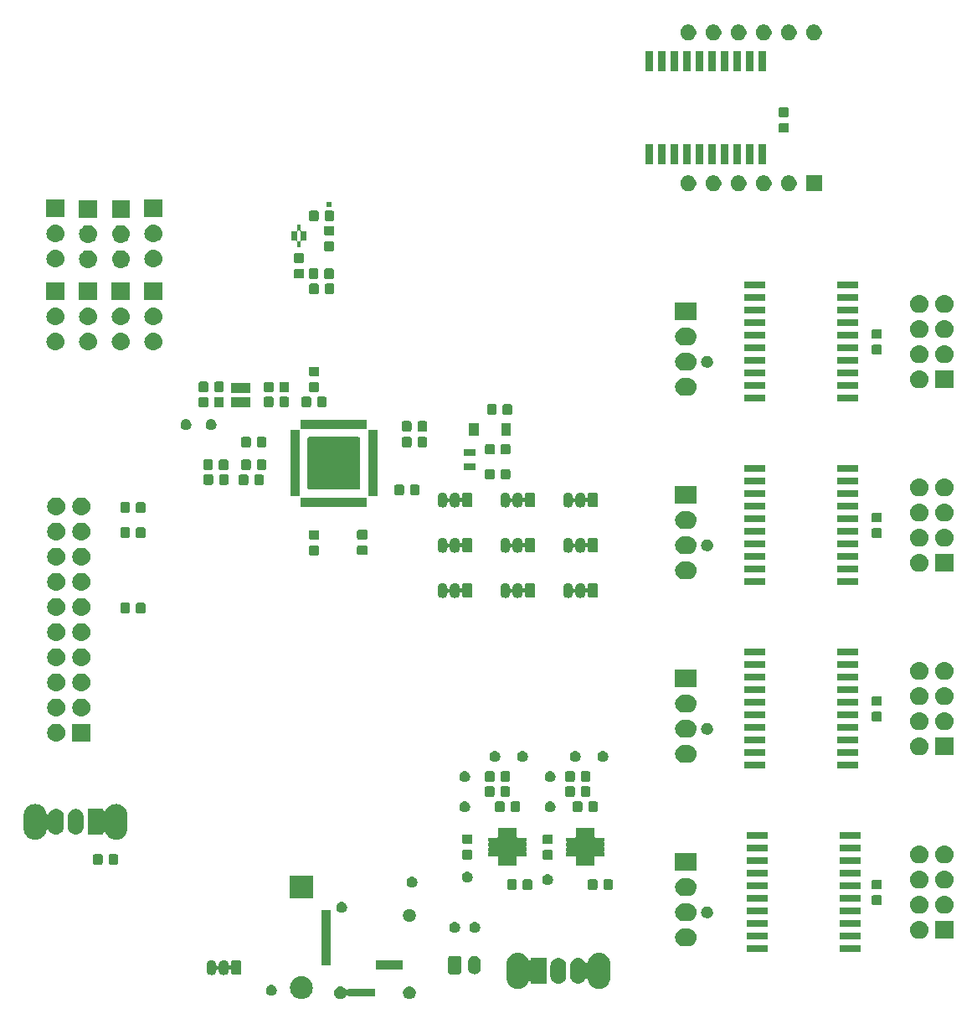
<source format=gts>
G04 #@! TF.GenerationSoftware,KiCad,Pcbnew,(5.1.0-0)*
G04 #@! TF.CreationDate,2019-07-17T00:11:31+01:00*
G04 #@! TF.ProjectId,Face6,46616365-362e-46b6-9963-61645f706362,rev?*
G04 #@! TF.SameCoordinates,Original*
G04 #@! TF.FileFunction,Soldermask,Top*
G04 #@! TF.FilePolarity,Negative*
%FSLAX46Y46*%
G04 Gerber Fmt 4.6, Leading zero omitted, Abs format (unit mm)*
G04 Created by KiCad (PCBNEW (5.1.0-0)) date 2019-07-17 00:11:31*
%MOMM*%
%LPD*%
G04 APERTURE LIST*
%ADD10C,0.100000*%
G04 APERTURE END LIST*
D10*
G36*
X173671890Y-136788017D02*
G01*
X173739092Y-136815853D01*
X173790364Y-136837091D01*
X173883023Y-136899004D01*
X173896988Y-136908335D01*
X173987665Y-136999012D01*
X174058910Y-137105638D01*
X174107983Y-137224110D01*
X174133000Y-137349881D01*
X174133000Y-137478119D01*
X174107983Y-137603890D01*
X174060248Y-137719133D01*
X174058909Y-137722364D01*
X173987665Y-137828988D01*
X173896988Y-137919665D01*
X173790364Y-137990909D01*
X173790363Y-137990910D01*
X173790362Y-137990910D01*
X173671890Y-138039983D01*
X173546119Y-138065000D01*
X173417881Y-138065000D01*
X173292110Y-138039983D01*
X173173638Y-137990910D01*
X173173637Y-137990910D01*
X173173636Y-137990909D01*
X173067012Y-137919665D01*
X172976335Y-137828988D01*
X172905091Y-137722364D01*
X172903753Y-137719133D01*
X172856017Y-137603890D01*
X172831000Y-137478119D01*
X172831000Y-137349881D01*
X172856017Y-137224110D01*
X172905090Y-137105638D01*
X172976335Y-136999012D01*
X173067012Y-136908335D01*
X173080977Y-136899004D01*
X173173636Y-136837091D01*
X173224909Y-136815853D01*
X173292110Y-136788017D01*
X173417881Y-136763000D01*
X173546119Y-136763000D01*
X173671890Y-136788017D01*
X173671890Y-136788017D01*
G37*
G36*
X166686890Y-136788017D02*
G01*
X166754092Y-136815853D01*
X166805364Y-136837091D01*
X166898023Y-136899004D01*
X166911988Y-136908335D01*
X167002665Y-136999012D01*
X167076068Y-137108867D01*
X167091613Y-137127809D01*
X167110555Y-137143354D01*
X167132166Y-137154905D01*
X167155615Y-137162018D01*
X167180001Y-137164420D01*
X167204387Y-137162018D01*
X167227836Y-137154905D01*
X167249447Y-137143354D01*
X167268389Y-137127809D01*
X167283934Y-137108867D01*
X167295485Y-137087256D01*
X167302598Y-137063807D01*
X167302677Y-137063000D01*
X170007000Y-137063000D01*
X170007000Y-137765000D01*
X167302677Y-137765000D01*
X167302598Y-137764193D01*
X167295485Y-137740744D01*
X167283934Y-137719133D01*
X167268389Y-137700191D01*
X167249447Y-137684646D01*
X167227836Y-137673095D01*
X167204387Y-137665982D01*
X167180001Y-137663580D01*
X167155615Y-137665982D01*
X167132166Y-137673095D01*
X167110555Y-137684646D01*
X167091613Y-137700191D01*
X167076068Y-137719133D01*
X167002665Y-137828988D01*
X166911988Y-137919665D01*
X166805364Y-137990909D01*
X166805363Y-137990910D01*
X166805362Y-137990910D01*
X166686890Y-138039983D01*
X166561119Y-138065000D01*
X166432881Y-138065000D01*
X166307110Y-138039983D01*
X166188638Y-137990910D01*
X166188637Y-137990910D01*
X166188636Y-137990909D01*
X166082012Y-137919665D01*
X165991335Y-137828988D01*
X165920091Y-137722364D01*
X165918753Y-137719133D01*
X165871017Y-137603890D01*
X165846000Y-137478119D01*
X165846000Y-137349881D01*
X165871017Y-137224110D01*
X165920090Y-137105638D01*
X165991335Y-136999012D01*
X166082012Y-136908335D01*
X166095977Y-136899004D01*
X166188636Y-136837091D01*
X166239909Y-136815853D01*
X166307110Y-136788017D01*
X166432881Y-136763000D01*
X166561119Y-136763000D01*
X166686890Y-136788017D01*
X166686890Y-136788017D01*
G37*
G36*
X162729271Y-135766103D02*
G01*
X162785635Y-135771654D01*
X163002600Y-135837470D01*
X163002602Y-135837471D01*
X163202555Y-135944347D01*
X163377818Y-136088182D01*
X163521653Y-136263445D01*
X163580440Y-136373429D01*
X163628530Y-136463400D01*
X163694346Y-136680365D01*
X163716569Y-136906000D01*
X163694346Y-137131635D01*
X163669279Y-137214270D01*
X163628529Y-137348602D01*
X163521653Y-137548555D01*
X163377818Y-137723818D01*
X163202555Y-137867653D01*
X163002602Y-137974529D01*
X163002600Y-137974530D01*
X162785635Y-138040346D01*
X162729271Y-138045897D01*
X162616545Y-138057000D01*
X162503455Y-138057000D01*
X162390729Y-138045897D01*
X162334365Y-138040346D01*
X162117400Y-137974530D01*
X162117398Y-137974529D01*
X161917445Y-137867653D01*
X161742182Y-137723818D01*
X161598347Y-137548555D01*
X161491471Y-137348602D01*
X161450722Y-137214270D01*
X161425654Y-137131635D01*
X161403431Y-136906000D01*
X161425654Y-136680365D01*
X161491470Y-136463400D01*
X161539560Y-136373429D01*
X161598347Y-136263445D01*
X161742182Y-136088182D01*
X161917445Y-135944347D01*
X162117398Y-135837471D01*
X162117400Y-135837470D01*
X162334365Y-135771654D01*
X162390729Y-135766103D01*
X162503455Y-135755000D01*
X162616545Y-135755000D01*
X162729271Y-135766103D01*
X162729271Y-135766103D01*
G37*
G36*
X159672721Y-136630174D02*
G01*
X159772995Y-136671709D01*
X159785951Y-136680366D01*
X159863242Y-136732010D01*
X159939990Y-136808758D01*
X159958921Y-136837090D01*
X160000291Y-136899005D01*
X160041826Y-136999279D01*
X160063000Y-137105730D01*
X160063000Y-137214270D01*
X160041826Y-137320721D01*
X160000291Y-137420995D01*
X160000290Y-137420996D01*
X159939990Y-137511242D01*
X159863242Y-137587990D01*
X159839446Y-137603890D01*
X159772995Y-137648291D01*
X159672721Y-137689826D01*
X159566270Y-137711000D01*
X159457730Y-137711000D01*
X159351279Y-137689826D01*
X159251005Y-137648291D01*
X159184554Y-137603890D01*
X159160758Y-137587990D01*
X159084010Y-137511242D01*
X159023710Y-137420996D01*
X159023709Y-137420995D01*
X158982174Y-137320721D01*
X158961000Y-137214270D01*
X158961000Y-137105730D01*
X158982174Y-136999279D01*
X159023709Y-136899005D01*
X159065079Y-136837090D01*
X159084010Y-136808758D01*
X159160758Y-136732010D01*
X159238049Y-136680366D01*
X159251005Y-136671709D01*
X159351279Y-136630174D01*
X159457730Y-136609000D01*
X159566270Y-136609000D01*
X159672721Y-136630174D01*
X159672721Y-136630174D01*
G37*
G36*
X192863234Y-133419854D02*
G01*
X193080199Y-133485670D01*
X193080201Y-133485671D01*
X193280153Y-133592547D01*
X193280155Y-133592548D01*
X193280154Y-133592548D01*
X193455418Y-133736382D01*
X193508526Y-133801095D01*
X193599253Y-133911645D01*
X193697078Y-134094664D01*
X193706130Y-134111600D01*
X193767233Y-134313028D01*
X193771946Y-134328566D01*
X193780040Y-134410740D01*
X193788600Y-134497657D01*
X193788600Y-135910743D01*
X193771946Y-136079835D01*
X193706616Y-136295199D01*
X193706129Y-136296802D01*
X193599253Y-136496755D01*
X193455418Y-136672018D01*
X193280155Y-136815853D01*
X193080202Y-136922729D01*
X193080200Y-136922730D01*
X192863235Y-136988546D01*
X192637600Y-137010769D01*
X192411966Y-136988546D01*
X192195001Y-136922730D01*
X192194999Y-136922729D01*
X191995046Y-136815853D01*
X191819783Y-136672018D01*
X191675948Y-136496754D01*
X191569071Y-136296802D01*
X191569070Y-136296800D01*
X191503254Y-136079835D01*
X191503254Y-136079831D01*
X191502612Y-136077716D01*
X191498691Y-136058003D01*
X191489315Y-136035364D01*
X191475701Y-136014990D01*
X191458375Y-135997662D01*
X191438001Y-135984048D01*
X191415362Y-135974670D01*
X191391329Y-135969889D01*
X191366825Y-135969889D01*
X191342791Y-135974669D01*
X191320152Y-135984045D01*
X191299778Y-135997659D01*
X191282450Y-136014985D01*
X191268835Y-136035361D01*
X191206829Y-136151365D01*
X191106733Y-136273333D01*
X190984765Y-136373429D01*
X190845613Y-136447808D01*
X190795282Y-136463075D01*
X190694623Y-136493610D01*
X190537600Y-136509075D01*
X190380578Y-136493610D01*
X190279919Y-136463075D01*
X190229588Y-136447808D01*
X190090436Y-136373429D01*
X189968468Y-136273333D01*
X189868372Y-136151365D01*
X189793993Y-136012213D01*
X189773406Y-135944347D01*
X189748191Y-135861223D01*
X189736601Y-135743545D01*
X189736600Y-134664856D01*
X189748190Y-134547178D01*
X189785448Y-134424354D01*
X189793992Y-134396188D01*
X189868371Y-134257036D01*
X189887005Y-134234330D01*
X189968467Y-134135067D01*
X190090435Y-134034971D01*
X190229587Y-133960592D01*
X190279918Y-133945325D01*
X190380577Y-133914790D01*
X190537600Y-133899325D01*
X190694622Y-133914790D01*
X190795281Y-133945325D01*
X190845612Y-133960592D01*
X190984764Y-134034971D01*
X191106733Y-134135067D01*
X191192264Y-134239287D01*
X191206829Y-134257035D01*
X191268835Y-134373039D01*
X191282449Y-134393413D01*
X191299776Y-134410740D01*
X191320150Y-134424354D01*
X191342789Y-134433731D01*
X191366823Y-134438511D01*
X191391327Y-134438511D01*
X191415360Y-134433730D01*
X191437999Y-134424353D01*
X191458373Y-134410739D01*
X191475700Y-134393412D01*
X191489314Y-134373038D01*
X191498691Y-134350399D01*
X191502612Y-134330685D01*
X191503254Y-134328567D01*
X191503254Y-134328566D01*
X191569070Y-134111601D01*
X191585939Y-134080041D01*
X191675947Y-133911647D01*
X191755631Y-133814551D01*
X191819782Y-133736382D01*
X191898783Y-133671548D01*
X191995045Y-133592547D01*
X192194998Y-133485671D01*
X192195000Y-133485670D01*
X192411965Y-133419854D01*
X192637600Y-133397631D01*
X192863234Y-133419854D01*
X192863234Y-133419854D01*
G37*
G36*
X184663234Y-133419854D02*
G01*
X184880199Y-133485670D01*
X184880201Y-133485671D01*
X185080153Y-133592547D01*
X185080155Y-133592548D01*
X185080154Y-133592548D01*
X185255418Y-133736382D01*
X185308526Y-133801095D01*
X185399253Y-133911645D01*
X185501362Y-134102679D01*
X185514975Y-134123053D01*
X185532302Y-134140380D01*
X185552677Y-134153994D01*
X185575315Y-134163372D01*
X185599349Y-134168152D01*
X185623853Y-134168152D01*
X185647886Y-134163372D01*
X185670525Y-134153994D01*
X185690899Y-134140381D01*
X185708226Y-134123054D01*
X185721840Y-134102679D01*
X185731218Y-134080041D01*
X185735998Y-134056007D01*
X185736600Y-134043755D01*
X185736600Y-133903200D01*
X187338600Y-133903200D01*
X187338600Y-136505200D01*
X185736600Y-136505200D01*
X185736600Y-136364645D01*
X185734198Y-136340259D01*
X185727085Y-136316810D01*
X185715534Y-136295199D01*
X185699989Y-136276257D01*
X185681047Y-136260712D01*
X185659436Y-136249161D01*
X185635987Y-136242048D01*
X185611601Y-136239646D01*
X185587215Y-136242048D01*
X185563766Y-136249161D01*
X185542155Y-136260712D01*
X185523213Y-136276257D01*
X185507668Y-136295199D01*
X185501362Y-136305721D01*
X185399253Y-136496755D01*
X185255418Y-136672018D01*
X185080155Y-136815853D01*
X184880202Y-136922729D01*
X184880200Y-136922730D01*
X184663235Y-136988546D01*
X184437600Y-137010769D01*
X184211966Y-136988546D01*
X183995001Y-136922730D01*
X183994999Y-136922729D01*
X183795046Y-136815853D01*
X183619783Y-136672018D01*
X183475948Y-136496754D01*
X183369071Y-136296802D01*
X183368585Y-136295199D01*
X183303254Y-136079835D01*
X183286600Y-135910743D01*
X183286600Y-134497658D01*
X183303254Y-134328566D01*
X183369070Y-134111601D01*
X183385939Y-134080041D01*
X183475947Y-133911647D01*
X183555631Y-133814551D01*
X183619782Y-133736382D01*
X183698783Y-133671548D01*
X183795045Y-133592547D01*
X183994998Y-133485671D01*
X183995000Y-133485670D01*
X184211965Y-133419854D01*
X184437600Y-133397631D01*
X184663234Y-133419854D01*
X184663234Y-133419854D01*
G37*
G36*
X188694622Y-133914790D02*
G01*
X188795281Y-133945325D01*
X188845612Y-133960592D01*
X188984764Y-134034971D01*
X189106733Y-134135067D01*
X189192264Y-134239287D01*
X189206829Y-134257035D01*
X189281208Y-134396187D01*
X189289752Y-134424353D01*
X189327010Y-134547177D01*
X189330757Y-134585224D01*
X189338360Y-134662413D01*
X189338600Y-134664855D01*
X189338600Y-135743545D01*
X189327010Y-135861223D01*
X189301795Y-135944347D01*
X189281208Y-136012213D01*
X189206829Y-136151365D01*
X189106733Y-136273333D01*
X188984765Y-136373429D01*
X188845613Y-136447808D01*
X188795282Y-136463075D01*
X188694623Y-136493610D01*
X188537600Y-136509075D01*
X188380578Y-136493610D01*
X188279919Y-136463075D01*
X188229588Y-136447808D01*
X188090436Y-136373429D01*
X187968468Y-136273333D01*
X187868372Y-136151365D01*
X187793993Y-136012213D01*
X187773406Y-135944347D01*
X187748191Y-135861223D01*
X187736601Y-135743545D01*
X187736600Y-134664856D01*
X187748190Y-134547178D01*
X187785448Y-134424354D01*
X187793992Y-134396188D01*
X187868371Y-134257036D01*
X187887005Y-134234330D01*
X187968467Y-134135067D01*
X188090435Y-134034971D01*
X188229587Y-133960592D01*
X188279918Y-133945325D01*
X188380577Y-133914790D01*
X188537600Y-133899325D01*
X188694622Y-133914790D01*
X188694622Y-133914790D01*
G37*
G36*
X154804213Y-134130249D02*
G01*
X154898652Y-134158897D01*
X154985687Y-134205418D01*
X155061975Y-134268025D01*
X155124582Y-134344313D01*
X155171103Y-134431348D01*
X155199751Y-134525787D01*
X155205606Y-134585234D01*
X155210385Y-134609258D01*
X155219762Y-134631897D01*
X155233376Y-134652271D01*
X155250703Y-134669598D01*
X155271077Y-134683211D01*
X155293716Y-134692589D01*
X155317749Y-134697369D01*
X155342253Y-134697369D01*
X155366287Y-134692588D01*
X155388926Y-134683211D01*
X155409300Y-134669597D01*
X155426627Y-134652270D01*
X155440240Y-134631896D01*
X155449618Y-134609257D01*
X155455000Y-134572972D01*
X155455000Y-134317140D01*
X155459205Y-134274440D01*
X155469869Y-134239287D01*
X155487186Y-134206890D01*
X155510491Y-134178491D01*
X155538890Y-134155186D01*
X155571287Y-134137869D01*
X155606440Y-134127205D01*
X155649140Y-134123000D01*
X156262860Y-134123000D01*
X156305560Y-134127205D01*
X156340713Y-134137869D01*
X156373110Y-134155186D01*
X156401509Y-134178491D01*
X156424814Y-134206890D01*
X156442131Y-134239287D01*
X156452795Y-134274440D01*
X156457000Y-134317140D01*
X156457000Y-135430860D01*
X156452795Y-135473560D01*
X156442131Y-135508713D01*
X156424814Y-135541110D01*
X156401509Y-135569509D01*
X156373110Y-135592814D01*
X156340713Y-135610131D01*
X156305560Y-135620795D01*
X156262860Y-135625000D01*
X155649140Y-135625000D01*
X155606440Y-135620795D01*
X155571287Y-135610131D01*
X155538890Y-135592814D01*
X155510491Y-135569509D01*
X155487186Y-135541110D01*
X155469869Y-135508713D01*
X155459205Y-135473560D01*
X155455000Y-135430860D01*
X155455000Y-135175028D01*
X155452598Y-135150642D01*
X155445485Y-135127193D01*
X155433934Y-135105582D01*
X155418389Y-135086640D01*
X155399447Y-135071095D01*
X155377836Y-135059544D01*
X155354387Y-135052431D01*
X155330001Y-135050029D01*
X155305615Y-135052431D01*
X155282166Y-135059544D01*
X155260555Y-135071095D01*
X155241613Y-135086640D01*
X155226068Y-135105582D01*
X155214517Y-135127193D01*
X155205606Y-135162770D01*
X155199751Y-135222213D01*
X155171103Y-135316652D01*
X155124582Y-135403687D01*
X155061975Y-135479975D01*
X154985687Y-135542582D01*
X154898651Y-135589103D01*
X154804212Y-135617751D01*
X154706000Y-135627424D01*
X154607787Y-135617751D01*
X154513348Y-135589103D01*
X154426313Y-135542582D01*
X154350025Y-135479975D01*
X154287418Y-135403687D01*
X154240897Y-135316651D01*
X154212249Y-135222212D01*
X154205395Y-135152622D01*
X154200616Y-135128599D01*
X154191239Y-135105960D01*
X154177625Y-135085586D01*
X154160298Y-135068259D01*
X154139924Y-135054645D01*
X154117285Y-135045268D01*
X154093252Y-135040488D01*
X154068747Y-135040488D01*
X154044714Y-135045269D01*
X154022075Y-135054646D01*
X154001701Y-135068260D01*
X153984374Y-135085587D01*
X153970760Y-135105961D01*
X153961383Y-135128600D01*
X153956605Y-135152623D01*
X153949751Y-135222213D01*
X153921103Y-135316652D01*
X153874582Y-135403687D01*
X153811975Y-135479975D01*
X153735687Y-135542582D01*
X153648651Y-135589103D01*
X153554212Y-135617751D01*
X153456000Y-135627424D01*
X153357787Y-135617751D01*
X153263348Y-135589103D01*
X153176313Y-135542582D01*
X153100025Y-135479975D01*
X153037418Y-135403687D01*
X152990897Y-135316651D01*
X152962249Y-135222212D01*
X152955000Y-135148611D01*
X152955000Y-134599398D01*
X152962250Y-134525789D01*
X152962250Y-134525787D01*
X152990898Y-134431348D01*
X153037419Y-134344313D01*
X153100026Y-134268025D01*
X153176314Y-134205418D01*
X153263349Y-134158897D01*
X153357788Y-134130249D01*
X153456000Y-134120576D01*
X153554213Y-134130249D01*
X153648652Y-134158897D01*
X153735687Y-134205418D01*
X153811975Y-134268025D01*
X153874582Y-134344313D01*
X153921103Y-134431348D01*
X153949751Y-134525787D01*
X153956605Y-134595377D01*
X153961384Y-134619400D01*
X153970761Y-134642039D01*
X153984375Y-134662413D01*
X154001702Y-134679740D01*
X154022076Y-134693354D01*
X154044715Y-134702731D01*
X154068748Y-134707511D01*
X154093253Y-134707511D01*
X154117286Y-134702730D01*
X154139925Y-134693353D01*
X154160299Y-134679739D01*
X154177626Y-134662412D01*
X154191240Y-134642038D01*
X154200617Y-134619399D01*
X154205397Y-134595367D01*
X154212250Y-134525789D01*
X154212250Y-134525787D01*
X154240898Y-134431348D01*
X154287419Y-134344313D01*
X154350026Y-134268025D01*
X154426314Y-134205418D01*
X154513349Y-134158897D01*
X154607788Y-134130249D01*
X154706000Y-134120576D01*
X154804213Y-134130249D01*
X154804213Y-134130249D01*
G37*
G36*
X180181617Y-133703420D02*
G01*
X180262399Y-133727925D01*
X180304335Y-133740646D01*
X180417424Y-133801094D01*
X180516554Y-133882447D01*
X180597906Y-133981575D01*
X180658354Y-134094664D01*
X180660785Y-134102679D01*
X180695580Y-134217382D01*
X180705000Y-134313027D01*
X180705000Y-134926973D01*
X180695580Y-135022618D01*
X180676159Y-135086640D01*
X180658354Y-135145336D01*
X180597906Y-135258425D01*
X180516554Y-135357554D01*
X180417425Y-135438906D01*
X180304336Y-135499354D01*
X180273483Y-135508713D01*
X180181618Y-135536580D01*
X180054000Y-135549149D01*
X179926383Y-135536580D01*
X179834518Y-135508713D01*
X179803665Y-135499354D01*
X179690576Y-135438906D01*
X179591447Y-135357554D01*
X179510096Y-135258427D01*
X179510095Y-135258425D01*
X179453547Y-135152633D01*
X179449645Y-135145333D01*
X179431841Y-135086640D01*
X179412420Y-135022618D01*
X179403000Y-134926973D01*
X179403000Y-134313028D01*
X179412420Y-134217383D01*
X179449645Y-134094669D01*
X179449646Y-134094665D01*
X179510094Y-133981576D01*
X179591447Y-133882446D01*
X179690575Y-133801094D01*
X179803664Y-133740646D01*
X179845600Y-133727925D01*
X179926382Y-133703420D01*
X180054000Y-133690851D01*
X180181617Y-133703420D01*
X180181617Y-133703420D01*
G37*
G36*
X178545242Y-133698404D02*
G01*
X178582337Y-133709657D01*
X178616515Y-133727925D01*
X178646481Y-133752519D01*
X178671075Y-133782485D01*
X178689343Y-133816663D01*
X178700596Y-133853758D01*
X178705000Y-133898474D01*
X178705000Y-135341526D01*
X178700596Y-135386242D01*
X178689343Y-135423337D01*
X178671075Y-135457515D01*
X178646481Y-135487481D01*
X178616515Y-135512075D01*
X178582337Y-135530343D01*
X178545242Y-135541596D01*
X178500526Y-135546000D01*
X177607474Y-135546000D01*
X177562758Y-135541596D01*
X177525663Y-135530343D01*
X177491485Y-135512075D01*
X177461519Y-135487481D01*
X177436925Y-135457515D01*
X177418657Y-135423337D01*
X177407404Y-135386242D01*
X177403000Y-135341526D01*
X177403000Y-133898474D01*
X177407404Y-133853758D01*
X177418657Y-133816663D01*
X177436925Y-133782485D01*
X177461519Y-133752519D01*
X177491485Y-133727925D01*
X177525663Y-133709657D01*
X177562758Y-133698404D01*
X177607474Y-133694000D01*
X178500526Y-133694000D01*
X178545242Y-133698404D01*
X178545242Y-133698404D01*
G37*
G36*
X172801000Y-135071000D02*
G01*
X170099000Y-135071000D01*
X170099000Y-134169000D01*
X172801000Y-134169000D01*
X172801000Y-135071000D01*
X172801000Y-135071000D01*
G37*
G36*
X165487500Y-134690500D02*
G01*
X164585500Y-134690500D01*
X164585500Y-129088500D01*
X165487500Y-129088500D01*
X165487500Y-134690500D01*
X165487500Y-134690500D01*
G37*
G36*
X209686000Y-133320000D02*
G01*
X207634000Y-133320000D01*
X207634000Y-132618000D01*
X209686000Y-132618000D01*
X209686000Y-133320000D01*
X209686000Y-133320000D01*
G37*
G36*
X219086000Y-133320000D02*
G01*
X217034000Y-133320000D01*
X217034000Y-132618000D01*
X219086000Y-132618000D01*
X219086000Y-133320000D01*
X219086000Y-133320000D01*
G37*
G36*
X201732343Y-130921361D02*
G01*
X201751568Y-130923254D01*
X201924234Y-130975632D01*
X202083365Y-131060689D01*
X202222844Y-131175156D01*
X202337311Y-131314635D01*
X202422368Y-131473766D01*
X202474746Y-131646433D01*
X202492432Y-131826000D01*
X202483856Y-131913068D01*
X202474746Y-132005568D01*
X202422368Y-132178234D01*
X202337311Y-132337365D01*
X202222844Y-132476844D01*
X202083365Y-132591311D01*
X201924234Y-132676368D01*
X201751568Y-132728746D01*
X201732343Y-132730639D01*
X201616998Y-132742000D01*
X201227002Y-132742000D01*
X201111657Y-132730639D01*
X201092432Y-132728746D01*
X200919766Y-132676368D01*
X200760635Y-132591311D01*
X200621156Y-132476844D01*
X200506689Y-132337365D01*
X200421632Y-132178234D01*
X200369254Y-132005568D01*
X200360144Y-131913068D01*
X200351568Y-131826000D01*
X200369254Y-131646433D01*
X200421632Y-131473766D01*
X200506689Y-131314635D01*
X200621156Y-131175156D01*
X200760635Y-131060689D01*
X200919766Y-130975632D01*
X201092432Y-130923254D01*
X201111657Y-130921361D01*
X201227002Y-130910000D01*
X201616998Y-130910000D01*
X201732343Y-130921361D01*
X201732343Y-130921361D01*
G37*
G36*
X209686000Y-132050000D02*
G01*
X207634000Y-132050000D01*
X207634000Y-131348000D01*
X209686000Y-131348000D01*
X209686000Y-132050000D01*
X209686000Y-132050000D01*
G37*
G36*
X219086000Y-132050000D02*
G01*
X217034000Y-132050000D01*
X217034000Y-131348000D01*
X219086000Y-131348000D01*
X219086000Y-132050000D01*
X219086000Y-132050000D01*
G37*
G36*
X225223294Y-130162633D02*
G01*
X225395695Y-130214931D01*
X225554583Y-130299858D01*
X225693849Y-130414151D01*
X225808142Y-130553417D01*
X225893069Y-130712305D01*
X225945367Y-130884706D01*
X225963025Y-131064000D01*
X225945367Y-131243294D01*
X225893069Y-131415695D01*
X225808142Y-131574583D01*
X225693849Y-131713849D01*
X225554583Y-131828142D01*
X225395695Y-131913069D01*
X225223294Y-131965367D01*
X225088931Y-131978600D01*
X224999069Y-131978600D01*
X224864706Y-131965367D01*
X224692305Y-131913069D01*
X224533417Y-131828142D01*
X224394151Y-131713849D01*
X224279858Y-131574583D01*
X224194931Y-131415695D01*
X224142633Y-131243294D01*
X224124975Y-131064000D01*
X224142633Y-130884706D01*
X224194931Y-130712305D01*
X224279858Y-130553417D01*
X224394151Y-130414151D01*
X224533417Y-130299858D01*
X224692305Y-130214931D01*
X224864706Y-130162633D01*
X224999069Y-130149400D01*
X225088931Y-130149400D01*
X225223294Y-130162633D01*
X225223294Y-130162633D01*
G37*
G36*
X228498600Y-131978600D02*
G01*
X226669400Y-131978600D01*
X226669400Y-130149400D01*
X228498600Y-130149400D01*
X228498600Y-131978600D01*
X228498600Y-131978600D01*
G37*
G36*
X180246721Y-130280174D02*
G01*
X180346995Y-130321709D01*
X180346996Y-130321710D01*
X180437242Y-130382010D01*
X180513990Y-130458758D01*
X180513991Y-130458760D01*
X180574291Y-130549005D01*
X180615826Y-130649279D01*
X180637000Y-130755730D01*
X180637000Y-130864270D01*
X180615826Y-130970721D01*
X180574291Y-131070995D01*
X180574290Y-131070996D01*
X180513990Y-131161242D01*
X180437242Y-131237990D01*
X180429305Y-131243293D01*
X180346995Y-131298291D01*
X180246721Y-131339826D01*
X180140270Y-131361000D01*
X180031730Y-131361000D01*
X179925279Y-131339826D01*
X179825005Y-131298291D01*
X179742695Y-131243293D01*
X179734758Y-131237990D01*
X179658010Y-131161242D01*
X179597710Y-131070996D01*
X179597709Y-131070995D01*
X179556174Y-130970721D01*
X179535000Y-130864270D01*
X179535000Y-130755730D01*
X179556174Y-130649279D01*
X179597709Y-130549005D01*
X179658009Y-130458760D01*
X179658010Y-130458758D01*
X179734758Y-130382010D01*
X179825004Y-130321710D01*
X179825005Y-130321709D01*
X179925279Y-130280174D01*
X180031730Y-130259000D01*
X180140270Y-130259000D01*
X180246721Y-130280174D01*
X180246721Y-130280174D01*
G37*
G36*
X178214721Y-130280174D02*
G01*
X178314995Y-130321709D01*
X178314996Y-130321710D01*
X178405242Y-130382010D01*
X178481990Y-130458758D01*
X178481991Y-130458760D01*
X178542291Y-130549005D01*
X178583826Y-130649279D01*
X178605000Y-130755730D01*
X178605000Y-130864270D01*
X178583826Y-130970721D01*
X178542291Y-131070995D01*
X178542290Y-131070996D01*
X178481990Y-131161242D01*
X178405242Y-131237990D01*
X178397305Y-131243293D01*
X178314995Y-131298291D01*
X178214721Y-131339826D01*
X178108270Y-131361000D01*
X177999730Y-131361000D01*
X177893279Y-131339826D01*
X177793005Y-131298291D01*
X177710695Y-131243293D01*
X177702758Y-131237990D01*
X177626010Y-131161242D01*
X177565710Y-131070996D01*
X177565709Y-131070995D01*
X177524174Y-130970721D01*
X177503000Y-130864270D01*
X177503000Y-130755730D01*
X177524174Y-130649279D01*
X177565709Y-130549005D01*
X177626009Y-130458760D01*
X177626010Y-130458758D01*
X177702758Y-130382010D01*
X177793004Y-130321710D01*
X177793005Y-130321709D01*
X177893279Y-130280174D01*
X177999730Y-130259000D01*
X178108270Y-130259000D01*
X178214721Y-130280174D01*
X178214721Y-130280174D01*
G37*
G36*
X219086000Y-130780000D02*
G01*
X217034000Y-130780000D01*
X217034000Y-130078000D01*
X219086000Y-130078000D01*
X219086000Y-130780000D01*
X219086000Y-130780000D01*
G37*
G36*
X209686000Y-130780000D02*
G01*
X207634000Y-130780000D01*
X207634000Y-130078000D01*
X209686000Y-130078000D01*
X209686000Y-130780000D01*
X209686000Y-130780000D01*
G37*
G36*
X173671890Y-128977517D02*
G01*
X173790364Y-129026591D01*
X173896988Y-129097835D01*
X173987665Y-129188512D01*
X174054236Y-129288142D01*
X174058910Y-129295138D01*
X174079644Y-129345195D01*
X174107983Y-129413610D01*
X174133000Y-129539382D01*
X174133000Y-129667618D01*
X174107983Y-129793390D01*
X174058909Y-129911864D01*
X173987665Y-130018488D01*
X173896988Y-130109165D01*
X173790364Y-130180409D01*
X173790363Y-130180410D01*
X173790362Y-130180410D01*
X173671890Y-130229483D01*
X173546119Y-130254500D01*
X173417881Y-130254500D01*
X173292110Y-130229483D01*
X173173638Y-130180410D01*
X173173637Y-130180410D01*
X173173636Y-130180409D01*
X173067012Y-130109165D01*
X172976335Y-130018488D01*
X172905091Y-129911864D01*
X172856017Y-129793390D01*
X172831000Y-129667618D01*
X172831000Y-129539382D01*
X172856017Y-129413610D01*
X172884356Y-129345195D01*
X172905090Y-129295138D01*
X172909765Y-129288142D01*
X172976335Y-129188512D01*
X173067012Y-129097835D01*
X173173636Y-129026591D01*
X173292110Y-128977517D01*
X173417881Y-128952500D01*
X173546119Y-128952500D01*
X173671890Y-128977517D01*
X173671890Y-128977517D01*
G37*
G36*
X201732343Y-128381361D02*
G01*
X201751568Y-128383254D01*
X201822331Y-128404720D01*
X201924234Y-128435632D01*
X202083365Y-128520689D01*
X202222844Y-128635156D01*
X202337311Y-128774635D01*
X202422368Y-128933766D01*
X202474746Y-129106433D01*
X202492432Y-129286000D01*
X202483856Y-129373068D01*
X202474746Y-129465568D01*
X202452355Y-129539381D01*
X202422368Y-129638234D01*
X202337311Y-129797365D01*
X202222844Y-129936844D01*
X202083365Y-130051311D01*
X201924234Y-130136368D01*
X201881273Y-130149400D01*
X201751568Y-130188746D01*
X201732343Y-130190639D01*
X201616998Y-130202000D01*
X201227002Y-130202000D01*
X201111657Y-130190639D01*
X201092432Y-130188746D01*
X200962727Y-130149400D01*
X200919766Y-130136368D01*
X200760635Y-130051311D01*
X200621156Y-129936844D01*
X200506689Y-129797365D01*
X200421632Y-129638234D01*
X200391645Y-129539381D01*
X200369254Y-129465568D01*
X200360144Y-129373068D01*
X200351568Y-129286000D01*
X200369254Y-129106433D01*
X200421632Y-128933766D01*
X200506689Y-128774635D01*
X200621156Y-128635156D01*
X200760635Y-128520689D01*
X200919766Y-128435632D01*
X201021669Y-128404720D01*
X201092432Y-128383254D01*
X201111657Y-128381361D01*
X201227002Y-128370000D01*
X201616998Y-128370000D01*
X201732343Y-128381361D01*
X201732343Y-128381361D01*
G37*
G36*
X203718601Y-128700397D02*
G01*
X203757305Y-128708096D01*
X203789340Y-128721365D01*
X203866680Y-128753400D01*
X203965115Y-128819173D01*
X204048827Y-128902885D01*
X204114600Y-129001320D01*
X204146635Y-129078660D01*
X204158139Y-129106433D01*
X204159904Y-129110696D01*
X204183000Y-129226805D01*
X204183000Y-129345195D01*
X204177455Y-129373069D01*
X204159904Y-129461305D01*
X204158138Y-129465568D01*
X204114600Y-129570680D01*
X204048827Y-129669115D01*
X203965115Y-129752827D01*
X203866680Y-129818600D01*
X203789340Y-129850635D01*
X203757305Y-129863904D01*
X203718601Y-129871603D01*
X203641195Y-129887000D01*
X203522805Y-129887000D01*
X203445399Y-129871603D01*
X203406695Y-129863904D01*
X203374660Y-129850635D01*
X203297320Y-129818600D01*
X203198885Y-129752827D01*
X203115173Y-129669115D01*
X203049400Y-129570680D01*
X203005862Y-129465568D01*
X203004096Y-129461305D01*
X202986545Y-129373069D01*
X202981000Y-129345195D01*
X202981000Y-129226805D01*
X203004096Y-129110696D01*
X203005862Y-129106433D01*
X203017365Y-129078660D01*
X203049400Y-129001320D01*
X203115173Y-128902885D01*
X203198885Y-128819173D01*
X203297320Y-128753400D01*
X203374660Y-128721365D01*
X203406695Y-128708096D01*
X203445399Y-128700397D01*
X203522805Y-128685000D01*
X203641195Y-128685000D01*
X203718601Y-128700397D01*
X203718601Y-128700397D01*
G37*
G36*
X209686000Y-129510000D02*
G01*
X207634000Y-129510000D01*
X207634000Y-128808000D01*
X209686000Y-128808000D01*
X209686000Y-129510000D01*
X209686000Y-129510000D01*
G37*
G36*
X219086000Y-129510000D02*
G01*
X217034000Y-129510000D01*
X217034000Y-128808000D01*
X219086000Y-128808000D01*
X219086000Y-129510000D01*
X219086000Y-129510000D01*
G37*
G36*
X227763294Y-127622633D02*
G01*
X227935695Y-127674931D01*
X228094583Y-127759858D01*
X228233849Y-127874151D01*
X228348142Y-128013417D01*
X228433069Y-128172305D01*
X228485367Y-128344706D01*
X228503025Y-128524000D01*
X228485367Y-128703294D01*
X228433069Y-128875695D01*
X228348142Y-129034583D01*
X228233849Y-129173849D01*
X228094583Y-129288142D01*
X227935695Y-129373069D01*
X227763294Y-129425367D01*
X227628931Y-129438600D01*
X227539069Y-129438600D01*
X227404706Y-129425367D01*
X227232305Y-129373069D01*
X227073417Y-129288142D01*
X226934151Y-129173849D01*
X226819858Y-129034583D01*
X226734931Y-128875695D01*
X226682633Y-128703294D01*
X226664975Y-128524000D01*
X226682633Y-128344706D01*
X226734931Y-128172305D01*
X226819858Y-128013417D01*
X226934151Y-127874151D01*
X227073417Y-127759858D01*
X227232305Y-127674931D01*
X227404706Y-127622633D01*
X227539069Y-127609400D01*
X227628931Y-127609400D01*
X227763294Y-127622633D01*
X227763294Y-127622633D01*
G37*
G36*
X225223294Y-127622633D02*
G01*
X225395695Y-127674931D01*
X225554583Y-127759858D01*
X225693849Y-127874151D01*
X225808142Y-128013417D01*
X225893069Y-128172305D01*
X225945367Y-128344706D01*
X225963025Y-128524000D01*
X225945367Y-128703294D01*
X225893069Y-128875695D01*
X225808142Y-129034583D01*
X225693849Y-129173849D01*
X225554583Y-129288142D01*
X225395695Y-129373069D01*
X225223294Y-129425367D01*
X225088931Y-129438600D01*
X224999069Y-129438600D01*
X224864706Y-129425367D01*
X224692305Y-129373069D01*
X224533417Y-129288142D01*
X224394151Y-129173849D01*
X224279858Y-129034583D01*
X224194931Y-128875695D01*
X224142633Y-128703294D01*
X224124975Y-128524000D01*
X224142633Y-128344706D01*
X224194931Y-128172305D01*
X224279858Y-128013417D01*
X224394151Y-127874151D01*
X224533417Y-127759858D01*
X224692305Y-127674931D01*
X224864706Y-127622633D01*
X224999069Y-127609400D01*
X225088931Y-127609400D01*
X225223294Y-127622633D01*
X225223294Y-127622633D01*
G37*
G36*
X166784721Y-128248174D02*
G01*
X166884995Y-128289709D01*
X166884996Y-128289710D01*
X166975242Y-128350010D01*
X167051990Y-128426758D01*
X167065480Y-128446948D01*
X167112291Y-128517005D01*
X167153826Y-128617279D01*
X167175000Y-128723730D01*
X167175000Y-128832270D01*
X167153826Y-128938721D01*
X167112291Y-129038995D01*
X167112290Y-129038996D01*
X167051990Y-129129242D01*
X166975242Y-129205990D01*
X166944090Y-129226805D01*
X166884995Y-129266291D01*
X166784721Y-129307826D01*
X166678270Y-129329000D01*
X166569730Y-129329000D01*
X166463279Y-129307826D01*
X166363005Y-129266291D01*
X166303910Y-129226805D01*
X166272758Y-129205990D01*
X166196010Y-129129242D01*
X166135710Y-129038996D01*
X166135709Y-129038995D01*
X166094174Y-128938721D01*
X166073000Y-128832270D01*
X166073000Y-128723730D01*
X166094174Y-128617279D01*
X166135709Y-128517005D01*
X166182520Y-128446948D01*
X166196010Y-128426758D01*
X166272758Y-128350010D01*
X166363004Y-128289710D01*
X166363005Y-128289709D01*
X166463279Y-128248174D01*
X166569730Y-128227000D01*
X166678270Y-128227000D01*
X166784721Y-128248174D01*
X166784721Y-128248174D01*
G37*
G36*
X221105591Y-127582585D02*
G01*
X221139569Y-127592893D01*
X221170890Y-127609634D01*
X221198339Y-127632161D01*
X221220866Y-127659610D01*
X221237607Y-127690931D01*
X221247915Y-127724909D01*
X221252000Y-127766390D01*
X221252000Y-128367610D01*
X221247915Y-128409091D01*
X221237607Y-128443069D01*
X221220866Y-128474390D01*
X221198339Y-128501839D01*
X221170890Y-128524366D01*
X221139569Y-128541107D01*
X221105591Y-128551415D01*
X221064110Y-128555500D01*
X220387890Y-128555500D01*
X220346409Y-128551415D01*
X220312431Y-128541107D01*
X220281110Y-128524366D01*
X220253661Y-128501839D01*
X220231134Y-128474390D01*
X220214393Y-128443069D01*
X220204085Y-128409091D01*
X220200000Y-128367610D01*
X220200000Y-127766390D01*
X220204085Y-127724909D01*
X220214393Y-127690931D01*
X220231134Y-127659610D01*
X220253661Y-127632161D01*
X220281110Y-127609634D01*
X220312431Y-127592893D01*
X220346409Y-127582585D01*
X220387890Y-127578500D01*
X221064110Y-127578500D01*
X221105591Y-127582585D01*
X221105591Y-127582585D01*
G37*
G36*
X209686000Y-128240000D02*
G01*
X207634000Y-128240000D01*
X207634000Y-127538000D01*
X209686000Y-127538000D01*
X209686000Y-128240000D01*
X209686000Y-128240000D01*
G37*
G36*
X219086000Y-128240000D02*
G01*
X217034000Y-128240000D01*
X217034000Y-127538000D01*
X219086000Y-127538000D01*
X219086000Y-128240000D01*
X219086000Y-128240000D01*
G37*
G36*
X163711000Y-127897000D02*
G01*
X161409000Y-127897000D01*
X161409000Y-125595000D01*
X163711000Y-125595000D01*
X163711000Y-127897000D01*
X163711000Y-127897000D01*
G37*
G36*
X201732343Y-125841361D02*
G01*
X201751568Y-125843254D01*
X201837900Y-125869443D01*
X201924234Y-125895632D01*
X202083365Y-125980689D01*
X202222844Y-126095156D01*
X202337311Y-126234635D01*
X202422368Y-126393766D01*
X202474746Y-126566433D01*
X202492432Y-126746000D01*
X202480409Y-126868069D01*
X202474746Y-126925568D01*
X202459194Y-126976836D01*
X202422368Y-127098234D01*
X202337311Y-127257365D01*
X202222844Y-127396844D01*
X202083365Y-127511311D01*
X201924234Y-127596368D01*
X201847437Y-127619664D01*
X201751568Y-127648746D01*
X201738439Y-127650039D01*
X201616998Y-127662000D01*
X201227002Y-127662000D01*
X201105561Y-127650039D01*
X201092432Y-127648746D01*
X200996563Y-127619664D01*
X200919766Y-127596368D01*
X200760635Y-127511311D01*
X200621156Y-127396844D01*
X200506689Y-127257365D01*
X200421632Y-127098234D01*
X200384806Y-126976836D01*
X200369254Y-126925568D01*
X200363591Y-126868069D01*
X200351568Y-126746000D01*
X200369254Y-126566433D01*
X200421632Y-126393766D01*
X200506689Y-126234635D01*
X200621156Y-126095156D01*
X200760635Y-125980689D01*
X200919766Y-125895632D01*
X201092432Y-125843254D01*
X201111657Y-125841361D01*
X201227002Y-125830000D01*
X201616998Y-125830000D01*
X201732343Y-125841361D01*
X201732343Y-125841361D01*
G37*
G36*
X192340591Y-125970085D02*
G01*
X192374569Y-125980393D01*
X192405890Y-125997134D01*
X192433339Y-126019661D01*
X192455866Y-126047110D01*
X192472607Y-126078431D01*
X192482915Y-126112409D01*
X192487000Y-126153890D01*
X192487000Y-126830110D01*
X192482915Y-126871591D01*
X192472607Y-126905569D01*
X192455866Y-126936890D01*
X192433339Y-126964339D01*
X192405890Y-126986866D01*
X192374569Y-127003607D01*
X192340591Y-127013915D01*
X192299110Y-127018000D01*
X191697890Y-127018000D01*
X191656409Y-127013915D01*
X191622431Y-127003607D01*
X191591110Y-126986866D01*
X191563661Y-126964339D01*
X191541134Y-126936890D01*
X191524393Y-126905569D01*
X191514085Y-126871591D01*
X191510000Y-126830110D01*
X191510000Y-126153890D01*
X191514085Y-126112409D01*
X191524393Y-126078431D01*
X191541134Y-126047110D01*
X191563661Y-126019661D01*
X191591110Y-125997134D01*
X191622431Y-125980393D01*
X191656409Y-125970085D01*
X191697890Y-125966000D01*
X192299110Y-125966000D01*
X192340591Y-125970085D01*
X192340591Y-125970085D01*
G37*
G36*
X184187091Y-125970085D02*
G01*
X184221069Y-125980393D01*
X184252390Y-125997134D01*
X184279839Y-126019661D01*
X184302366Y-126047110D01*
X184319107Y-126078431D01*
X184329415Y-126112409D01*
X184333500Y-126153890D01*
X184333500Y-126830110D01*
X184329415Y-126871591D01*
X184319107Y-126905569D01*
X184302366Y-126936890D01*
X184279839Y-126964339D01*
X184252390Y-126986866D01*
X184221069Y-127003607D01*
X184187091Y-127013915D01*
X184145610Y-127018000D01*
X183544390Y-127018000D01*
X183502909Y-127013915D01*
X183468931Y-127003607D01*
X183437610Y-126986866D01*
X183410161Y-126964339D01*
X183387634Y-126936890D01*
X183370893Y-126905569D01*
X183360585Y-126871591D01*
X183356500Y-126830110D01*
X183356500Y-126153890D01*
X183360585Y-126112409D01*
X183370893Y-126078431D01*
X183387634Y-126047110D01*
X183410161Y-126019661D01*
X183437610Y-125997134D01*
X183468931Y-125980393D01*
X183502909Y-125970085D01*
X183544390Y-125966000D01*
X184145610Y-125966000D01*
X184187091Y-125970085D01*
X184187091Y-125970085D01*
G37*
G36*
X185762091Y-125970085D02*
G01*
X185796069Y-125980393D01*
X185827390Y-125997134D01*
X185854839Y-126019661D01*
X185877366Y-126047110D01*
X185894107Y-126078431D01*
X185904415Y-126112409D01*
X185908500Y-126153890D01*
X185908500Y-126830110D01*
X185904415Y-126871591D01*
X185894107Y-126905569D01*
X185877366Y-126936890D01*
X185854839Y-126964339D01*
X185827390Y-126986866D01*
X185796069Y-127003607D01*
X185762091Y-127013915D01*
X185720610Y-127018000D01*
X185119390Y-127018000D01*
X185077909Y-127013915D01*
X185043931Y-127003607D01*
X185012610Y-126986866D01*
X184985161Y-126964339D01*
X184962634Y-126936890D01*
X184945893Y-126905569D01*
X184935585Y-126871591D01*
X184931500Y-126830110D01*
X184931500Y-126153890D01*
X184935585Y-126112409D01*
X184945893Y-126078431D01*
X184962634Y-126047110D01*
X184985161Y-126019661D01*
X185012610Y-125997134D01*
X185043931Y-125980393D01*
X185077909Y-125970085D01*
X185119390Y-125966000D01*
X185720610Y-125966000D01*
X185762091Y-125970085D01*
X185762091Y-125970085D01*
G37*
G36*
X193915591Y-125970085D02*
G01*
X193949569Y-125980393D01*
X193980890Y-125997134D01*
X194008339Y-126019661D01*
X194030866Y-126047110D01*
X194047607Y-126078431D01*
X194057915Y-126112409D01*
X194062000Y-126153890D01*
X194062000Y-126830110D01*
X194057915Y-126871591D01*
X194047607Y-126905569D01*
X194030866Y-126936890D01*
X194008339Y-126964339D01*
X193980890Y-126986866D01*
X193949569Y-127003607D01*
X193915591Y-127013915D01*
X193874110Y-127018000D01*
X193272890Y-127018000D01*
X193231409Y-127013915D01*
X193197431Y-127003607D01*
X193166110Y-126986866D01*
X193138661Y-126964339D01*
X193116134Y-126936890D01*
X193099393Y-126905569D01*
X193089085Y-126871591D01*
X193085000Y-126830110D01*
X193085000Y-126153890D01*
X193089085Y-126112409D01*
X193099393Y-126078431D01*
X193116134Y-126047110D01*
X193138661Y-126019661D01*
X193166110Y-125997134D01*
X193197431Y-125980393D01*
X193231409Y-125970085D01*
X193272890Y-125966000D01*
X193874110Y-125966000D01*
X193915591Y-125970085D01*
X193915591Y-125970085D01*
G37*
G36*
X221105591Y-126007585D02*
G01*
X221139569Y-126017893D01*
X221170890Y-126034634D01*
X221198339Y-126057161D01*
X221220866Y-126084610D01*
X221237607Y-126115931D01*
X221247915Y-126149909D01*
X221252000Y-126191390D01*
X221252000Y-126792610D01*
X221247915Y-126834091D01*
X221237607Y-126868069D01*
X221220866Y-126899390D01*
X221198339Y-126926839D01*
X221170890Y-126949366D01*
X221139569Y-126966107D01*
X221105591Y-126976415D01*
X221064110Y-126980500D01*
X220387890Y-126980500D01*
X220346409Y-126976415D01*
X220312431Y-126966107D01*
X220281110Y-126949366D01*
X220253661Y-126926839D01*
X220231134Y-126899390D01*
X220214393Y-126868069D01*
X220204085Y-126834091D01*
X220200000Y-126792610D01*
X220200000Y-126191390D01*
X220204085Y-126149909D01*
X220214393Y-126115931D01*
X220231134Y-126084610D01*
X220253661Y-126057161D01*
X220281110Y-126034634D01*
X220312431Y-126017893D01*
X220346409Y-126007585D01*
X220387890Y-126003500D01*
X221064110Y-126003500D01*
X221105591Y-126007585D01*
X221105591Y-126007585D01*
G37*
G36*
X219086000Y-126970000D02*
G01*
X217034000Y-126970000D01*
X217034000Y-126268000D01*
X219086000Y-126268000D01*
X219086000Y-126970000D01*
X219086000Y-126970000D01*
G37*
G36*
X209686000Y-126970000D02*
G01*
X207634000Y-126970000D01*
X207634000Y-126268000D01*
X209686000Y-126268000D01*
X209686000Y-126970000D01*
X209686000Y-126970000D01*
G37*
G36*
X225223294Y-125082633D02*
G01*
X225395695Y-125134931D01*
X225554583Y-125219858D01*
X225693849Y-125334151D01*
X225808142Y-125473417D01*
X225893069Y-125632305D01*
X225945367Y-125804706D01*
X225963025Y-125984000D01*
X225945367Y-126163294D01*
X225893069Y-126335695D01*
X225808142Y-126494583D01*
X225693849Y-126633849D01*
X225554583Y-126748142D01*
X225395695Y-126833069D01*
X225223294Y-126885367D01*
X225088931Y-126898600D01*
X224999069Y-126898600D01*
X224864706Y-126885367D01*
X224692305Y-126833069D01*
X224533417Y-126748142D01*
X224394151Y-126633849D01*
X224279858Y-126494583D01*
X224194931Y-126335695D01*
X224142633Y-126163294D01*
X224124975Y-125984000D01*
X224142633Y-125804706D01*
X224194931Y-125632305D01*
X224279858Y-125473417D01*
X224394151Y-125334151D01*
X224533417Y-125219858D01*
X224692305Y-125134931D01*
X224864706Y-125082633D01*
X224999069Y-125069400D01*
X225088931Y-125069400D01*
X225223294Y-125082633D01*
X225223294Y-125082633D01*
G37*
G36*
X227763294Y-125082633D02*
G01*
X227935695Y-125134931D01*
X228094583Y-125219858D01*
X228233849Y-125334151D01*
X228348142Y-125473417D01*
X228433069Y-125632305D01*
X228485367Y-125804706D01*
X228503025Y-125984000D01*
X228485367Y-126163294D01*
X228433069Y-126335695D01*
X228348142Y-126494583D01*
X228233849Y-126633849D01*
X228094583Y-126748142D01*
X227935695Y-126833069D01*
X227763294Y-126885367D01*
X227628931Y-126898600D01*
X227539069Y-126898600D01*
X227404706Y-126885367D01*
X227232305Y-126833069D01*
X227073417Y-126748142D01*
X226934151Y-126633849D01*
X226819858Y-126494583D01*
X226734931Y-126335695D01*
X226682633Y-126163294D01*
X226664975Y-125984000D01*
X226682633Y-125804706D01*
X226734931Y-125632305D01*
X226819858Y-125473417D01*
X226934151Y-125334151D01*
X227073417Y-125219858D01*
X227232305Y-125134931D01*
X227404706Y-125082633D01*
X227539069Y-125069400D01*
X227628931Y-125069400D01*
X227763294Y-125082633D01*
X227763294Y-125082633D01*
G37*
G36*
X173896721Y-125708174D02*
G01*
X173996995Y-125749709D01*
X173996996Y-125749710D01*
X174087242Y-125810010D01*
X174163990Y-125886758D01*
X174163991Y-125886760D01*
X174224291Y-125977005D01*
X174265826Y-126077279D01*
X174287000Y-126183730D01*
X174287000Y-126292270D01*
X174265826Y-126398721D01*
X174224291Y-126498995D01*
X174224290Y-126498996D01*
X174163990Y-126589242D01*
X174087242Y-126665990D01*
X174041812Y-126696345D01*
X173996995Y-126726291D01*
X173896721Y-126767826D01*
X173790270Y-126789000D01*
X173681730Y-126789000D01*
X173575279Y-126767826D01*
X173475005Y-126726291D01*
X173430188Y-126696345D01*
X173384758Y-126665990D01*
X173308010Y-126589242D01*
X173247710Y-126498996D01*
X173247709Y-126498995D01*
X173206174Y-126398721D01*
X173185000Y-126292270D01*
X173185000Y-126183730D01*
X173206174Y-126077279D01*
X173247709Y-125977005D01*
X173308009Y-125886760D01*
X173308010Y-125886758D01*
X173384758Y-125810010D01*
X173475004Y-125749710D01*
X173475005Y-125749709D01*
X173575279Y-125708174D01*
X173681730Y-125687000D01*
X173790270Y-125687000D01*
X173896721Y-125708174D01*
X173896721Y-125708174D01*
G37*
G36*
X187612721Y-125454174D02*
G01*
X187712995Y-125495709D01*
X187712996Y-125495710D01*
X187803242Y-125556010D01*
X187879990Y-125632758D01*
X187879991Y-125632760D01*
X187940291Y-125723005D01*
X187981826Y-125823279D01*
X188003000Y-125929730D01*
X188003000Y-126038270D01*
X187981826Y-126144721D01*
X187940291Y-126244995D01*
X187940290Y-126244996D01*
X187879990Y-126335242D01*
X187803242Y-126411990D01*
X187757812Y-126442345D01*
X187712995Y-126472291D01*
X187612721Y-126513826D01*
X187506270Y-126535000D01*
X187397730Y-126535000D01*
X187291279Y-126513826D01*
X187191005Y-126472291D01*
X187146188Y-126442345D01*
X187100758Y-126411990D01*
X187024010Y-126335242D01*
X186963710Y-126244996D01*
X186963709Y-126244995D01*
X186922174Y-126144721D01*
X186901000Y-126038270D01*
X186901000Y-125929730D01*
X186922174Y-125823279D01*
X186963709Y-125723005D01*
X187024009Y-125632760D01*
X187024010Y-125632758D01*
X187100758Y-125556010D01*
X187191004Y-125495710D01*
X187191005Y-125495709D01*
X187291279Y-125454174D01*
X187397730Y-125433000D01*
X187506270Y-125433000D01*
X187612721Y-125454174D01*
X187612721Y-125454174D01*
G37*
G36*
X179484721Y-125200174D02*
G01*
X179584995Y-125241709D01*
X179584996Y-125241710D01*
X179675242Y-125302010D01*
X179751990Y-125378758D01*
X179751991Y-125378760D01*
X179812291Y-125469005D01*
X179853826Y-125569279D01*
X179875000Y-125675730D01*
X179875000Y-125784270D01*
X179853826Y-125890721D01*
X179812291Y-125990995D01*
X179783132Y-126034634D01*
X179751990Y-126081242D01*
X179675242Y-126157990D01*
X179668344Y-126162599D01*
X179584995Y-126218291D01*
X179484721Y-126259826D01*
X179378270Y-126281000D01*
X179269730Y-126281000D01*
X179163279Y-126259826D01*
X179063005Y-126218291D01*
X178979656Y-126162599D01*
X178972758Y-126157990D01*
X178896010Y-126081242D01*
X178864868Y-126034634D01*
X178835709Y-125990995D01*
X178794174Y-125890721D01*
X178773000Y-125784270D01*
X178773000Y-125675730D01*
X178794174Y-125569279D01*
X178835709Y-125469005D01*
X178896009Y-125378760D01*
X178896010Y-125378758D01*
X178972758Y-125302010D01*
X179063004Y-125241710D01*
X179063005Y-125241709D01*
X179163279Y-125200174D01*
X179269730Y-125179000D01*
X179378270Y-125179000D01*
X179484721Y-125200174D01*
X179484721Y-125200174D01*
G37*
G36*
X219086000Y-125700000D02*
G01*
X217034000Y-125700000D01*
X217034000Y-124998000D01*
X219086000Y-124998000D01*
X219086000Y-125700000D01*
X219086000Y-125700000D01*
G37*
G36*
X209686000Y-125700000D02*
G01*
X207634000Y-125700000D01*
X207634000Y-124998000D01*
X209686000Y-124998000D01*
X209686000Y-125700000D01*
X209686000Y-125700000D01*
G37*
G36*
X202488000Y-125122000D02*
G01*
X200356000Y-125122000D01*
X200356000Y-123290000D01*
X202488000Y-123290000D01*
X202488000Y-125122000D01*
X202488000Y-125122000D01*
G37*
G36*
X190667355Y-120757083D02*
G01*
X190672029Y-120758501D01*
X190676330Y-120760800D01*
X190682702Y-120766029D01*
X190703076Y-120779643D01*
X190725715Y-120789020D01*
X190749749Y-120793800D01*
X190774253Y-120793800D01*
X190798286Y-120789019D01*
X190820925Y-120779642D01*
X190841298Y-120766029D01*
X190847670Y-120760800D01*
X190851971Y-120758501D01*
X190856645Y-120757083D01*
X190867641Y-120756000D01*
X191156359Y-120756000D01*
X191167355Y-120757083D01*
X191172029Y-120758501D01*
X191176330Y-120760800D01*
X191182702Y-120766029D01*
X191203076Y-120779643D01*
X191225715Y-120789020D01*
X191249749Y-120793800D01*
X191274253Y-120793800D01*
X191298286Y-120789019D01*
X191320925Y-120779642D01*
X191341298Y-120766029D01*
X191347670Y-120760800D01*
X191351971Y-120758501D01*
X191356645Y-120757083D01*
X191367641Y-120756000D01*
X191656359Y-120756000D01*
X191667355Y-120757083D01*
X191672029Y-120758501D01*
X191676330Y-120760800D01*
X191682702Y-120766029D01*
X191703076Y-120779643D01*
X191725715Y-120789020D01*
X191749749Y-120793800D01*
X191774253Y-120793800D01*
X191798286Y-120789019D01*
X191820925Y-120779642D01*
X191841298Y-120766029D01*
X191847670Y-120760800D01*
X191851971Y-120758501D01*
X191856645Y-120757083D01*
X191867641Y-120756000D01*
X192156359Y-120756000D01*
X192167355Y-120757083D01*
X192172029Y-120758501D01*
X192176331Y-120760800D01*
X192180104Y-120763896D01*
X192183200Y-120767669D01*
X192185499Y-120771971D01*
X192186917Y-120776645D01*
X192188000Y-120787641D01*
X192188000Y-121631001D01*
X192190402Y-121655387D01*
X192197515Y-121678836D01*
X192209066Y-121700447D01*
X192224611Y-121719389D01*
X192243553Y-121734934D01*
X192265164Y-121746485D01*
X192288613Y-121753598D01*
X192312999Y-121756000D01*
X193156359Y-121756000D01*
X193167355Y-121757083D01*
X193172029Y-121758501D01*
X193176331Y-121760800D01*
X193180104Y-121763896D01*
X193183200Y-121767669D01*
X193185499Y-121771971D01*
X193186917Y-121776645D01*
X193188000Y-121787641D01*
X193188000Y-122076359D01*
X193186917Y-122087355D01*
X193185499Y-122092029D01*
X193183200Y-122096330D01*
X193177971Y-122102702D01*
X193164357Y-122123076D01*
X193154980Y-122145715D01*
X193150200Y-122169749D01*
X193150200Y-122194253D01*
X193154981Y-122218286D01*
X193164358Y-122240925D01*
X193177971Y-122261298D01*
X193183200Y-122267670D01*
X193185499Y-122271971D01*
X193186917Y-122276645D01*
X193188000Y-122287641D01*
X193188000Y-122576359D01*
X193186917Y-122587355D01*
X193185499Y-122592029D01*
X193183200Y-122596330D01*
X193177971Y-122602702D01*
X193164357Y-122623076D01*
X193154980Y-122645715D01*
X193150200Y-122669749D01*
X193150200Y-122694253D01*
X193154981Y-122718286D01*
X193164358Y-122740925D01*
X193177971Y-122761298D01*
X193183200Y-122767670D01*
X193185499Y-122771971D01*
X193186917Y-122776645D01*
X193188000Y-122787641D01*
X193188000Y-123076359D01*
X193186917Y-123087355D01*
X193185499Y-123092029D01*
X193183200Y-123096330D01*
X193177971Y-123102702D01*
X193164357Y-123123076D01*
X193154980Y-123145715D01*
X193150200Y-123169749D01*
X193150200Y-123194253D01*
X193154981Y-123218286D01*
X193164358Y-123240925D01*
X193177971Y-123261298D01*
X193183200Y-123267670D01*
X193185499Y-123271971D01*
X193186917Y-123276645D01*
X193188000Y-123287641D01*
X193188000Y-123576359D01*
X193186917Y-123587355D01*
X193185499Y-123592029D01*
X193183200Y-123596331D01*
X193180104Y-123600104D01*
X193176331Y-123603200D01*
X193172029Y-123605499D01*
X193167355Y-123606917D01*
X193156359Y-123608000D01*
X192312999Y-123608000D01*
X192288613Y-123610402D01*
X192265164Y-123617515D01*
X192243553Y-123629066D01*
X192224611Y-123644611D01*
X192209066Y-123663553D01*
X192197515Y-123685164D01*
X192190402Y-123708613D01*
X192188000Y-123732999D01*
X192188000Y-124576359D01*
X192186917Y-124587355D01*
X192185499Y-124592029D01*
X192183200Y-124596331D01*
X192180104Y-124600104D01*
X192176331Y-124603200D01*
X192172029Y-124605499D01*
X192167355Y-124606917D01*
X192156359Y-124608000D01*
X191867641Y-124608000D01*
X191856645Y-124606917D01*
X191851971Y-124605499D01*
X191847670Y-124603200D01*
X191841298Y-124597971D01*
X191820924Y-124584357D01*
X191798285Y-124574980D01*
X191774251Y-124570200D01*
X191749747Y-124570200D01*
X191725714Y-124574981D01*
X191703075Y-124584358D01*
X191682702Y-124597971D01*
X191676330Y-124603200D01*
X191672029Y-124605499D01*
X191667355Y-124606917D01*
X191656359Y-124608000D01*
X191367641Y-124608000D01*
X191356645Y-124606917D01*
X191351971Y-124605499D01*
X191347670Y-124603200D01*
X191341298Y-124597971D01*
X191320924Y-124584357D01*
X191298285Y-124574980D01*
X191274251Y-124570200D01*
X191249747Y-124570200D01*
X191225714Y-124574981D01*
X191203075Y-124584358D01*
X191182702Y-124597971D01*
X191176330Y-124603200D01*
X191172029Y-124605499D01*
X191167355Y-124606917D01*
X191156359Y-124608000D01*
X190867641Y-124608000D01*
X190856645Y-124606917D01*
X190851971Y-124605499D01*
X190847670Y-124603200D01*
X190841298Y-124597971D01*
X190820924Y-124584357D01*
X190798285Y-124574980D01*
X190774251Y-124570200D01*
X190749747Y-124570200D01*
X190725714Y-124574981D01*
X190703075Y-124584358D01*
X190682702Y-124597971D01*
X190676330Y-124603200D01*
X190672029Y-124605499D01*
X190667355Y-124606917D01*
X190656359Y-124608000D01*
X190367641Y-124608000D01*
X190356645Y-124606917D01*
X190351971Y-124605499D01*
X190347669Y-124603200D01*
X190343896Y-124600104D01*
X190340800Y-124596331D01*
X190338501Y-124592029D01*
X190337083Y-124587355D01*
X190336000Y-124576359D01*
X190336000Y-123732999D01*
X190333598Y-123708613D01*
X190326485Y-123685164D01*
X190314934Y-123663553D01*
X190299389Y-123644611D01*
X190280447Y-123629066D01*
X190258836Y-123617515D01*
X190235387Y-123610402D01*
X190211001Y-123608000D01*
X189367641Y-123608000D01*
X189356645Y-123606917D01*
X189351971Y-123605499D01*
X189347669Y-123603200D01*
X189343896Y-123600104D01*
X189340800Y-123596331D01*
X189338501Y-123592029D01*
X189337083Y-123587355D01*
X189336000Y-123576359D01*
X189336000Y-123287641D01*
X189337083Y-123276645D01*
X189338501Y-123271971D01*
X189340800Y-123267670D01*
X189346029Y-123261298D01*
X189359643Y-123240924D01*
X189369020Y-123218285D01*
X189373800Y-123194251D01*
X189373800Y-123169747D01*
X189369019Y-123145714D01*
X189359642Y-123123075D01*
X189346029Y-123102702D01*
X189340800Y-123096330D01*
X189338501Y-123092029D01*
X189337083Y-123087355D01*
X189336000Y-123076359D01*
X189336000Y-122787641D01*
X189337083Y-122776645D01*
X189338501Y-122771971D01*
X189340800Y-122767670D01*
X189346029Y-122761298D01*
X189359643Y-122740924D01*
X189369020Y-122718285D01*
X189373800Y-122694251D01*
X189373800Y-122669747D01*
X189369019Y-122645714D01*
X189359642Y-122623075D01*
X189346029Y-122602702D01*
X189340800Y-122596330D01*
X189338501Y-122592029D01*
X189337083Y-122587355D01*
X189336000Y-122576359D01*
X189336000Y-122287641D01*
X189337083Y-122276645D01*
X189338501Y-122271971D01*
X189340800Y-122267670D01*
X189346029Y-122261298D01*
X189359643Y-122240924D01*
X189369020Y-122218285D01*
X189373800Y-122194251D01*
X189373800Y-122169747D01*
X189369019Y-122145714D01*
X189359642Y-122123075D01*
X189346029Y-122102702D01*
X189340800Y-122096330D01*
X189338501Y-122092029D01*
X189337083Y-122087355D01*
X189336000Y-122076359D01*
X189336000Y-121787641D01*
X189337083Y-121776645D01*
X189338501Y-121771971D01*
X189340800Y-121767669D01*
X189343896Y-121763896D01*
X189347669Y-121760800D01*
X189351971Y-121758501D01*
X189356645Y-121757083D01*
X189367641Y-121756000D01*
X190211001Y-121756000D01*
X190235387Y-121753598D01*
X190258836Y-121746485D01*
X190280447Y-121734934D01*
X190299389Y-121719389D01*
X190314934Y-121700447D01*
X190326485Y-121678836D01*
X190333598Y-121655387D01*
X190336000Y-121631001D01*
X190336000Y-120787641D01*
X190337083Y-120776645D01*
X190338501Y-120771971D01*
X190340800Y-120767669D01*
X190343896Y-120763896D01*
X190347669Y-120760800D01*
X190351971Y-120758501D01*
X190356645Y-120757083D01*
X190367641Y-120756000D01*
X190656359Y-120756000D01*
X190667355Y-120757083D01*
X190667355Y-120757083D01*
G37*
G36*
X182793355Y-120757083D02*
G01*
X182798029Y-120758501D01*
X182802330Y-120760800D01*
X182808702Y-120766029D01*
X182829076Y-120779643D01*
X182851715Y-120789020D01*
X182875749Y-120793800D01*
X182900253Y-120793800D01*
X182924286Y-120789019D01*
X182946925Y-120779642D01*
X182967298Y-120766029D01*
X182973670Y-120760800D01*
X182977971Y-120758501D01*
X182982645Y-120757083D01*
X182993641Y-120756000D01*
X183282359Y-120756000D01*
X183293355Y-120757083D01*
X183298029Y-120758501D01*
X183302330Y-120760800D01*
X183308702Y-120766029D01*
X183329076Y-120779643D01*
X183351715Y-120789020D01*
X183375749Y-120793800D01*
X183400253Y-120793800D01*
X183424286Y-120789019D01*
X183446925Y-120779642D01*
X183467298Y-120766029D01*
X183473670Y-120760800D01*
X183477971Y-120758501D01*
X183482645Y-120757083D01*
X183493641Y-120756000D01*
X183782359Y-120756000D01*
X183793355Y-120757083D01*
X183798029Y-120758501D01*
X183802330Y-120760800D01*
X183808702Y-120766029D01*
X183829076Y-120779643D01*
X183851715Y-120789020D01*
X183875749Y-120793800D01*
X183900253Y-120793800D01*
X183924286Y-120789019D01*
X183946925Y-120779642D01*
X183967298Y-120766029D01*
X183973670Y-120760800D01*
X183977971Y-120758501D01*
X183982645Y-120757083D01*
X183993641Y-120756000D01*
X184282359Y-120756000D01*
X184293355Y-120757083D01*
X184298029Y-120758501D01*
X184302331Y-120760800D01*
X184306104Y-120763896D01*
X184309200Y-120767669D01*
X184311499Y-120771971D01*
X184312917Y-120776645D01*
X184314000Y-120787641D01*
X184314000Y-121631001D01*
X184316402Y-121655387D01*
X184323515Y-121678836D01*
X184335066Y-121700447D01*
X184350611Y-121719389D01*
X184369553Y-121734934D01*
X184391164Y-121746485D01*
X184414613Y-121753598D01*
X184438999Y-121756000D01*
X185282359Y-121756000D01*
X185293355Y-121757083D01*
X185298029Y-121758501D01*
X185302331Y-121760800D01*
X185306104Y-121763896D01*
X185309200Y-121767669D01*
X185311499Y-121771971D01*
X185312917Y-121776645D01*
X185314000Y-121787641D01*
X185314000Y-122076359D01*
X185312917Y-122087355D01*
X185311499Y-122092029D01*
X185309200Y-122096330D01*
X185303971Y-122102702D01*
X185290357Y-122123076D01*
X185280980Y-122145715D01*
X185276200Y-122169749D01*
X185276200Y-122194253D01*
X185280981Y-122218286D01*
X185290358Y-122240925D01*
X185303971Y-122261298D01*
X185309200Y-122267670D01*
X185311499Y-122271971D01*
X185312917Y-122276645D01*
X185314000Y-122287641D01*
X185314000Y-122576359D01*
X185312917Y-122587355D01*
X185311499Y-122592029D01*
X185309200Y-122596330D01*
X185303971Y-122602702D01*
X185290357Y-122623076D01*
X185280980Y-122645715D01*
X185276200Y-122669749D01*
X185276200Y-122694253D01*
X185280981Y-122718286D01*
X185290358Y-122740925D01*
X185303971Y-122761298D01*
X185309200Y-122767670D01*
X185311499Y-122771971D01*
X185312917Y-122776645D01*
X185314000Y-122787641D01*
X185314000Y-123076359D01*
X185312917Y-123087355D01*
X185311499Y-123092029D01*
X185309200Y-123096330D01*
X185303971Y-123102702D01*
X185290357Y-123123076D01*
X185280980Y-123145715D01*
X185276200Y-123169749D01*
X185276200Y-123194253D01*
X185280981Y-123218286D01*
X185290358Y-123240925D01*
X185303971Y-123261298D01*
X185309200Y-123267670D01*
X185311499Y-123271971D01*
X185312917Y-123276645D01*
X185314000Y-123287641D01*
X185314000Y-123576359D01*
X185312917Y-123587355D01*
X185311499Y-123592029D01*
X185309200Y-123596331D01*
X185306104Y-123600104D01*
X185302331Y-123603200D01*
X185298029Y-123605499D01*
X185293355Y-123606917D01*
X185282359Y-123608000D01*
X184438999Y-123608000D01*
X184414613Y-123610402D01*
X184391164Y-123617515D01*
X184369553Y-123629066D01*
X184350611Y-123644611D01*
X184335066Y-123663553D01*
X184323515Y-123685164D01*
X184316402Y-123708613D01*
X184314000Y-123732999D01*
X184314000Y-124576359D01*
X184312917Y-124587355D01*
X184311499Y-124592029D01*
X184309200Y-124596331D01*
X184306104Y-124600104D01*
X184302331Y-124603200D01*
X184298029Y-124605499D01*
X184293355Y-124606917D01*
X184282359Y-124608000D01*
X183993641Y-124608000D01*
X183982645Y-124606917D01*
X183977971Y-124605499D01*
X183973670Y-124603200D01*
X183967298Y-124597971D01*
X183946924Y-124584357D01*
X183924285Y-124574980D01*
X183900251Y-124570200D01*
X183875747Y-124570200D01*
X183851714Y-124574981D01*
X183829075Y-124584358D01*
X183808702Y-124597971D01*
X183802330Y-124603200D01*
X183798029Y-124605499D01*
X183793355Y-124606917D01*
X183782359Y-124608000D01*
X183493641Y-124608000D01*
X183482645Y-124606917D01*
X183477971Y-124605499D01*
X183473670Y-124603200D01*
X183467298Y-124597971D01*
X183446924Y-124584357D01*
X183424285Y-124574980D01*
X183400251Y-124570200D01*
X183375747Y-124570200D01*
X183351714Y-124574981D01*
X183329075Y-124584358D01*
X183308702Y-124597971D01*
X183302330Y-124603200D01*
X183298029Y-124605499D01*
X183293355Y-124606917D01*
X183282359Y-124608000D01*
X182993641Y-124608000D01*
X182982645Y-124606917D01*
X182977971Y-124605499D01*
X182973670Y-124603200D01*
X182967298Y-124597971D01*
X182946924Y-124584357D01*
X182924285Y-124574980D01*
X182900251Y-124570200D01*
X182875747Y-124570200D01*
X182851714Y-124574981D01*
X182829075Y-124584358D01*
X182808702Y-124597971D01*
X182802330Y-124603200D01*
X182798029Y-124605499D01*
X182793355Y-124606917D01*
X182782359Y-124608000D01*
X182493641Y-124608000D01*
X182482645Y-124606917D01*
X182477971Y-124605499D01*
X182473669Y-124603200D01*
X182469896Y-124600104D01*
X182466800Y-124596331D01*
X182464501Y-124592029D01*
X182463083Y-124587355D01*
X182462000Y-124576359D01*
X182462000Y-123732999D01*
X182459598Y-123708613D01*
X182452485Y-123685164D01*
X182440934Y-123663553D01*
X182425389Y-123644611D01*
X182406447Y-123629066D01*
X182384836Y-123617515D01*
X182361387Y-123610402D01*
X182337001Y-123608000D01*
X181493641Y-123608000D01*
X181482645Y-123606917D01*
X181477971Y-123605499D01*
X181473669Y-123603200D01*
X181469896Y-123600104D01*
X181466800Y-123596331D01*
X181464501Y-123592029D01*
X181463083Y-123587355D01*
X181462000Y-123576359D01*
X181462000Y-123287641D01*
X181463083Y-123276645D01*
X181464501Y-123271971D01*
X181466800Y-123267670D01*
X181472029Y-123261298D01*
X181485643Y-123240924D01*
X181495020Y-123218285D01*
X181499800Y-123194251D01*
X181499800Y-123169747D01*
X181495019Y-123145714D01*
X181485642Y-123123075D01*
X181472029Y-123102702D01*
X181466800Y-123096330D01*
X181464501Y-123092029D01*
X181463083Y-123087355D01*
X181462000Y-123076359D01*
X181462000Y-122787641D01*
X181463083Y-122776645D01*
X181464501Y-122771971D01*
X181466800Y-122767670D01*
X181472029Y-122761298D01*
X181485643Y-122740924D01*
X181495020Y-122718285D01*
X181499800Y-122694251D01*
X181499800Y-122669747D01*
X181495019Y-122645714D01*
X181485642Y-122623075D01*
X181472029Y-122602702D01*
X181466800Y-122596330D01*
X181464501Y-122592029D01*
X181463083Y-122587355D01*
X181462000Y-122576359D01*
X181462000Y-122287641D01*
X181463083Y-122276645D01*
X181464501Y-122271971D01*
X181466800Y-122267670D01*
X181472029Y-122261298D01*
X181485643Y-122240924D01*
X181495020Y-122218285D01*
X181499800Y-122194251D01*
X181499800Y-122169747D01*
X181495019Y-122145714D01*
X181485642Y-122123075D01*
X181472029Y-122102702D01*
X181466800Y-122096330D01*
X181464501Y-122092029D01*
X181463083Y-122087355D01*
X181462000Y-122076359D01*
X181462000Y-121787641D01*
X181463083Y-121776645D01*
X181464501Y-121771971D01*
X181466800Y-121767669D01*
X181469896Y-121763896D01*
X181473669Y-121760800D01*
X181477971Y-121758501D01*
X181482645Y-121757083D01*
X181493641Y-121756000D01*
X182337001Y-121756000D01*
X182361387Y-121753598D01*
X182384836Y-121746485D01*
X182406447Y-121734934D01*
X182425389Y-121719389D01*
X182440934Y-121700447D01*
X182452485Y-121678836D01*
X182459598Y-121655387D01*
X182462000Y-121631001D01*
X182462000Y-120787641D01*
X182463083Y-120776645D01*
X182464501Y-120771971D01*
X182466800Y-120767669D01*
X182469896Y-120763896D01*
X182473669Y-120760800D01*
X182477971Y-120758501D01*
X182482645Y-120757083D01*
X182493641Y-120756000D01*
X182782359Y-120756000D01*
X182793355Y-120757083D01*
X182793355Y-120757083D01*
G37*
G36*
X142302591Y-123430085D02*
G01*
X142336569Y-123440393D01*
X142367890Y-123457134D01*
X142395339Y-123479661D01*
X142417866Y-123507110D01*
X142434607Y-123538431D01*
X142444915Y-123572409D01*
X142449000Y-123613890D01*
X142449000Y-124290110D01*
X142444915Y-124331591D01*
X142434607Y-124365569D01*
X142417866Y-124396890D01*
X142395339Y-124424339D01*
X142367890Y-124446866D01*
X142336569Y-124463607D01*
X142302591Y-124473915D01*
X142261110Y-124478000D01*
X141659890Y-124478000D01*
X141618409Y-124473915D01*
X141584431Y-124463607D01*
X141553110Y-124446866D01*
X141525661Y-124424339D01*
X141503134Y-124396890D01*
X141486393Y-124365569D01*
X141476085Y-124331591D01*
X141472000Y-124290110D01*
X141472000Y-123613890D01*
X141476085Y-123572409D01*
X141486393Y-123538431D01*
X141503134Y-123507110D01*
X141525661Y-123479661D01*
X141553110Y-123457134D01*
X141584431Y-123440393D01*
X141618409Y-123430085D01*
X141659890Y-123426000D01*
X142261110Y-123426000D01*
X142302591Y-123430085D01*
X142302591Y-123430085D01*
G37*
G36*
X143877591Y-123430085D02*
G01*
X143911569Y-123440393D01*
X143942890Y-123457134D01*
X143970339Y-123479661D01*
X143992866Y-123507110D01*
X144009607Y-123538431D01*
X144019915Y-123572409D01*
X144024000Y-123613890D01*
X144024000Y-124290110D01*
X144019915Y-124331591D01*
X144009607Y-124365569D01*
X143992866Y-124396890D01*
X143970339Y-124424339D01*
X143942890Y-124446866D01*
X143911569Y-124463607D01*
X143877591Y-124473915D01*
X143836110Y-124478000D01*
X143234890Y-124478000D01*
X143193409Y-124473915D01*
X143159431Y-124463607D01*
X143128110Y-124446866D01*
X143100661Y-124424339D01*
X143078134Y-124396890D01*
X143061393Y-124365569D01*
X143051085Y-124331591D01*
X143047000Y-124290110D01*
X143047000Y-123613890D01*
X143051085Y-123572409D01*
X143061393Y-123538431D01*
X143078134Y-123507110D01*
X143100661Y-123479661D01*
X143128110Y-123457134D01*
X143159431Y-123440393D01*
X143193409Y-123430085D01*
X143234890Y-123426000D01*
X143836110Y-123426000D01*
X143877591Y-123430085D01*
X143877591Y-123430085D01*
G37*
G36*
X209686000Y-124430000D02*
G01*
X207634000Y-124430000D01*
X207634000Y-123728000D01*
X209686000Y-123728000D01*
X209686000Y-124430000D01*
X209686000Y-124430000D01*
G37*
G36*
X219086000Y-124430000D02*
G01*
X217034000Y-124430000D01*
X217034000Y-123728000D01*
X219086000Y-123728000D01*
X219086000Y-124430000D01*
X219086000Y-124430000D01*
G37*
G36*
X227763294Y-122542633D02*
G01*
X227935695Y-122594931D01*
X228094583Y-122679858D01*
X228233849Y-122794151D01*
X228348142Y-122933417D01*
X228433069Y-123092305D01*
X228485367Y-123264706D01*
X228503025Y-123444000D01*
X228485367Y-123623294D01*
X228433069Y-123795695D01*
X228348142Y-123954583D01*
X228233849Y-124093849D01*
X228094583Y-124208142D01*
X227935695Y-124293069D01*
X227763294Y-124345367D01*
X227628931Y-124358600D01*
X227539069Y-124358600D01*
X227404706Y-124345367D01*
X227232305Y-124293069D01*
X227073417Y-124208142D01*
X226934151Y-124093849D01*
X226819858Y-123954583D01*
X226734931Y-123795695D01*
X226682633Y-123623294D01*
X226664975Y-123444000D01*
X226682633Y-123264706D01*
X226734931Y-123092305D01*
X226819858Y-122933417D01*
X226934151Y-122794151D01*
X227073417Y-122679858D01*
X227232305Y-122594931D01*
X227404706Y-122542633D01*
X227539069Y-122529400D01*
X227628931Y-122529400D01*
X227763294Y-122542633D01*
X227763294Y-122542633D01*
G37*
G36*
X225223294Y-122542633D02*
G01*
X225395695Y-122594931D01*
X225554583Y-122679858D01*
X225693849Y-122794151D01*
X225808142Y-122933417D01*
X225893069Y-123092305D01*
X225945367Y-123264706D01*
X225963025Y-123444000D01*
X225945367Y-123623294D01*
X225893069Y-123795695D01*
X225808142Y-123954583D01*
X225693849Y-124093849D01*
X225554583Y-124208142D01*
X225395695Y-124293069D01*
X225223294Y-124345367D01*
X225088931Y-124358600D01*
X224999069Y-124358600D01*
X224864706Y-124345367D01*
X224692305Y-124293069D01*
X224533417Y-124208142D01*
X224394151Y-124093849D01*
X224279858Y-123954583D01*
X224194931Y-123795695D01*
X224142633Y-123623294D01*
X224124975Y-123444000D01*
X224142633Y-123264706D01*
X224194931Y-123092305D01*
X224279858Y-122933417D01*
X224394151Y-122794151D01*
X224533417Y-122679858D01*
X224692305Y-122594931D01*
X224864706Y-122542633D01*
X224999069Y-122529400D01*
X225088931Y-122529400D01*
X225223294Y-122542633D01*
X225223294Y-122542633D01*
G37*
G36*
X187831591Y-123010585D02*
G01*
X187865569Y-123020893D01*
X187896890Y-123037634D01*
X187924339Y-123060161D01*
X187946866Y-123087610D01*
X187963607Y-123118931D01*
X187973915Y-123152909D01*
X187978000Y-123194390D01*
X187978000Y-123795610D01*
X187973915Y-123837091D01*
X187963607Y-123871069D01*
X187946866Y-123902390D01*
X187924339Y-123929839D01*
X187896890Y-123952366D01*
X187865569Y-123969107D01*
X187831591Y-123979415D01*
X187790110Y-123983500D01*
X187113890Y-123983500D01*
X187072409Y-123979415D01*
X187038431Y-123969107D01*
X187007110Y-123952366D01*
X186979661Y-123929839D01*
X186957134Y-123902390D01*
X186940393Y-123871069D01*
X186930085Y-123837091D01*
X186926000Y-123795610D01*
X186926000Y-123194390D01*
X186930085Y-123152909D01*
X186940393Y-123118931D01*
X186957134Y-123087610D01*
X186979661Y-123060161D01*
X187007110Y-123037634D01*
X187038431Y-123020893D01*
X187072409Y-123010585D01*
X187113890Y-123006500D01*
X187790110Y-123006500D01*
X187831591Y-123010585D01*
X187831591Y-123010585D01*
G37*
G36*
X179703591Y-122985085D02*
G01*
X179737569Y-122995393D01*
X179768890Y-123012134D01*
X179796339Y-123034661D01*
X179818866Y-123062110D01*
X179835607Y-123093431D01*
X179845915Y-123127409D01*
X179850000Y-123168890D01*
X179850000Y-123770110D01*
X179845915Y-123811591D01*
X179835607Y-123845569D01*
X179818866Y-123876890D01*
X179796339Y-123904339D01*
X179768890Y-123926866D01*
X179737569Y-123943607D01*
X179703591Y-123953915D01*
X179662110Y-123958000D01*
X178985890Y-123958000D01*
X178944409Y-123953915D01*
X178910431Y-123943607D01*
X178879110Y-123926866D01*
X178851661Y-123904339D01*
X178829134Y-123876890D01*
X178812393Y-123845569D01*
X178802085Y-123811591D01*
X178798000Y-123770110D01*
X178798000Y-123168890D01*
X178802085Y-123127409D01*
X178812393Y-123093431D01*
X178829134Y-123062110D01*
X178851661Y-123034661D01*
X178879110Y-123012134D01*
X178910431Y-122995393D01*
X178944409Y-122985085D01*
X178985890Y-122981000D01*
X179662110Y-122981000D01*
X179703591Y-122985085D01*
X179703591Y-122985085D01*
G37*
G36*
X219086000Y-123160000D02*
G01*
X217034000Y-123160000D01*
X217034000Y-122458000D01*
X219086000Y-122458000D01*
X219086000Y-123160000D01*
X219086000Y-123160000D01*
G37*
G36*
X209686000Y-123160000D02*
G01*
X207634000Y-123160000D01*
X207634000Y-122458000D01*
X209686000Y-122458000D01*
X209686000Y-123160000D01*
X209686000Y-123160000D01*
G37*
G36*
X187831591Y-121435585D02*
G01*
X187865569Y-121445893D01*
X187896890Y-121462634D01*
X187924339Y-121485161D01*
X187946866Y-121512610D01*
X187963607Y-121543931D01*
X187973915Y-121577909D01*
X187978000Y-121619390D01*
X187978000Y-122220610D01*
X187973915Y-122262091D01*
X187963607Y-122296069D01*
X187946866Y-122327390D01*
X187924339Y-122354839D01*
X187896890Y-122377366D01*
X187865569Y-122394107D01*
X187831591Y-122404415D01*
X187790110Y-122408500D01*
X187113890Y-122408500D01*
X187072409Y-122404415D01*
X187038431Y-122394107D01*
X187007110Y-122377366D01*
X186979661Y-122354839D01*
X186957134Y-122327390D01*
X186940393Y-122296069D01*
X186930085Y-122262091D01*
X186926000Y-122220610D01*
X186926000Y-121619390D01*
X186930085Y-121577909D01*
X186940393Y-121543931D01*
X186957134Y-121512610D01*
X186979661Y-121485161D01*
X187007110Y-121462634D01*
X187038431Y-121445893D01*
X187072409Y-121435585D01*
X187113890Y-121431500D01*
X187790110Y-121431500D01*
X187831591Y-121435585D01*
X187831591Y-121435585D01*
G37*
G36*
X179703591Y-121410085D02*
G01*
X179737569Y-121420393D01*
X179768890Y-121437134D01*
X179796339Y-121459661D01*
X179818866Y-121487110D01*
X179835607Y-121518431D01*
X179845915Y-121552409D01*
X179850000Y-121593890D01*
X179850000Y-122195110D01*
X179845915Y-122236591D01*
X179835607Y-122270569D01*
X179818866Y-122301890D01*
X179796339Y-122329339D01*
X179768890Y-122351866D01*
X179737569Y-122368607D01*
X179703591Y-122378915D01*
X179662110Y-122383000D01*
X178985890Y-122383000D01*
X178944409Y-122378915D01*
X178910431Y-122368607D01*
X178879110Y-122351866D01*
X178851661Y-122329339D01*
X178829134Y-122301890D01*
X178812393Y-122270569D01*
X178802085Y-122236591D01*
X178798000Y-122195110D01*
X178798000Y-121593890D01*
X178802085Y-121552409D01*
X178812393Y-121518431D01*
X178829134Y-121487110D01*
X178851661Y-121459661D01*
X178879110Y-121437134D01*
X178910431Y-121420393D01*
X178944409Y-121410085D01*
X178985890Y-121406000D01*
X179662110Y-121406000D01*
X179703591Y-121410085D01*
X179703591Y-121410085D01*
G37*
G36*
X144053635Y-118357654D02*
G01*
X144270600Y-118423470D01*
X144270602Y-118423471D01*
X144470555Y-118530347D01*
X144645818Y-118674182D01*
X144789653Y-118849445D01*
X144886999Y-119031569D01*
X144896530Y-119049400D01*
X144926387Y-119147825D01*
X144962346Y-119266366D01*
X144979000Y-119435455D01*
X144979000Y-120848545D01*
X144969006Y-120950011D01*
X144962346Y-121017635D01*
X144900005Y-121223146D01*
X144896529Y-121234602D01*
X144789653Y-121434555D01*
X144720817Y-121518431D01*
X144645818Y-121609818D01*
X144535385Y-121700447D01*
X144470553Y-121753653D01*
X144333644Y-121826832D01*
X144270599Y-121860530D01*
X144053634Y-121926346D01*
X143828000Y-121948569D01*
X143602365Y-121926346D01*
X143385400Y-121860530D01*
X143322355Y-121826832D01*
X143185445Y-121753653D01*
X143067948Y-121657225D01*
X143010182Y-121609818D01*
X142876459Y-121446875D01*
X142866347Y-121434553D01*
X142764238Y-121243520D01*
X142750625Y-121223146D01*
X142733298Y-121205819D01*
X142712923Y-121192205D01*
X142690285Y-121182827D01*
X142666251Y-121178047D01*
X142641747Y-121178047D01*
X142617714Y-121182827D01*
X142595075Y-121192205D01*
X142574701Y-121205818D01*
X142557374Y-121223145D01*
X142543760Y-121243520D01*
X142534382Y-121266158D01*
X142529602Y-121290192D01*
X142529000Y-121302444D01*
X142529000Y-121443000D01*
X140927000Y-121443000D01*
X140927000Y-118841000D01*
X142529000Y-118841000D01*
X142529000Y-118981555D01*
X142531402Y-119005941D01*
X142538515Y-119029390D01*
X142550066Y-119051001D01*
X142565611Y-119069943D01*
X142584553Y-119085488D01*
X142606164Y-119097039D01*
X142629613Y-119104152D01*
X142653999Y-119106554D01*
X142678385Y-119104152D01*
X142701834Y-119097039D01*
X142723445Y-119085488D01*
X142742387Y-119069943D01*
X142764238Y-119040479D01*
X142866348Y-118849446D01*
X143010183Y-118674182D01*
X143185446Y-118530347D01*
X143385399Y-118423471D01*
X143385401Y-118423470D01*
X143602366Y-118357654D01*
X143828000Y-118335431D01*
X144053635Y-118357654D01*
X144053635Y-118357654D01*
G37*
G36*
X135853635Y-118357654D02*
G01*
X136070600Y-118423470D01*
X136070602Y-118423471D01*
X136270555Y-118530347D01*
X136445818Y-118674182D01*
X136589653Y-118849445D01*
X136686999Y-119031569D01*
X136696530Y-119049400D01*
X136725227Y-119144000D01*
X136762986Y-119268475D01*
X136766908Y-119288196D01*
X136776284Y-119310835D01*
X136789897Y-119331210D01*
X136807223Y-119348538D01*
X136827597Y-119362153D01*
X136850236Y-119371531D01*
X136874269Y-119376313D01*
X136898773Y-119376314D01*
X136922806Y-119371534D01*
X136945445Y-119362158D01*
X136965820Y-119348545D01*
X136983148Y-119331219D01*
X136996765Y-119310841D01*
X137058772Y-119194835D01*
X137158868Y-119072867D01*
X137280836Y-118972771D01*
X137419988Y-118898392D01*
X137483929Y-118878996D01*
X137570978Y-118852590D01*
X137728000Y-118837125D01*
X137885023Y-118852590D01*
X137972072Y-118878996D01*
X138036013Y-118898392D01*
X138175165Y-118972771D01*
X138297133Y-119072867D01*
X138397229Y-119194835D01*
X138471608Y-119333987D01*
X138484447Y-119376313D01*
X138517410Y-119484977D01*
X138529000Y-119602655D01*
X138529000Y-120681345D01*
X138517410Y-120799023D01*
X138486875Y-120899682D01*
X138471608Y-120950013D01*
X138459235Y-120973161D01*
X138397229Y-121089165D01*
X138297133Y-121211133D01*
X138200798Y-121290192D01*
X138175164Y-121311229D01*
X138036012Y-121385608D01*
X137985681Y-121400875D01*
X137885022Y-121431410D01*
X137728000Y-121446875D01*
X137570977Y-121431410D01*
X137470318Y-121400875D01*
X137419987Y-121385608D01*
X137280835Y-121311229D01*
X137225916Y-121266158D01*
X137158867Y-121211133D01*
X137058771Y-121089164D01*
X137020537Y-121017633D01*
X136996765Y-120973160D01*
X136983151Y-120952786D01*
X136965824Y-120935459D01*
X136945450Y-120921845D01*
X136922811Y-120912468D01*
X136898777Y-120907688D01*
X136874273Y-120907688D01*
X136850240Y-120912469D01*
X136827601Y-120921846D01*
X136807227Y-120935460D01*
X136789900Y-120952787D01*
X136776286Y-120973161D01*
X136766909Y-120995800D01*
X136762988Y-121015517D01*
X136762346Y-121017633D01*
X136762346Y-121017635D01*
X136696530Y-121234599D01*
X136696529Y-121234602D01*
X136589653Y-121434555D01*
X136520817Y-121518431D01*
X136445818Y-121609818D01*
X136335385Y-121700447D01*
X136270553Y-121753653D01*
X136133644Y-121826832D01*
X136070599Y-121860530D01*
X135853634Y-121926346D01*
X135628000Y-121948569D01*
X135402365Y-121926346D01*
X135185400Y-121860530D01*
X135122355Y-121826832D01*
X134985445Y-121753653D01*
X134867948Y-121657225D01*
X134810182Y-121609818D01*
X134676459Y-121446875D01*
X134666347Y-121434553D01*
X134559471Y-121234601D01*
X134555996Y-121223145D01*
X134493654Y-121017634D01*
X134485561Y-120935460D01*
X134477000Y-120848544D01*
X134477000Y-119435455D01*
X134493654Y-119266366D01*
X134529613Y-119147825D01*
X134559470Y-119049400D01*
X134564238Y-119040479D01*
X134666348Y-118849446D01*
X134810183Y-118674182D01*
X134985446Y-118530347D01*
X135185399Y-118423471D01*
X135185401Y-118423470D01*
X135402366Y-118357654D01*
X135628000Y-118335431D01*
X135853635Y-118357654D01*
X135853635Y-118357654D01*
G37*
G36*
X219086000Y-121890000D02*
G01*
X217034000Y-121890000D01*
X217034000Y-121188000D01*
X219086000Y-121188000D01*
X219086000Y-121890000D01*
X219086000Y-121890000D01*
G37*
G36*
X209686000Y-121890000D02*
G01*
X207634000Y-121890000D01*
X207634000Y-121188000D01*
X209686000Y-121188000D01*
X209686000Y-121890000D01*
X209686000Y-121890000D01*
G37*
G36*
X139885023Y-118852590D02*
G01*
X139972072Y-118878996D01*
X140036013Y-118898392D01*
X140175165Y-118972771D01*
X140297133Y-119072867D01*
X140397229Y-119194835D01*
X140471608Y-119333987D01*
X140484447Y-119376313D01*
X140517410Y-119484977D01*
X140529000Y-119602655D01*
X140529000Y-120681345D01*
X140517410Y-120799023D01*
X140486875Y-120899682D01*
X140471608Y-120950013D01*
X140459235Y-120973161D01*
X140397229Y-121089165D01*
X140297133Y-121211133D01*
X140200798Y-121290192D01*
X140175164Y-121311229D01*
X140036012Y-121385608D01*
X139985681Y-121400875D01*
X139885022Y-121431410D01*
X139728000Y-121446875D01*
X139570977Y-121431410D01*
X139470318Y-121400875D01*
X139419987Y-121385608D01*
X139280835Y-121311229D01*
X139225916Y-121266158D01*
X139158867Y-121211133D01*
X139058771Y-121089164D01*
X139020537Y-121017633D01*
X138984392Y-120950012D01*
X138953613Y-120848545D01*
X138938590Y-120799022D01*
X138927000Y-120681344D01*
X138927001Y-119602655D01*
X138938591Y-119484977D01*
X138971554Y-119376313D01*
X138984393Y-119333987D01*
X139058772Y-119194835D01*
X139158868Y-119072867D01*
X139280836Y-118972771D01*
X139419988Y-118898392D01*
X139483929Y-118878996D01*
X139570978Y-118852590D01*
X139728000Y-118837125D01*
X139885023Y-118852590D01*
X139885023Y-118852590D01*
G37*
G36*
X179230721Y-118088174D02*
G01*
X179330995Y-118129709D01*
X179354869Y-118145661D01*
X179421242Y-118190010D01*
X179497990Y-118266758D01*
X179528345Y-118312188D01*
X179558291Y-118357005D01*
X179599826Y-118457279D01*
X179621000Y-118563730D01*
X179621000Y-118672270D01*
X179599826Y-118778721D01*
X179558291Y-118878995D01*
X179558290Y-118878996D01*
X179497990Y-118969242D01*
X179421242Y-119045990D01*
X179381625Y-119072461D01*
X179330995Y-119106291D01*
X179230721Y-119147826D01*
X179124270Y-119169000D01*
X179015730Y-119169000D01*
X178909279Y-119147826D01*
X178809005Y-119106291D01*
X178758375Y-119072461D01*
X178718758Y-119045990D01*
X178642010Y-118969242D01*
X178581710Y-118878996D01*
X178581709Y-118878995D01*
X178540174Y-118778721D01*
X178519000Y-118672270D01*
X178519000Y-118563730D01*
X178540174Y-118457279D01*
X178581709Y-118357005D01*
X178611655Y-118312188D01*
X178642010Y-118266758D01*
X178718758Y-118190010D01*
X178785131Y-118145661D01*
X178809005Y-118129709D01*
X178909279Y-118088174D01*
X179015730Y-118067000D01*
X179124270Y-118067000D01*
X179230721Y-118088174D01*
X179230721Y-118088174D01*
G37*
G36*
X187866721Y-118088174D02*
G01*
X187966995Y-118129709D01*
X187990869Y-118145661D01*
X188057242Y-118190010D01*
X188133990Y-118266758D01*
X188164345Y-118312188D01*
X188194291Y-118357005D01*
X188235826Y-118457279D01*
X188257000Y-118563730D01*
X188257000Y-118672270D01*
X188235826Y-118778721D01*
X188194291Y-118878995D01*
X188194290Y-118878996D01*
X188133990Y-118969242D01*
X188057242Y-119045990D01*
X188017625Y-119072461D01*
X187966995Y-119106291D01*
X187866721Y-119147826D01*
X187760270Y-119169000D01*
X187651730Y-119169000D01*
X187545279Y-119147826D01*
X187445005Y-119106291D01*
X187394375Y-119072461D01*
X187354758Y-119045990D01*
X187278010Y-118969242D01*
X187217710Y-118878996D01*
X187217709Y-118878995D01*
X187176174Y-118778721D01*
X187155000Y-118672270D01*
X187155000Y-118563730D01*
X187176174Y-118457279D01*
X187217709Y-118357005D01*
X187247655Y-118312188D01*
X187278010Y-118266758D01*
X187354758Y-118190010D01*
X187421131Y-118145661D01*
X187445005Y-118129709D01*
X187545279Y-118088174D01*
X187651730Y-118067000D01*
X187760270Y-118067000D01*
X187866721Y-118088174D01*
X187866721Y-118088174D01*
G37*
G36*
X192391591Y-118096085D02*
G01*
X192425569Y-118106393D01*
X192456890Y-118123134D01*
X192484339Y-118145661D01*
X192506866Y-118173110D01*
X192523607Y-118204431D01*
X192533915Y-118238409D01*
X192538000Y-118279890D01*
X192538000Y-118956110D01*
X192533915Y-118997591D01*
X192523607Y-119031569D01*
X192506866Y-119062890D01*
X192484339Y-119090339D01*
X192456890Y-119112866D01*
X192425569Y-119129607D01*
X192391591Y-119139915D01*
X192350110Y-119144000D01*
X191748890Y-119144000D01*
X191707409Y-119139915D01*
X191673431Y-119129607D01*
X191642110Y-119112866D01*
X191614661Y-119090339D01*
X191592134Y-119062890D01*
X191575393Y-119031569D01*
X191565085Y-118997591D01*
X191561000Y-118956110D01*
X191561000Y-118279890D01*
X191565085Y-118238409D01*
X191575393Y-118204431D01*
X191592134Y-118173110D01*
X191614661Y-118145661D01*
X191642110Y-118123134D01*
X191673431Y-118106393D01*
X191707409Y-118096085D01*
X191748890Y-118092000D01*
X192350110Y-118092000D01*
X192391591Y-118096085D01*
X192391591Y-118096085D01*
G37*
G36*
X190816591Y-118096085D02*
G01*
X190850569Y-118106393D01*
X190881890Y-118123134D01*
X190909339Y-118145661D01*
X190931866Y-118173110D01*
X190948607Y-118204431D01*
X190958915Y-118238409D01*
X190963000Y-118279890D01*
X190963000Y-118956110D01*
X190958915Y-118997591D01*
X190948607Y-119031569D01*
X190931866Y-119062890D01*
X190909339Y-119090339D01*
X190881890Y-119112866D01*
X190850569Y-119129607D01*
X190816591Y-119139915D01*
X190775110Y-119144000D01*
X190173890Y-119144000D01*
X190132409Y-119139915D01*
X190098431Y-119129607D01*
X190067110Y-119112866D01*
X190039661Y-119090339D01*
X190017134Y-119062890D01*
X190000393Y-119031569D01*
X189990085Y-118997591D01*
X189986000Y-118956110D01*
X189986000Y-118279890D01*
X189990085Y-118238409D01*
X190000393Y-118204431D01*
X190017134Y-118173110D01*
X190039661Y-118145661D01*
X190067110Y-118123134D01*
X190098431Y-118106393D01*
X190132409Y-118096085D01*
X190173890Y-118092000D01*
X190775110Y-118092000D01*
X190816591Y-118096085D01*
X190816591Y-118096085D01*
G37*
G36*
X184543091Y-118096085D02*
G01*
X184577069Y-118106393D01*
X184608390Y-118123134D01*
X184635839Y-118145661D01*
X184658366Y-118173110D01*
X184675107Y-118204431D01*
X184685415Y-118238409D01*
X184689500Y-118279890D01*
X184689500Y-118956110D01*
X184685415Y-118997591D01*
X184675107Y-119031569D01*
X184658366Y-119062890D01*
X184635839Y-119090339D01*
X184608390Y-119112866D01*
X184577069Y-119129607D01*
X184543091Y-119139915D01*
X184501610Y-119144000D01*
X183900390Y-119144000D01*
X183858909Y-119139915D01*
X183824931Y-119129607D01*
X183793610Y-119112866D01*
X183766161Y-119090339D01*
X183743634Y-119062890D01*
X183726893Y-119031569D01*
X183716585Y-118997591D01*
X183712500Y-118956110D01*
X183712500Y-118279890D01*
X183716585Y-118238409D01*
X183726893Y-118204431D01*
X183743634Y-118173110D01*
X183766161Y-118145661D01*
X183793610Y-118123134D01*
X183824931Y-118106393D01*
X183858909Y-118096085D01*
X183900390Y-118092000D01*
X184501610Y-118092000D01*
X184543091Y-118096085D01*
X184543091Y-118096085D01*
G37*
G36*
X182968091Y-118096085D02*
G01*
X183002069Y-118106393D01*
X183033390Y-118123134D01*
X183060839Y-118145661D01*
X183083366Y-118173110D01*
X183100107Y-118204431D01*
X183110415Y-118238409D01*
X183114500Y-118279890D01*
X183114500Y-118956110D01*
X183110415Y-118997591D01*
X183100107Y-119031569D01*
X183083366Y-119062890D01*
X183060839Y-119090339D01*
X183033390Y-119112866D01*
X183002069Y-119129607D01*
X182968091Y-119139915D01*
X182926610Y-119144000D01*
X182325390Y-119144000D01*
X182283909Y-119139915D01*
X182249931Y-119129607D01*
X182218610Y-119112866D01*
X182191161Y-119090339D01*
X182168634Y-119062890D01*
X182151893Y-119031569D01*
X182141585Y-118997591D01*
X182137500Y-118956110D01*
X182137500Y-118279890D01*
X182141585Y-118238409D01*
X182151893Y-118204431D01*
X182168634Y-118173110D01*
X182191161Y-118145661D01*
X182218610Y-118123134D01*
X182249931Y-118106393D01*
X182283909Y-118096085D01*
X182325390Y-118092000D01*
X182926610Y-118092000D01*
X182968091Y-118096085D01*
X182968091Y-118096085D01*
G37*
G36*
X191629591Y-116572085D02*
G01*
X191663569Y-116582393D01*
X191694890Y-116599134D01*
X191722339Y-116621661D01*
X191744866Y-116649110D01*
X191761607Y-116680431D01*
X191771915Y-116714409D01*
X191776000Y-116755890D01*
X191776000Y-117432110D01*
X191771915Y-117473591D01*
X191761607Y-117507569D01*
X191744866Y-117538890D01*
X191722339Y-117566339D01*
X191694890Y-117588866D01*
X191663569Y-117605607D01*
X191629591Y-117615915D01*
X191588110Y-117620000D01*
X190986890Y-117620000D01*
X190945409Y-117615915D01*
X190911431Y-117605607D01*
X190880110Y-117588866D01*
X190852661Y-117566339D01*
X190830134Y-117538890D01*
X190813393Y-117507569D01*
X190803085Y-117473591D01*
X190799000Y-117432110D01*
X190799000Y-116755890D01*
X190803085Y-116714409D01*
X190813393Y-116680431D01*
X190830134Y-116649110D01*
X190852661Y-116621661D01*
X190880110Y-116599134D01*
X190911431Y-116582393D01*
X190945409Y-116572085D01*
X190986890Y-116568000D01*
X191588110Y-116568000D01*
X191629591Y-116572085D01*
X191629591Y-116572085D01*
G37*
G36*
X190054591Y-116572085D02*
G01*
X190088569Y-116582393D01*
X190119890Y-116599134D01*
X190147339Y-116621661D01*
X190169866Y-116649110D01*
X190186607Y-116680431D01*
X190196915Y-116714409D01*
X190201000Y-116755890D01*
X190201000Y-117432110D01*
X190196915Y-117473591D01*
X190186607Y-117507569D01*
X190169866Y-117538890D01*
X190147339Y-117566339D01*
X190119890Y-117588866D01*
X190088569Y-117605607D01*
X190054591Y-117615915D01*
X190013110Y-117620000D01*
X189411890Y-117620000D01*
X189370409Y-117615915D01*
X189336431Y-117605607D01*
X189305110Y-117588866D01*
X189277661Y-117566339D01*
X189255134Y-117538890D01*
X189238393Y-117507569D01*
X189228085Y-117473591D01*
X189224000Y-117432110D01*
X189224000Y-116755890D01*
X189228085Y-116714409D01*
X189238393Y-116680431D01*
X189255134Y-116649110D01*
X189277661Y-116621661D01*
X189305110Y-116599134D01*
X189336431Y-116582393D01*
X189370409Y-116572085D01*
X189411890Y-116568000D01*
X190013110Y-116568000D01*
X190054591Y-116572085D01*
X190054591Y-116572085D01*
G37*
G36*
X181926591Y-116572085D02*
G01*
X181960569Y-116582393D01*
X181991890Y-116599134D01*
X182019339Y-116621661D01*
X182041866Y-116649110D01*
X182058607Y-116680431D01*
X182068915Y-116714409D01*
X182073000Y-116755890D01*
X182073000Y-117432110D01*
X182068915Y-117473591D01*
X182058607Y-117507569D01*
X182041866Y-117538890D01*
X182019339Y-117566339D01*
X181991890Y-117588866D01*
X181960569Y-117605607D01*
X181926591Y-117615915D01*
X181885110Y-117620000D01*
X181283890Y-117620000D01*
X181242409Y-117615915D01*
X181208431Y-117605607D01*
X181177110Y-117588866D01*
X181149661Y-117566339D01*
X181127134Y-117538890D01*
X181110393Y-117507569D01*
X181100085Y-117473591D01*
X181096000Y-117432110D01*
X181096000Y-116755890D01*
X181100085Y-116714409D01*
X181110393Y-116680431D01*
X181127134Y-116649110D01*
X181149661Y-116621661D01*
X181177110Y-116599134D01*
X181208431Y-116582393D01*
X181242409Y-116572085D01*
X181283890Y-116568000D01*
X181885110Y-116568000D01*
X181926591Y-116572085D01*
X181926591Y-116572085D01*
G37*
G36*
X183501591Y-116572085D02*
G01*
X183535569Y-116582393D01*
X183566890Y-116599134D01*
X183594339Y-116621661D01*
X183616866Y-116649110D01*
X183633607Y-116680431D01*
X183643915Y-116714409D01*
X183648000Y-116755890D01*
X183648000Y-117432110D01*
X183643915Y-117473591D01*
X183633607Y-117507569D01*
X183616866Y-117538890D01*
X183594339Y-117566339D01*
X183566890Y-117588866D01*
X183535569Y-117605607D01*
X183501591Y-117615915D01*
X183460110Y-117620000D01*
X182858890Y-117620000D01*
X182817409Y-117615915D01*
X182783431Y-117605607D01*
X182752110Y-117588866D01*
X182724661Y-117566339D01*
X182702134Y-117538890D01*
X182685393Y-117507569D01*
X182675085Y-117473591D01*
X182671000Y-117432110D01*
X182671000Y-116755890D01*
X182675085Y-116714409D01*
X182685393Y-116680431D01*
X182702134Y-116649110D01*
X182724661Y-116621661D01*
X182752110Y-116599134D01*
X182783431Y-116582393D01*
X182817409Y-116572085D01*
X182858890Y-116568000D01*
X183460110Y-116568000D01*
X183501591Y-116572085D01*
X183501591Y-116572085D01*
G37*
G36*
X187866721Y-115040174D02*
G01*
X187966995Y-115081709D01*
X187990869Y-115097661D01*
X188057242Y-115142010D01*
X188133990Y-115218758D01*
X188164345Y-115264188D01*
X188194291Y-115309005D01*
X188235826Y-115409279D01*
X188257000Y-115515730D01*
X188257000Y-115624270D01*
X188235826Y-115730721D01*
X188194291Y-115830995D01*
X188194290Y-115830996D01*
X188133990Y-115921242D01*
X188057242Y-115997990D01*
X188031949Y-116014890D01*
X187966995Y-116058291D01*
X187866721Y-116099826D01*
X187760270Y-116121000D01*
X187651730Y-116121000D01*
X187545279Y-116099826D01*
X187445005Y-116058291D01*
X187380051Y-116014890D01*
X187354758Y-115997990D01*
X187278010Y-115921242D01*
X187217710Y-115830996D01*
X187217709Y-115830995D01*
X187176174Y-115730721D01*
X187155000Y-115624270D01*
X187155000Y-115515730D01*
X187176174Y-115409279D01*
X187217709Y-115309005D01*
X187247655Y-115264188D01*
X187278010Y-115218758D01*
X187354758Y-115142010D01*
X187421131Y-115097661D01*
X187445005Y-115081709D01*
X187545279Y-115040174D01*
X187651730Y-115019000D01*
X187760270Y-115019000D01*
X187866721Y-115040174D01*
X187866721Y-115040174D01*
G37*
G36*
X179230721Y-115040174D02*
G01*
X179330995Y-115081709D01*
X179354869Y-115097661D01*
X179421242Y-115142010D01*
X179497990Y-115218758D01*
X179528345Y-115264188D01*
X179558291Y-115309005D01*
X179599826Y-115409279D01*
X179621000Y-115515730D01*
X179621000Y-115624270D01*
X179599826Y-115730721D01*
X179558291Y-115830995D01*
X179558290Y-115830996D01*
X179497990Y-115921242D01*
X179421242Y-115997990D01*
X179395949Y-116014890D01*
X179330995Y-116058291D01*
X179230721Y-116099826D01*
X179124270Y-116121000D01*
X179015730Y-116121000D01*
X178909279Y-116099826D01*
X178809005Y-116058291D01*
X178744051Y-116014890D01*
X178718758Y-115997990D01*
X178642010Y-115921242D01*
X178581710Y-115830996D01*
X178581709Y-115830995D01*
X178540174Y-115730721D01*
X178519000Y-115624270D01*
X178519000Y-115515730D01*
X178540174Y-115409279D01*
X178581709Y-115309005D01*
X178611655Y-115264188D01*
X178642010Y-115218758D01*
X178718758Y-115142010D01*
X178785131Y-115097661D01*
X178809005Y-115081709D01*
X178909279Y-115040174D01*
X179015730Y-115019000D01*
X179124270Y-115019000D01*
X179230721Y-115040174D01*
X179230721Y-115040174D01*
G37*
G36*
X190054591Y-115048085D02*
G01*
X190088569Y-115058393D01*
X190119890Y-115075134D01*
X190147339Y-115097661D01*
X190169866Y-115125110D01*
X190186607Y-115156431D01*
X190196915Y-115190409D01*
X190201000Y-115231890D01*
X190201000Y-115908110D01*
X190196915Y-115949591D01*
X190186607Y-115983569D01*
X190169866Y-116014890D01*
X190147339Y-116042339D01*
X190119890Y-116064866D01*
X190088569Y-116081607D01*
X190054591Y-116091915D01*
X190013110Y-116096000D01*
X189411890Y-116096000D01*
X189370409Y-116091915D01*
X189336431Y-116081607D01*
X189305110Y-116064866D01*
X189277661Y-116042339D01*
X189255134Y-116014890D01*
X189238393Y-115983569D01*
X189228085Y-115949591D01*
X189224000Y-115908110D01*
X189224000Y-115231890D01*
X189228085Y-115190409D01*
X189238393Y-115156431D01*
X189255134Y-115125110D01*
X189277661Y-115097661D01*
X189305110Y-115075134D01*
X189336431Y-115058393D01*
X189370409Y-115048085D01*
X189411890Y-115044000D01*
X190013110Y-115044000D01*
X190054591Y-115048085D01*
X190054591Y-115048085D01*
G37*
G36*
X183527091Y-115048085D02*
G01*
X183561069Y-115058393D01*
X183592390Y-115075134D01*
X183619839Y-115097661D01*
X183642366Y-115125110D01*
X183659107Y-115156431D01*
X183669415Y-115190409D01*
X183673500Y-115231890D01*
X183673500Y-115908110D01*
X183669415Y-115949591D01*
X183659107Y-115983569D01*
X183642366Y-116014890D01*
X183619839Y-116042339D01*
X183592390Y-116064866D01*
X183561069Y-116081607D01*
X183527091Y-116091915D01*
X183485610Y-116096000D01*
X182884390Y-116096000D01*
X182842909Y-116091915D01*
X182808931Y-116081607D01*
X182777610Y-116064866D01*
X182750161Y-116042339D01*
X182727634Y-116014890D01*
X182710893Y-115983569D01*
X182700585Y-115949591D01*
X182696500Y-115908110D01*
X182696500Y-115231890D01*
X182700585Y-115190409D01*
X182710893Y-115156431D01*
X182727634Y-115125110D01*
X182750161Y-115097661D01*
X182777610Y-115075134D01*
X182808931Y-115058393D01*
X182842909Y-115048085D01*
X182884390Y-115044000D01*
X183485610Y-115044000D01*
X183527091Y-115048085D01*
X183527091Y-115048085D01*
G37*
G36*
X181952091Y-115048085D02*
G01*
X181986069Y-115058393D01*
X182017390Y-115075134D01*
X182044839Y-115097661D01*
X182067366Y-115125110D01*
X182084107Y-115156431D01*
X182094415Y-115190409D01*
X182098500Y-115231890D01*
X182098500Y-115908110D01*
X182094415Y-115949591D01*
X182084107Y-115983569D01*
X182067366Y-116014890D01*
X182044839Y-116042339D01*
X182017390Y-116064866D01*
X181986069Y-116081607D01*
X181952091Y-116091915D01*
X181910610Y-116096000D01*
X181309390Y-116096000D01*
X181267909Y-116091915D01*
X181233931Y-116081607D01*
X181202610Y-116064866D01*
X181175161Y-116042339D01*
X181152634Y-116014890D01*
X181135893Y-115983569D01*
X181125585Y-115949591D01*
X181121500Y-115908110D01*
X181121500Y-115231890D01*
X181125585Y-115190409D01*
X181135893Y-115156431D01*
X181152634Y-115125110D01*
X181175161Y-115097661D01*
X181202610Y-115075134D01*
X181233931Y-115058393D01*
X181267909Y-115048085D01*
X181309390Y-115044000D01*
X181910610Y-115044000D01*
X181952091Y-115048085D01*
X181952091Y-115048085D01*
G37*
G36*
X191629591Y-115048085D02*
G01*
X191663569Y-115058393D01*
X191694890Y-115075134D01*
X191722339Y-115097661D01*
X191744866Y-115125110D01*
X191761607Y-115156431D01*
X191771915Y-115190409D01*
X191776000Y-115231890D01*
X191776000Y-115908110D01*
X191771915Y-115949591D01*
X191761607Y-115983569D01*
X191744866Y-116014890D01*
X191722339Y-116042339D01*
X191694890Y-116064866D01*
X191663569Y-116081607D01*
X191629591Y-116091915D01*
X191588110Y-116096000D01*
X190986890Y-116096000D01*
X190945409Y-116091915D01*
X190911431Y-116081607D01*
X190880110Y-116064866D01*
X190852661Y-116042339D01*
X190830134Y-116014890D01*
X190813393Y-115983569D01*
X190803085Y-115949591D01*
X190799000Y-115908110D01*
X190799000Y-115231890D01*
X190803085Y-115190409D01*
X190813393Y-115156431D01*
X190830134Y-115125110D01*
X190852661Y-115097661D01*
X190880110Y-115075134D01*
X190911431Y-115058393D01*
X190945409Y-115048085D01*
X190986890Y-115044000D01*
X191588110Y-115044000D01*
X191629591Y-115048085D01*
X191629591Y-115048085D01*
G37*
G36*
X218832000Y-114778000D02*
G01*
X216780000Y-114778000D01*
X216780000Y-114076000D01*
X218832000Y-114076000D01*
X218832000Y-114778000D01*
X218832000Y-114778000D01*
G37*
G36*
X209432000Y-114778000D02*
G01*
X207380000Y-114778000D01*
X207380000Y-114076000D01*
X209432000Y-114076000D01*
X209432000Y-114778000D01*
X209432000Y-114778000D01*
G37*
G36*
X201732343Y-112379361D02*
G01*
X201751568Y-112381254D01*
X201924234Y-112433632D01*
X202083365Y-112518689D01*
X202222844Y-112633156D01*
X202337311Y-112772635D01*
X202422368Y-112931766D01*
X202474746Y-113104433D01*
X202492432Y-113284000D01*
X202478705Y-113423366D01*
X202474746Y-113463568D01*
X202422368Y-113636234D01*
X202337311Y-113795365D01*
X202222844Y-113934844D01*
X202083365Y-114049311D01*
X201924234Y-114134368D01*
X201837900Y-114160557D01*
X201751568Y-114186746D01*
X201732343Y-114188639D01*
X201616998Y-114200000D01*
X201227002Y-114200000D01*
X201111657Y-114188639D01*
X201092432Y-114186746D01*
X201006100Y-114160557D01*
X200919766Y-114134368D01*
X200760635Y-114049311D01*
X200621156Y-113934844D01*
X200506689Y-113795365D01*
X200421632Y-113636234D01*
X200369254Y-113463568D01*
X200365295Y-113423366D01*
X200351568Y-113284000D01*
X200369254Y-113104433D01*
X200421632Y-112931766D01*
X200506689Y-112772635D01*
X200621156Y-112633156D01*
X200760635Y-112518689D01*
X200919766Y-112433632D01*
X201092432Y-112381254D01*
X201111657Y-112379361D01*
X201227002Y-112368000D01*
X201616998Y-112368000D01*
X201732343Y-112379361D01*
X201732343Y-112379361D01*
G37*
G36*
X193200721Y-113008174D02*
G01*
X193300995Y-113049709D01*
X193300996Y-113049710D01*
X193391242Y-113110010D01*
X193467990Y-113186758D01*
X193467991Y-113186760D01*
X193528291Y-113277005D01*
X193569826Y-113377279D01*
X193591000Y-113483730D01*
X193591000Y-113592270D01*
X193569826Y-113698721D01*
X193528291Y-113798995D01*
X193528290Y-113798996D01*
X193467990Y-113889242D01*
X193391242Y-113965990D01*
X193345812Y-113996345D01*
X193300995Y-114026291D01*
X193200721Y-114067826D01*
X193094270Y-114089000D01*
X192985730Y-114089000D01*
X192879279Y-114067826D01*
X192779005Y-114026291D01*
X192734188Y-113996345D01*
X192688758Y-113965990D01*
X192612010Y-113889242D01*
X192551710Y-113798996D01*
X192551709Y-113798995D01*
X192510174Y-113698721D01*
X192489000Y-113592270D01*
X192489000Y-113483730D01*
X192510174Y-113377279D01*
X192551709Y-113277005D01*
X192612009Y-113186760D01*
X192612010Y-113186758D01*
X192688758Y-113110010D01*
X192779004Y-113049710D01*
X192779005Y-113049709D01*
X192879279Y-113008174D01*
X192985730Y-112987000D01*
X193094270Y-112987000D01*
X193200721Y-113008174D01*
X193200721Y-113008174D01*
G37*
G36*
X190406721Y-113008174D02*
G01*
X190506995Y-113049709D01*
X190506996Y-113049710D01*
X190597242Y-113110010D01*
X190673990Y-113186758D01*
X190673991Y-113186760D01*
X190734291Y-113277005D01*
X190775826Y-113377279D01*
X190797000Y-113483730D01*
X190797000Y-113592270D01*
X190775826Y-113698721D01*
X190734291Y-113798995D01*
X190734290Y-113798996D01*
X190673990Y-113889242D01*
X190597242Y-113965990D01*
X190551812Y-113996345D01*
X190506995Y-114026291D01*
X190406721Y-114067826D01*
X190300270Y-114089000D01*
X190191730Y-114089000D01*
X190085279Y-114067826D01*
X189985005Y-114026291D01*
X189940188Y-113996345D01*
X189894758Y-113965990D01*
X189818010Y-113889242D01*
X189757710Y-113798996D01*
X189757709Y-113798995D01*
X189716174Y-113698721D01*
X189695000Y-113592270D01*
X189695000Y-113483730D01*
X189716174Y-113377279D01*
X189757709Y-113277005D01*
X189818009Y-113186760D01*
X189818010Y-113186758D01*
X189894758Y-113110010D01*
X189985004Y-113049710D01*
X189985005Y-113049709D01*
X190085279Y-113008174D01*
X190191730Y-112987000D01*
X190300270Y-112987000D01*
X190406721Y-113008174D01*
X190406721Y-113008174D01*
G37*
G36*
X185072721Y-113008174D02*
G01*
X185172995Y-113049709D01*
X185172996Y-113049710D01*
X185263242Y-113110010D01*
X185339990Y-113186758D01*
X185339991Y-113186760D01*
X185400291Y-113277005D01*
X185441826Y-113377279D01*
X185463000Y-113483730D01*
X185463000Y-113592270D01*
X185441826Y-113698721D01*
X185400291Y-113798995D01*
X185400290Y-113798996D01*
X185339990Y-113889242D01*
X185263242Y-113965990D01*
X185217812Y-113996345D01*
X185172995Y-114026291D01*
X185072721Y-114067826D01*
X184966270Y-114089000D01*
X184857730Y-114089000D01*
X184751279Y-114067826D01*
X184651005Y-114026291D01*
X184606188Y-113996345D01*
X184560758Y-113965990D01*
X184484010Y-113889242D01*
X184423710Y-113798996D01*
X184423709Y-113798995D01*
X184382174Y-113698721D01*
X184361000Y-113592270D01*
X184361000Y-113483730D01*
X184382174Y-113377279D01*
X184423709Y-113277005D01*
X184484009Y-113186760D01*
X184484010Y-113186758D01*
X184560758Y-113110010D01*
X184651004Y-113049710D01*
X184651005Y-113049709D01*
X184751279Y-113008174D01*
X184857730Y-112987000D01*
X184966270Y-112987000D01*
X185072721Y-113008174D01*
X185072721Y-113008174D01*
G37*
G36*
X182278721Y-113008174D02*
G01*
X182378995Y-113049709D01*
X182378996Y-113049710D01*
X182469242Y-113110010D01*
X182545990Y-113186758D01*
X182545991Y-113186760D01*
X182606291Y-113277005D01*
X182647826Y-113377279D01*
X182669000Y-113483730D01*
X182669000Y-113592270D01*
X182647826Y-113698721D01*
X182606291Y-113798995D01*
X182606290Y-113798996D01*
X182545990Y-113889242D01*
X182469242Y-113965990D01*
X182423812Y-113996345D01*
X182378995Y-114026291D01*
X182278721Y-114067826D01*
X182172270Y-114089000D01*
X182063730Y-114089000D01*
X181957279Y-114067826D01*
X181857005Y-114026291D01*
X181812188Y-113996345D01*
X181766758Y-113965990D01*
X181690010Y-113889242D01*
X181629710Y-113798996D01*
X181629709Y-113798995D01*
X181588174Y-113698721D01*
X181567000Y-113592270D01*
X181567000Y-113483730D01*
X181588174Y-113377279D01*
X181629709Y-113277005D01*
X181690009Y-113186760D01*
X181690010Y-113186758D01*
X181766758Y-113110010D01*
X181857004Y-113049710D01*
X181857005Y-113049709D01*
X181957279Y-113008174D01*
X182063730Y-112987000D01*
X182172270Y-112987000D01*
X182278721Y-113008174D01*
X182278721Y-113008174D01*
G37*
G36*
X218832000Y-113508000D02*
G01*
X216780000Y-113508000D01*
X216780000Y-112806000D01*
X218832000Y-112806000D01*
X218832000Y-113508000D01*
X218832000Y-113508000D01*
G37*
G36*
X209432000Y-113508000D02*
G01*
X207380000Y-113508000D01*
X207380000Y-112806000D01*
X209432000Y-112806000D01*
X209432000Y-113508000D01*
X209432000Y-113508000D01*
G37*
G36*
X228498600Y-113436600D02*
G01*
X226669400Y-113436600D01*
X226669400Y-111607400D01*
X228498600Y-111607400D01*
X228498600Y-113436600D01*
X228498600Y-113436600D01*
G37*
G36*
X225223294Y-111620633D02*
G01*
X225395695Y-111672931D01*
X225554583Y-111757858D01*
X225693849Y-111872151D01*
X225808142Y-112011417D01*
X225893069Y-112170305D01*
X225945367Y-112342706D01*
X225963025Y-112522000D01*
X225945367Y-112701294D01*
X225893069Y-112873695D01*
X225808142Y-113032583D01*
X225693849Y-113171849D01*
X225554583Y-113286142D01*
X225395695Y-113371069D01*
X225223294Y-113423367D01*
X225088931Y-113436600D01*
X224999069Y-113436600D01*
X224864706Y-113423367D01*
X224692305Y-113371069D01*
X224533417Y-113286142D01*
X224394151Y-113171849D01*
X224279858Y-113032583D01*
X224194931Y-112873695D01*
X224142633Y-112701294D01*
X224124975Y-112522000D01*
X224142633Y-112342706D01*
X224194931Y-112170305D01*
X224279858Y-112011417D01*
X224394151Y-111872151D01*
X224533417Y-111757858D01*
X224692305Y-111672931D01*
X224864706Y-111620633D01*
X224999069Y-111607400D01*
X225088931Y-111607400D01*
X225223294Y-111620633D01*
X225223294Y-111620633D01*
G37*
G36*
X209432000Y-112238000D02*
G01*
X207380000Y-112238000D01*
X207380000Y-111536000D01*
X209432000Y-111536000D01*
X209432000Y-112238000D01*
X209432000Y-112238000D01*
G37*
G36*
X218832000Y-112238000D02*
G01*
X216780000Y-112238000D01*
X216780000Y-111536000D01*
X218832000Y-111536000D01*
X218832000Y-112238000D01*
X218832000Y-112238000D01*
G37*
G36*
X137948894Y-110249033D02*
G01*
X138121295Y-110301331D01*
X138280183Y-110386258D01*
X138419449Y-110500551D01*
X138533742Y-110639817D01*
X138618669Y-110798705D01*
X138670967Y-110971106D01*
X138688625Y-111150400D01*
X138670967Y-111329694D01*
X138618669Y-111502095D01*
X138533742Y-111660983D01*
X138419449Y-111800249D01*
X138280183Y-111914542D01*
X138121295Y-111999469D01*
X137948894Y-112051767D01*
X137814531Y-112065000D01*
X137724669Y-112065000D01*
X137590306Y-112051767D01*
X137417905Y-111999469D01*
X137259017Y-111914542D01*
X137119751Y-111800249D01*
X137005458Y-111660983D01*
X136920531Y-111502095D01*
X136868233Y-111329694D01*
X136850575Y-111150400D01*
X136868233Y-110971106D01*
X136920531Y-110798705D01*
X137005458Y-110639817D01*
X137119751Y-110500551D01*
X137259017Y-110386258D01*
X137417905Y-110301331D01*
X137590306Y-110249033D01*
X137724669Y-110235800D01*
X137814531Y-110235800D01*
X137948894Y-110249033D01*
X137948894Y-110249033D01*
G37*
G36*
X141224200Y-112065000D02*
G01*
X139395000Y-112065000D01*
X139395000Y-110235800D01*
X141224200Y-110235800D01*
X141224200Y-112065000D01*
X141224200Y-112065000D01*
G37*
G36*
X201732343Y-109839361D02*
G01*
X201751568Y-109841254D01*
X201822331Y-109862720D01*
X201924234Y-109893632D01*
X202083365Y-109978689D01*
X202222844Y-110093156D01*
X202337311Y-110232635D01*
X202422368Y-110391766D01*
X202474746Y-110564433D01*
X202492432Y-110744000D01*
X202483856Y-110831068D01*
X202474746Y-110923568D01*
X202460325Y-110971106D01*
X202422368Y-111096234D01*
X202337311Y-111255365D01*
X202222844Y-111394844D01*
X202083365Y-111509311D01*
X201924234Y-111594368D01*
X201881273Y-111607400D01*
X201751568Y-111646746D01*
X201732343Y-111648639D01*
X201616998Y-111660000D01*
X201227002Y-111660000D01*
X201111657Y-111648639D01*
X201092432Y-111646746D01*
X200962727Y-111607400D01*
X200919766Y-111594368D01*
X200760635Y-111509311D01*
X200621156Y-111394844D01*
X200506689Y-111255365D01*
X200421632Y-111096234D01*
X200383675Y-110971106D01*
X200369254Y-110923568D01*
X200360144Y-110831068D01*
X200351568Y-110744000D01*
X200369254Y-110564433D01*
X200421632Y-110391766D01*
X200506689Y-110232635D01*
X200621156Y-110093156D01*
X200760635Y-109978689D01*
X200919766Y-109893632D01*
X201021669Y-109862720D01*
X201092432Y-109841254D01*
X201111657Y-109839361D01*
X201227002Y-109828000D01*
X201616998Y-109828000D01*
X201732343Y-109839361D01*
X201732343Y-109839361D01*
G37*
G36*
X203718601Y-110158397D02*
G01*
X203757305Y-110166096D01*
X203789340Y-110179365D01*
X203866680Y-110211400D01*
X203965115Y-110277173D01*
X204048827Y-110360885D01*
X204114600Y-110459320D01*
X204131678Y-110500551D01*
X204158139Y-110564433D01*
X204159904Y-110568696D01*
X204183000Y-110684805D01*
X204183000Y-110803195D01*
X204177455Y-110831069D01*
X204159904Y-110919305D01*
X204158138Y-110923568D01*
X204114600Y-111028680D01*
X204048827Y-111127115D01*
X203965115Y-111210827D01*
X203866680Y-111276600D01*
X203789340Y-111308635D01*
X203757305Y-111321904D01*
X203718601Y-111329603D01*
X203641195Y-111345000D01*
X203522805Y-111345000D01*
X203445399Y-111329603D01*
X203406695Y-111321904D01*
X203374660Y-111308635D01*
X203297320Y-111276600D01*
X203198885Y-111210827D01*
X203115173Y-111127115D01*
X203049400Y-111028680D01*
X203005862Y-110923568D01*
X203004096Y-110919305D01*
X202986545Y-110831069D01*
X202981000Y-110803195D01*
X202981000Y-110684805D01*
X203004096Y-110568696D01*
X203005862Y-110564433D01*
X203032322Y-110500551D01*
X203049400Y-110459320D01*
X203115173Y-110360885D01*
X203198885Y-110277173D01*
X203297320Y-110211400D01*
X203374660Y-110179365D01*
X203406695Y-110166096D01*
X203445399Y-110158397D01*
X203522805Y-110143000D01*
X203641195Y-110143000D01*
X203718601Y-110158397D01*
X203718601Y-110158397D01*
G37*
G36*
X218832000Y-110968000D02*
G01*
X216780000Y-110968000D01*
X216780000Y-110266000D01*
X218832000Y-110266000D01*
X218832000Y-110968000D01*
X218832000Y-110968000D01*
G37*
G36*
X209432000Y-110968000D02*
G01*
X207380000Y-110968000D01*
X207380000Y-110266000D01*
X209432000Y-110266000D01*
X209432000Y-110968000D01*
X209432000Y-110968000D01*
G37*
G36*
X225223294Y-109080633D02*
G01*
X225395695Y-109132931D01*
X225554583Y-109217858D01*
X225693849Y-109332151D01*
X225808142Y-109471417D01*
X225893069Y-109630305D01*
X225945367Y-109802706D01*
X225963025Y-109982000D01*
X225945367Y-110161294D01*
X225893069Y-110333695D01*
X225808142Y-110492583D01*
X225693849Y-110631849D01*
X225554583Y-110746142D01*
X225395695Y-110831069D01*
X225223294Y-110883367D01*
X225088931Y-110896600D01*
X224999069Y-110896600D01*
X224864706Y-110883367D01*
X224692305Y-110831069D01*
X224533417Y-110746142D01*
X224394151Y-110631849D01*
X224279858Y-110492583D01*
X224194931Y-110333695D01*
X224142633Y-110161294D01*
X224124975Y-109982000D01*
X224142633Y-109802706D01*
X224194931Y-109630305D01*
X224279858Y-109471417D01*
X224394151Y-109332151D01*
X224533417Y-109217858D01*
X224692305Y-109132931D01*
X224864706Y-109080633D01*
X224999069Y-109067400D01*
X225088931Y-109067400D01*
X225223294Y-109080633D01*
X225223294Y-109080633D01*
G37*
G36*
X227763294Y-109080633D02*
G01*
X227935695Y-109132931D01*
X228094583Y-109217858D01*
X228233849Y-109332151D01*
X228348142Y-109471417D01*
X228433069Y-109630305D01*
X228485367Y-109802706D01*
X228503025Y-109982000D01*
X228485367Y-110161294D01*
X228433069Y-110333695D01*
X228348142Y-110492583D01*
X228233849Y-110631849D01*
X228094583Y-110746142D01*
X227935695Y-110831069D01*
X227763294Y-110883367D01*
X227628931Y-110896600D01*
X227539069Y-110896600D01*
X227404706Y-110883367D01*
X227232305Y-110831069D01*
X227073417Y-110746142D01*
X226934151Y-110631849D01*
X226819858Y-110492583D01*
X226734931Y-110333695D01*
X226682633Y-110161294D01*
X226664975Y-109982000D01*
X226682633Y-109802706D01*
X226734931Y-109630305D01*
X226819858Y-109471417D01*
X226934151Y-109332151D01*
X227073417Y-109217858D01*
X227232305Y-109132931D01*
X227404706Y-109080633D01*
X227539069Y-109067400D01*
X227628931Y-109067400D01*
X227763294Y-109080633D01*
X227763294Y-109080633D01*
G37*
G36*
X221105591Y-109040585D02*
G01*
X221139569Y-109050893D01*
X221170890Y-109067634D01*
X221198339Y-109090161D01*
X221220866Y-109117610D01*
X221237607Y-109148931D01*
X221247915Y-109182909D01*
X221252000Y-109224390D01*
X221252000Y-109825610D01*
X221247915Y-109867091D01*
X221237607Y-109901069D01*
X221220866Y-109932390D01*
X221198339Y-109959839D01*
X221170890Y-109982366D01*
X221139569Y-109999107D01*
X221105591Y-110009415D01*
X221064110Y-110013500D01*
X220387890Y-110013500D01*
X220346409Y-110009415D01*
X220312431Y-109999107D01*
X220281110Y-109982366D01*
X220253661Y-109959839D01*
X220231134Y-109932390D01*
X220214393Y-109901069D01*
X220204085Y-109867091D01*
X220200000Y-109825610D01*
X220200000Y-109224390D01*
X220204085Y-109182909D01*
X220214393Y-109148931D01*
X220231134Y-109117610D01*
X220253661Y-109090161D01*
X220281110Y-109067634D01*
X220312431Y-109050893D01*
X220346409Y-109040585D01*
X220387890Y-109036500D01*
X221064110Y-109036500D01*
X221105591Y-109040585D01*
X221105591Y-109040585D01*
G37*
G36*
X209432000Y-109698000D02*
G01*
X207380000Y-109698000D01*
X207380000Y-108996000D01*
X209432000Y-108996000D01*
X209432000Y-109698000D01*
X209432000Y-109698000D01*
G37*
G36*
X218832000Y-109698000D02*
G01*
X216780000Y-109698000D01*
X216780000Y-108996000D01*
X218832000Y-108996000D01*
X218832000Y-109698000D01*
X218832000Y-109698000D01*
G37*
G36*
X137948894Y-107709033D02*
G01*
X138121295Y-107761331D01*
X138280183Y-107846258D01*
X138419449Y-107960551D01*
X138533742Y-108099817D01*
X138618669Y-108258705D01*
X138670967Y-108431106D01*
X138688625Y-108610400D01*
X138670967Y-108789694D01*
X138618669Y-108962095D01*
X138533742Y-109120983D01*
X138419449Y-109260249D01*
X138280183Y-109374542D01*
X138121295Y-109459469D01*
X137948894Y-109511767D01*
X137814531Y-109525000D01*
X137724669Y-109525000D01*
X137590306Y-109511767D01*
X137417905Y-109459469D01*
X137259017Y-109374542D01*
X137119751Y-109260249D01*
X137005458Y-109120983D01*
X136920531Y-108962095D01*
X136868233Y-108789694D01*
X136850575Y-108610400D01*
X136868233Y-108431106D01*
X136920531Y-108258705D01*
X137005458Y-108099817D01*
X137119751Y-107960551D01*
X137259017Y-107846258D01*
X137417905Y-107761331D01*
X137590306Y-107709033D01*
X137724669Y-107695800D01*
X137814531Y-107695800D01*
X137948894Y-107709033D01*
X137948894Y-107709033D01*
G37*
G36*
X140488894Y-107709033D02*
G01*
X140661295Y-107761331D01*
X140820183Y-107846258D01*
X140959449Y-107960551D01*
X141073742Y-108099817D01*
X141158669Y-108258705D01*
X141210967Y-108431106D01*
X141228625Y-108610400D01*
X141210967Y-108789694D01*
X141158669Y-108962095D01*
X141073742Y-109120983D01*
X140959449Y-109260249D01*
X140820183Y-109374542D01*
X140661295Y-109459469D01*
X140488894Y-109511767D01*
X140354531Y-109525000D01*
X140264669Y-109525000D01*
X140130306Y-109511767D01*
X139957905Y-109459469D01*
X139799017Y-109374542D01*
X139659751Y-109260249D01*
X139545458Y-109120983D01*
X139460531Y-108962095D01*
X139408233Y-108789694D01*
X139390575Y-108610400D01*
X139408233Y-108431106D01*
X139460531Y-108258705D01*
X139545458Y-108099817D01*
X139659751Y-107960551D01*
X139799017Y-107846258D01*
X139957905Y-107761331D01*
X140130306Y-107709033D01*
X140264669Y-107695800D01*
X140354531Y-107695800D01*
X140488894Y-107709033D01*
X140488894Y-107709033D01*
G37*
G36*
X201732343Y-107299361D02*
G01*
X201751568Y-107301254D01*
X201924234Y-107353632D01*
X202083365Y-107438689D01*
X202222844Y-107553156D01*
X202337311Y-107692635D01*
X202422368Y-107851766D01*
X202474746Y-108024433D01*
X202492432Y-108204000D01*
X202480409Y-108326069D01*
X202474746Y-108383568D01*
X202458082Y-108438500D01*
X202422368Y-108556234D01*
X202337311Y-108715365D01*
X202222844Y-108854844D01*
X202083365Y-108969311D01*
X201924234Y-109054368D01*
X201847437Y-109077664D01*
X201751568Y-109106746D01*
X201738439Y-109108039D01*
X201616998Y-109120000D01*
X201227002Y-109120000D01*
X201105561Y-109108039D01*
X201092432Y-109106746D01*
X200996563Y-109077664D01*
X200919766Y-109054368D01*
X200760635Y-108969311D01*
X200621156Y-108854844D01*
X200506689Y-108715365D01*
X200421632Y-108556234D01*
X200385918Y-108438500D01*
X200369254Y-108383568D01*
X200363591Y-108326069D01*
X200351568Y-108204000D01*
X200369254Y-108024433D01*
X200421632Y-107851766D01*
X200506689Y-107692635D01*
X200621156Y-107553156D01*
X200760635Y-107438689D01*
X200919766Y-107353632D01*
X201092432Y-107301254D01*
X201111657Y-107299361D01*
X201227002Y-107288000D01*
X201616998Y-107288000D01*
X201732343Y-107299361D01*
X201732343Y-107299361D01*
G37*
G36*
X221105591Y-107465585D02*
G01*
X221139569Y-107475893D01*
X221170890Y-107492634D01*
X221198339Y-107515161D01*
X221220866Y-107542610D01*
X221237607Y-107573931D01*
X221247915Y-107607909D01*
X221252000Y-107649390D01*
X221252000Y-108250610D01*
X221247915Y-108292091D01*
X221237607Y-108326069D01*
X221220866Y-108357390D01*
X221198339Y-108384839D01*
X221170890Y-108407366D01*
X221139569Y-108424107D01*
X221105591Y-108434415D01*
X221064110Y-108438500D01*
X220387890Y-108438500D01*
X220346409Y-108434415D01*
X220312431Y-108424107D01*
X220281110Y-108407366D01*
X220253661Y-108384839D01*
X220231134Y-108357390D01*
X220214393Y-108326069D01*
X220204085Y-108292091D01*
X220200000Y-108250610D01*
X220200000Y-107649390D01*
X220204085Y-107607909D01*
X220214393Y-107573931D01*
X220231134Y-107542610D01*
X220253661Y-107515161D01*
X220281110Y-107492634D01*
X220312431Y-107475893D01*
X220346409Y-107465585D01*
X220387890Y-107461500D01*
X221064110Y-107461500D01*
X221105591Y-107465585D01*
X221105591Y-107465585D01*
G37*
G36*
X209432000Y-108428000D02*
G01*
X207380000Y-108428000D01*
X207380000Y-107726000D01*
X209432000Y-107726000D01*
X209432000Y-108428000D01*
X209432000Y-108428000D01*
G37*
G36*
X218832000Y-108428000D02*
G01*
X216780000Y-108428000D01*
X216780000Y-107726000D01*
X218832000Y-107726000D01*
X218832000Y-108428000D01*
X218832000Y-108428000D01*
G37*
G36*
X225223294Y-106540633D02*
G01*
X225395695Y-106592931D01*
X225554583Y-106677858D01*
X225693849Y-106792151D01*
X225808142Y-106931417D01*
X225893069Y-107090305D01*
X225945367Y-107262706D01*
X225963025Y-107442000D01*
X225945367Y-107621294D01*
X225893069Y-107793695D01*
X225808142Y-107952583D01*
X225693849Y-108091849D01*
X225554583Y-108206142D01*
X225395695Y-108291069D01*
X225223294Y-108343367D01*
X225088931Y-108356600D01*
X224999069Y-108356600D01*
X224864706Y-108343367D01*
X224692305Y-108291069D01*
X224533417Y-108206142D01*
X224394151Y-108091849D01*
X224279858Y-107952583D01*
X224194931Y-107793695D01*
X224142633Y-107621294D01*
X224124975Y-107442000D01*
X224142633Y-107262706D01*
X224194931Y-107090305D01*
X224279858Y-106931417D01*
X224394151Y-106792151D01*
X224533417Y-106677858D01*
X224692305Y-106592931D01*
X224864706Y-106540633D01*
X224999069Y-106527400D01*
X225088931Y-106527400D01*
X225223294Y-106540633D01*
X225223294Y-106540633D01*
G37*
G36*
X227763294Y-106540633D02*
G01*
X227935695Y-106592931D01*
X228094583Y-106677858D01*
X228233849Y-106792151D01*
X228348142Y-106931417D01*
X228433069Y-107090305D01*
X228485367Y-107262706D01*
X228503025Y-107442000D01*
X228485367Y-107621294D01*
X228433069Y-107793695D01*
X228348142Y-107952583D01*
X228233849Y-108091849D01*
X228094583Y-108206142D01*
X227935695Y-108291069D01*
X227763294Y-108343367D01*
X227628931Y-108356600D01*
X227539069Y-108356600D01*
X227404706Y-108343367D01*
X227232305Y-108291069D01*
X227073417Y-108206142D01*
X226934151Y-108091849D01*
X226819858Y-107952583D01*
X226734931Y-107793695D01*
X226682633Y-107621294D01*
X226664975Y-107442000D01*
X226682633Y-107262706D01*
X226734931Y-107090305D01*
X226819858Y-106931417D01*
X226934151Y-106792151D01*
X227073417Y-106677858D01*
X227232305Y-106592931D01*
X227404706Y-106540633D01*
X227539069Y-106527400D01*
X227628931Y-106527400D01*
X227763294Y-106540633D01*
X227763294Y-106540633D01*
G37*
G36*
X209432000Y-107158000D02*
G01*
X207380000Y-107158000D01*
X207380000Y-106456000D01*
X209432000Y-106456000D01*
X209432000Y-107158000D01*
X209432000Y-107158000D01*
G37*
G36*
X218832000Y-107158000D02*
G01*
X216780000Y-107158000D01*
X216780000Y-106456000D01*
X218832000Y-106456000D01*
X218832000Y-107158000D01*
X218832000Y-107158000D01*
G37*
G36*
X140488894Y-105169033D02*
G01*
X140661295Y-105221331D01*
X140820183Y-105306258D01*
X140959449Y-105420551D01*
X141073742Y-105559817D01*
X141158669Y-105718705D01*
X141210967Y-105891106D01*
X141228625Y-106070400D01*
X141210967Y-106249694D01*
X141158669Y-106422095D01*
X141073742Y-106580983D01*
X140959449Y-106720249D01*
X140820183Y-106834542D01*
X140661295Y-106919469D01*
X140488894Y-106971767D01*
X140354531Y-106985000D01*
X140264669Y-106985000D01*
X140130306Y-106971767D01*
X139957905Y-106919469D01*
X139799017Y-106834542D01*
X139659751Y-106720249D01*
X139545458Y-106580983D01*
X139460531Y-106422095D01*
X139408233Y-106249694D01*
X139390575Y-106070400D01*
X139408233Y-105891106D01*
X139460531Y-105718705D01*
X139545458Y-105559817D01*
X139659751Y-105420551D01*
X139799017Y-105306258D01*
X139957905Y-105221331D01*
X140130306Y-105169033D01*
X140264669Y-105155800D01*
X140354531Y-105155800D01*
X140488894Y-105169033D01*
X140488894Y-105169033D01*
G37*
G36*
X137948894Y-105169033D02*
G01*
X138121295Y-105221331D01*
X138280183Y-105306258D01*
X138419449Y-105420551D01*
X138533742Y-105559817D01*
X138618669Y-105718705D01*
X138670967Y-105891106D01*
X138688625Y-106070400D01*
X138670967Y-106249694D01*
X138618669Y-106422095D01*
X138533742Y-106580983D01*
X138419449Y-106720249D01*
X138280183Y-106834542D01*
X138121295Y-106919469D01*
X137948894Y-106971767D01*
X137814531Y-106985000D01*
X137724669Y-106985000D01*
X137590306Y-106971767D01*
X137417905Y-106919469D01*
X137259017Y-106834542D01*
X137119751Y-106720249D01*
X137005458Y-106580983D01*
X136920531Y-106422095D01*
X136868233Y-106249694D01*
X136850575Y-106070400D01*
X136868233Y-105891106D01*
X136920531Y-105718705D01*
X137005458Y-105559817D01*
X137119751Y-105420551D01*
X137259017Y-105306258D01*
X137417905Y-105221331D01*
X137590306Y-105169033D01*
X137724669Y-105155800D01*
X137814531Y-105155800D01*
X137948894Y-105169033D01*
X137948894Y-105169033D01*
G37*
G36*
X202488000Y-106580000D02*
G01*
X200356000Y-106580000D01*
X200356000Y-104748000D01*
X202488000Y-104748000D01*
X202488000Y-106580000D01*
X202488000Y-106580000D01*
G37*
G36*
X218832000Y-105888000D02*
G01*
X216780000Y-105888000D01*
X216780000Y-105186000D01*
X218832000Y-105186000D01*
X218832000Y-105888000D01*
X218832000Y-105888000D01*
G37*
G36*
X209432000Y-105888000D02*
G01*
X207380000Y-105888000D01*
X207380000Y-105186000D01*
X209432000Y-105186000D01*
X209432000Y-105888000D01*
X209432000Y-105888000D01*
G37*
G36*
X225223294Y-104000633D02*
G01*
X225395695Y-104052931D01*
X225554583Y-104137858D01*
X225693849Y-104252151D01*
X225808142Y-104391417D01*
X225893069Y-104550305D01*
X225945367Y-104722706D01*
X225963025Y-104902000D01*
X225945367Y-105081294D01*
X225893069Y-105253695D01*
X225808142Y-105412583D01*
X225693849Y-105551849D01*
X225554583Y-105666142D01*
X225395695Y-105751069D01*
X225223294Y-105803367D01*
X225088931Y-105816600D01*
X224999069Y-105816600D01*
X224864706Y-105803367D01*
X224692305Y-105751069D01*
X224533417Y-105666142D01*
X224394151Y-105551849D01*
X224279858Y-105412583D01*
X224194931Y-105253695D01*
X224142633Y-105081294D01*
X224124975Y-104902000D01*
X224142633Y-104722706D01*
X224194931Y-104550305D01*
X224279858Y-104391417D01*
X224394151Y-104252151D01*
X224533417Y-104137858D01*
X224692305Y-104052931D01*
X224864706Y-104000633D01*
X224999069Y-103987400D01*
X225088931Y-103987400D01*
X225223294Y-104000633D01*
X225223294Y-104000633D01*
G37*
G36*
X227763294Y-104000633D02*
G01*
X227935695Y-104052931D01*
X228094583Y-104137858D01*
X228233849Y-104252151D01*
X228348142Y-104391417D01*
X228433069Y-104550305D01*
X228485367Y-104722706D01*
X228503025Y-104902000D01*
X228485367Y-105081294D01*
X228433069Y-105253695D01*
X228348142Y-105412583D01*
X228233849Y-105551849D01*
X228094583Y-105666142D01*
X227935695Y-105751069D01*
X227763294Y-105803367D01*
X227628931Y-105816600D01*
X227539069Y-105816600D01*
X227404706Y-105803367D01*
X227232305Y-105751069D01*
X227073417Y-105666142D01*
X226934151Y-105551849D01*
X226819858Y-105412583D01*
X226734931Y-105253695D01*
X226682633Y-105081294D01*
X226664975Y-104902000D01*
X226682633Y-104722706D01*
X226734931Y-104550305D01*
X226819858Y-104391417D01*
X226934151Y-104252151D01*
X227073417Y-104137858D01*
X227232305Y-104052931D01*
X227404706Y-104000633D01*
X227539069Y-103987400D01*
X227628931Y-103987400D01*
X227763294Y-104000633D01*
X227763294Y-104000633D01*
G37*
G36*
X218832000Y-104618000D02*
G01*
X216780000Y-104618000D01*
X216780000Y-103916000D01*
X218832000Y-103916000D01*
X218832000Y-104618000D01*
X218832000Y-104618000D01*
G37*
G36*
X209432000Y-104618000D02*
G01*
X207380000Y-104618000D01*
X207380000Y-103916000D01*
X209432000Y-103916000D01*
X209432000Y-104618000D01*
X209432000Y-104618000D01*
G37*
G36*
X140488894Y-102629033D02*
G01*
X140661295Y-102681331D01*
X140820183Y-102766258D01*
X140959449Y-102880551D01*
X141073742Y-103019817D01*
X141158669Y-103178705D01*
X141210967Y-103351106D01*
X141228625Y-103530400D01*
X141210967Y-103709694D01*
X141158669Y-103882095D01*
X141073742Y-104040983D01*
X140959449Y-104180249D01*
X140820183Y-104294542D01*
X140661295Y-104379469D01*
X140488894Y-104431767D01*
X140354531Y-104445000D01*
X140264669Y-104445000D01*
X140130306Y-104431767D01*
X139957905Y-104379469D01*
X139799017Y-104294542D01*
X139659751Y-104180249D01*
X139545458Y-104040983D01*
X139460531Y-103882095D01*
X139408233Y-103709694D01*
X139390575Y-103530400D01*
X139408233Y-103351106D01*
X139460531Y-103178705D01*
X139545458Y-103019817D01*
X139659751Y-102880551D01*
X139799017Y-102766258D01*
X139957905Y-102681331D01*
X140130306Y-102629033D01*
X140264669Y-102615800D01*
X140354531Y-102615800D01*
X140488894Y-102629033D01*
X140488894Y-102629033D01*
G37*
G36*
X137948894Y-102629033D02*
G01*
X138121295Y-102681331D01*
X138280183Y-102766258D01*
X138419449Y-102880551D01*
X138533742Y-103019817D01*
X138618669Y-103178705D01*
X138670967Y-103351106D01*
X138688625Y-103530400D01*
X138670967Y-103709694D01*
X138618669Y-103882095D01*
X138533742Y-104040983D01*
X138419449Y-104180249D01*
X138280183Y-104294542D01*
X138121295Y-104379469D01*
X137948894Y-104431767D01*
X137814531Y-104445000D01*
X137724669Y-104445000D01*
X137590306Y-104431767D01*
X137417905Y-104379469D01*
X137259017Y-104294542D01*
X137119751Y-104180249D01*
X137005458Y-104040983D01*
X136920531Y-103882095D01*
X136868233Y-103709694D01*
X136850575Y-103530400D01*
X136868233Y-103351106D01*
X136920531Y-103178705D01*
X137005458Y-103019817D01*
X137119751Y-102880551D01*
X137259017Y-102766258D01*
X137417905Y-102681331D01*
X137590306Y-102629033D01*
X137724669Y-102615800D01*
X137814531Y-102615800D01*
X137948894Y-102629033D01*
X137948894Y-102629033D01*
G37*
G36*
X209432000Y-103348000D02*
G01*
X207380000Y-103348000D01*
X207380000Y-102646000D01*
X209432000Y-102646000D01*
X209432000Y-103348000D01*
X209432000Y-103348000D01*
G37*
G36*
X218832000Y-103348000D02*
G01*
X216780000Y-103348000D01*
X216780000Y-102646000D01*
X218832000Y-102646000D01*
X218832000Y-103348000D01*
X218832000Y-103348000D01*
G37*
G36*
X137948894Y-100089033D02*
G01*
X138121295Y-100141331D01*
X138280183Y-100226258D01*
X138419449Y-100340551D01*
X138533742Y-100479817D01*
X138618669Y-100638705D01*
X138670967Y-100811106D01*
X138688625Y-100990400D01*
X138670967Y-101169694D01*
X138618669Y-101342095D01*
X138533742Y-101500983D01*
X138419449Y-101640249D01*
X138280183Y-101754542D01*
X138121295Y-101839469D01*
X137948894Y-101891767D01*
X137814531Y-101905000D01*
X137724669Y-101905000D01*
X137590306Y-101891767D01*
X137417905Y-101839469D01*
X137259017Y-101754542D01*
X137119751Y-101640249D01*
X137005458Y-101500983D01*
X136920531Y-101342095D01*
X136868233Y-101169694D01*
X136850575Y-100990400D01*
X136868233Y-100811106D01*
X136920531Y-100638705D01*
X137005458Y-100479817D01*
X137119751Y-100340551D01*
X137259017Y-100226258D01*
X137417905Y-100141331D01*
X137590306Y-100089033D01*
X137724669Y-100075800D01*
X137814531Y-100075800D01*
X137948894Y-100089033D01*
X137948894Y-100089033D01*
G37*
G36*
X140488894Y-100089033D02*
G01*
X140661295Y-100141331D01*
X140820183Y-100226258D01*
X140959449Y-100340551D01*
X141073742Y-100479817D01*
X141158669Y-100638705D01*
X141210967Y-100811106D01*
X141228625Y-100990400D01*
X141210967Y-101169694D01*
X141158669Y-101342095D01*
X141073742Y-101500983D01*
X140959449Y-101640249D01*
X140820183Y-101754542D01*
X140661295Y-101839469D01*
X140488894Y-101891767D01*
X140354531Y-101905000D01*
X140264669Y-101905000D01*
X140130306Y-101891767D01*
X139957905Y-101839469D01*
X139799017Y-101754542D01*
X139659751Y-101640249D01*
X139545458Y-101500983D01*
X139460531Y-101342095D01*
X139408233Y-101169694D01*
X139390575Y-100990400D01*
X139408233Y-100811106D01*
X139460531Y-100638705D01*
X139545458Y-100479817D01*
X139659751Y-100340551D01*
X139799017Y-100226258D01*
X139957905Y-100141331D01*
X140130306Y-100089033D01*
X140264669Y-100075800D01*
X140354531Y-100075800D01*
X140488894Y-100089033D01*
X140488894Y-100089033D01*
G37*
G36*
X137948894Y-97549033D02*
G01*
X138121295Y-97601331D01*
X138280183Y-97686258D01*
X138419449Y-97800551D01*
X138533742Y-97939817D01*
X138618669Y-98098705D01*
X138670967Y-98271106D01*
X138688625Y-98450400D01*
X138670967Y-98629694D01*
X138618669Y-98802095D01*
X138533742Y-98960983D01*
X138419449Y-99100249D01*
X138280183Y-99214542D01*
X138121295Y-99299469D01*
X137948894Y-99351767D01*
X137814531Y-99365000D01*
X137724669Y-99365000D01*
X137590306Y-99351767D01*
X137417905Y-99299469D01*
X137259017Y-99214542D01*
X137119751Y-99100249D01*
X137005458Y-98960983D01*
X136920531Y-98802095D01*
X136868233Y-98629694D01*
X136850575Y-98450400D01*
X136868233Y-98271106D01*
X136920531Y-98098705D01*
X137005458Y-97939817D01*
X137119751Y-97800551D01*
X137259017Y-97686258D01*
X137417905Y-97601331D01*
X137590306Y-97549033D01*
X137724669Y-97535800D01*
X137814531Y-97535800D01*
X137948894Y-97549033D01*
X137948894Y-97549033D01*
G37*
G36*
X140488894Y-97549033D02*
G01*
X140661295Y-97601331D01*
X140820183Y-97686258D01*
X140959449Y-97800551D01*
X141073742Y-97939817D01*
X141158669Y-98098705D01*
X141210967Y-98271106D01*
X141228625Y-98450400D01*
X141210967Y-98629694D01*
X141158669Y-98802095D01*
X141073742Y-98960983D01*
X140959449Y-99100249D01*
X140820183Y-99214542D01*
X140661295Y-99299469D01*
X140488894Y-99351767D01*
X140354531Y-99365000D01*
X140264669Y-99365000D01*
X140130306Y-99351767D01*
X139957905Y-99299469D01*
X139799017Y-99214542D01*
X139659751Y-99100249D01*
X139545458Y-98960983D01*
X139460531Y-98802095D01*
X139408233Y-98629694D01*
X139390575Y-98450400D01*
X139408233Y-98271106D01*
X139460531Y-98098705D01*
X139545458Y-97939817D01*
X139659751Y-97800551D01*
X139799017Y-97686258D01*
X139957905Y-97601331D01*
X140130306Y-97549033D01*
X140264669Y-97535800D01*
X140354531Y-97535800D01*
X140488894Y-97549033D01*
X140488894Y-97549033D01*
G37*
G36*
X145071091Y-98030085D02*
G01*
X145105069Y-98040393D01*
X145136390Y-98057134D01*
X145163839Y-98079661D01*
X145186366Y-98107110D01*
X145203107Y-98138431D01*
X145213415Y-98172409D01*
X145217500Y-98213890D01*
X145217500Y-98890110D01*
X145213415Y-98931591D01*
X145203107Y-98965569D01*
X145186366Y-98996890D01*
X145163839Y-99024339D01*
X145136390Y-99046866D01*
X145105069Y-99063607D01*
X145071091Y-99073915D01*
X145029610Y-99078000D01*
X144428390Y-99078000D01*
X144386909Y-99073915D01*
X144352931Y-99063607D01*
X144321610Y-99046866D01*
X144294161Y-99024339D01*
X144271634Y-98996890D01*
X144254893Y-98965569D01*
X144244585Y-98931591D01*
X144240500Y-98890110D01*
X144240500Y-98213890D01*
X144244585Y-98172409D01*
X144254893Y-98138431D01*
X144271634Y-98107110D01*
X144294161Y-98079661D01*
X144321610Y-98057134D01*
X144352931Y-98040393D01*
X144386909Y-98030085D01*
X144428390Y-98026000D01*
X145029610Y-98026000D01*
X145071091Y-98030085D01*
X145071091Y-98030085D01*
G37*
G36*
X146646091Y-98030085D02*
G01*
X146680069Y-98040393D01*
X146711390Y-98057134D01*
X146738839Y-98079661D01*
X146761366Y-98107110D01*
X146778107Y-98138431D01*
X146788415Y-98172409D01*
X146792500Y-98213890D01*
X146792500Y-98890110D01*
X146788415Y-98931591D01*
X146778107Y-98965569D01*
X146761366Y-98996890D01*
X146738839Y-99024339D01*
X146711390Y-99046866D01*
X146680069Y-99063607D01*
X146646091Y-99073915D01*
X146604610Y-99078000D01*
X146003390Y-99078000D01*
X145961909Y-99073915D01*
X145927931Y-99063607D01*
X145896610Y-99046866D01*
X145869161Y-99024339D01*
X145846634Y-98996890D01*
X145829893Y-98965569D01*
X145819585Y-98931591D01*
X145815500Y-98890110D01*
X145815500Y-98213890D01*
X145819585Y-98172409D01*
X145829893Y-98138431D01*
X145846634Y-98107110D01*
X145869161Y-98079661D01*
X145896610Y-98057134D01*
X145927931Y-98040393D01*
X145961909Y-98030085D01*
X146003390Y-98026000D01*
X146604610Y-98026000D01*
X146646091Y-98030085D01*
X146646091Y-98030085D01*
G37*
G36*
X178172213Y-96030249D02*
G01*
X178266652Y-96058897D01*
X178353687Y-96105418D01*
X178429975Y-96168025D01*
X178492582Y-96244313D01*
X178539103Y-96331348D01*
X178567751Y-96425787D01*
X178573606Y-96485234D01*
X178578385Y-96509258D01*
X178587762Y-96531897D01*
X178601376Y-96552271D01*
X178618703Y-96569598D01*
X178639077Y-96583211D01*
X178661716Y-96592589D01*
X178685749Y-96597369D01*
X178710253Y-96597369D01*
X178734287Y-96592588D01*
X178756926Y-96583211D01*
X178777300Y-96569597D01*
X178794627Y-96552270D01*
X178808240Y-96531896D01*
X178817618Y-96509257D01*
X178823000Y-96472972D01*
X178823000Y-96217140D01*
X178827205Y-96174440D01*
X178837869Y-96139287D01*
X178855186Y-96106890D01*
X178878491Y-96078491D01*
X178906890Y-96055186D01*
X178939287Y-96037869D01*
X178974440Y-96027205D01*
X179017140Y-96023000D01*
X179630860Y-96023000D01*
X179673560Y-96027205D01*
X179708713Y-96037869D01*
X179741110Y-96055186D01*
X179769509Y-96078491D01*
X179792814Y-96106890D01*
X179810131Y-96139287D01*
X179820795Y-96174440D01*
X179825000Y-96217140D01*
X179825000Y-97330860D01*
X179820795Y-97373560D01*
X179810131Y-97408713D01*
X179792814Y-97441110D01*
X179769509Y-97469509D01*
X179741110Y-97492814D01*
X179708713Y-97510131D01*
X179673560Y-97520795D01*
X179630860Y-97525000D01*
X179017140Y-97525000D01*
X178974440Y-97520795D01*
X178939287Y-97510131D01*
X178906890Y-97492814D01*
X178878491Y-97469509D01*
X178855186Y-97441110D01*
X178837869Y-97408713D01*
X178827205Y-97373560D01*
X178823000Y-97330860D01*
X178823000Y-97075028D01*
X178820598Y-97050642D01*
X178813485Y-97027193D01*
X178801934Y-97005582D01*
X178786389Y-96986640D01*
X178767447Y-96971095D01*
X178745836Y-96959544D01*
X178722387Y-96952431D01*
X178698001Y-96950029D01*
X178673615Y-96952431D01*
X178650166Y-96959544D01*
X178628555Y-96971095D01*
X178609613Y-96986640D01*
X178594068Y-97005582D01*
X178582517Y-97027193D01*
X178573606Y-97062770D01*
X178567751Y-97122213D01*
X178539103Y-97216652D01*
X178492582Y-97303687D01*
X178429975Y-97379975D01*
X178353687Y-97442582D01*
X178266651Y-97489103D01*
X178172212Y-97517751D01*
X178074000Y-97527424D01*
X177975787Y-97517751D01*
X177881348Y-97489103D01*
X177794313Y-97442582D01*
X177718025Y-97379975D01*
X177655418Y-97303687D01*
X177608897Y-97216651D01*
X177580249Y-97122212D01*
X177573395Y-97052622D01*
X177568616Y-97028599D01*
X177559239Y-97005960D01*
X177545625Y-96985586D01*
X177528298Y-96968259D01*
X177507924Y-96954645D01*
X177485285Y-96945268D01*
X177461252Y-96940488D01*
X177436747Y-96940488D01*
X177412714Y-96945269D01*
X177390075Y-96954646D01*
X177369701Y-96968260D01*
X177352374Y-96985587D01*
X177338760Y-97005961D01*
X177329383Y-97028600D01*
X177324605Y-97052623D01*
X177317751Y-97122213D01*
X177289103Y-97216652D01*
X177242582Y-97303687D01*
X177179975Y-97379975D01*
X177103687Y-97442582D01*
X177016651Y-97489103D01*
X176922212Y-97517751D01*
X176824000Y-97527424D01*
X176725787Y-97517751D01*
X176631348Y-97489103D01*
X176544313Y-97442582D01*
X176468025Y-97379975D01*
X176405418Y-97303687D01*
X176358897Y-97216651D01*
X176330249Y-97122212D01*
X176323000Y-97048611D01*
X176323000Y-96499398D01*
X176330250Y-96425789D01*
X176330250Y-96425787D01*
X176358898Y-96331348D01*
X176405419Y-96244313D01*
X176468026Y-96168025D01*
X176544314Y-96105418D01*
X176631349Y-96058897D01*
X176725788Y-96030249D01*
X176824000Y-96020576D01*
X176922213Y-96030249D01*
X177016652Y-96058897D01*
X177103687Y-96105418D01*
X177179975Y-96168025D01*
X177242582Y-96244313D01*
X177289103Y-96331348D01*
X177317751Y-96425787D01*
X177324605Y-96495377D01*
X177329384Y-96519400D01*
X177338761Y-96542039D01*
X177352375Y-96562413D01*
X177369702Y-96579740D01*
X177390076Y-96593354D01*
X177412715Y-96602731D01*
X177436748Y-96607511D01*
X177461253Y-96607511D01*
X177485286Y-96602730D01*
X177507925Y-96593353D01*
X177528299Y-96579739D01*
X177545626Y-96562412D01*
X177559240Y-96542038D01*
X177568617Y-96519399D01*
X177573397Y-96495367D01*
X177580250Y-96425789D01*
X177580250Y-96425787D01*
X177608898Y-96331348D01*
X177655419Y-96244313D01*
X177718026Y-96168025D01*
X177794314Y-96105418D01*
X177881349Y-96058897D01*
X177975788Y-96030249D01*
X178074000Y-96020576D01*
X178172213Y-96030249D01*
X178172213Y-96030249D01*
G37*
G36*
X190872213Y-96030249D02*
G01*
X190966652Y-96058897D01*
X191053687Y-96105418D01*
X191129975Y-96168025D01*
X191192582Y-96244313D01*
X191239103Y-96331348D01*
X191267751Y-96425787D01*
X191273606Y-96485234D01*
X191278385Y-96509258D01*
X191287762Y-96531897D01*
X191301376Y-96552271D01*
X191318703Y-96569598D01*
X191339077Y-96583211D01*
X191361716Y-96592589D01*
X191385749Y-96597369D01*
X191410253Y-96597369D01*
X191434287Y-96592588D01*
X191456926Y-96583211D01*
X191477300Y-96569597D01*
X191494627Y-96552270D01*
X191508240Y-96531896D01*
X191517618Y-96509257D01*
X191523000Y-96472972D01*
X191523000Y-96217140D01*
X191527205Y-96174440D01*
X191537869Y-96139287D01*
X191555186Y-96106890D01*
X191578491Y-96078491D01*
X191606890Y-96055186D01*
X191639287Y-96037869D01*
X191674440Y-96027205D01*
X191717140Y-96023000D01*
X192330860Y-96023000D01*
X192373560Y-96027205D01*
X192408713Y-96037869D01*
X192441110Y-96055186D01*
X192469509Y-96078491D01*
X192492814Y-96106890D01*
X192510131Y-96139287D01*
X192520795Y-96174440D01*
X192525000Y-96217140D01*
X192525000Y-97330860D01*
X192520795Y-97373560D01*
X192510131Y-97408713D01*
X192492814Y-97441110D01*
X192469509Y-97469509D01*
X192441110Y-97492814D01*
X192408713Y-97510131D01*
X192373560Y-97520795D01*
X192330860Y-97525000D01*
X191717140Y-97525000D01*
X191674440Y-97520795D01*
X191639287Y-97510131D01*
X191606890Y-97492814D01*
X191578491Y-97469509D01*
X191555186Y-97441110D01*
X191537869Y-97408713D01*
X191527205Y-97373560D01*
X191523000Y-97330860D01*
X191523000Y-97075028D01*
X191520598Y-97050642D01*
X191513485Y-97027193D01*
X191501934Y-97005582D01*
X191486389Y-96986640D01*
X191467447Y-96971095D01*
X191445836Y-96959544D01*
X191422387Y-96952431D01*
X191398001Y-96950029D01*
X191373615Y-96952431D01*
X191350166Y-96959544D01*
X191328555Y-96971095D01*
X191309613Y-96986640D01*
X191294068Y-97005582D01*
X191282517Y-97027193D01*
X191273606Y-97062770D01*
X191267751Y-97122213D01*
X191239103Y-97216652D01*
X191192582Y-97303687D01*
X191129975Y-97379975D01*
X191053687Y-97442582D01*
X190966651Y-97489103D01*
X190872212Y-97517751D01*
X190774000Y-97527424D01*
X190675787Y-97517751D01*
X190581348Y-97489103D01*
X190494313Y-97442582D01*
X190418025Y-97379975D01*
X190355418Y-97303687D01*
X190308897Y-97216651D01*
X190280249Y-97122212D01*
X190273395Y-97052622D01*
X190268616Y-97028599D01*
X190259239Y-97005960D01*
X190245625Y-96985586D01*
X190228298Y-96968259D01*
X190207924Y-96954645D01*
X190185285Y-96945268D01*
X190161252Y-96940488D01*
X190136747Y-96940488D01*
X190112714Y-96945269D01*
X190090075Y-96954646D01*
X190069701Y-96968260D01*
X190052374Y-96985587D01*
X190038760Y-97005961D01*
X190029383Y-97028600D01*
X190024605Y-97052623D01*
X190017751Y-97122213D01*
X189989103Y-97216652D01*
X189942582Y-97303687D01*
X189879975Y-97379975D01*
X189803687Y-97442582D01*
X189716651Y-97489103D01*
X189622212Y-97517751D01*
X189524000Y-97527424D01*
X189425787Y-97517751D01*
X189331348Y-97489103D01*
X189244313Y-97442582D01*
X189168025Y-97379975D01*
X189105418Y-97303687D01*
X189058897Y-97216651D01*
X189030249Y-97122212D01*
X189023000Y-97048611D01*
X189023000Y-96499398D01*
X189030250Y-96425789D01*
X189030250Y-96425787D01*
X189058898Y-96331348D01*
X189105419Y-96244313D01*
X189168026Y-96168025D01*
X189244314Y-96105418D01*
X189331349Y-96058897D01*
X189425788Y-96030249D01*
X189524000Y-96020576D01*
X189622213Y-96030249D01*
X189716652Y-96058897D01*
X189803687Y-96105418D01*
X189879975Y-96168025D01*
X189942582Y-96244313D01*
X189989103Y-96331348D01*
X190017751Y-96425787D01*
X190024605Y-96495377D01*
X190029384Y-96519400D01*
X190038761Y-96542039D01*
X190052375Y-96562413D01*
X190069702Y-96579740D01*
X190090076Y-96593354D01*
X190112715Y-96602731D01*
X190136748Y-96607511D01*
X190161253Y-96607511D01*
X190185286Y-96602730D01*
X190207925Y-96593353D01*
X190228299Y-96579739D01*
X190245626Y-96562412D01*
X190259240Y-96542038D01*
X190268617Y-96519399D01*
X190273397Y-96495367D01*
X190280250Y-96425789D01*
X190280250Y-96425787D01*
X190308898Y-96331348D01*
X190355419Y-96244313D01*
X190418026Y-96168025D01*
X190494314Y-96105418D01*
X190581349Y-96058897D01*
X190675788Y-96030249D01*
X190774000Y-96020576D01*
X190872213Y-96030249D01*
X190872213Y-96030249D01*
G37*
G36*
X184522213Y-96030249D02*
G01*
X184616652Y-96058897D01*
X184703687Y-96105418D01*
X184779975Y-96168025D01*
X184842582Y-96244313D01*
X184889103Y-96331348D01*
X184917751Y-96425787D01*
X184923606Y-96485234D01*
X184928385Y-96509258D01*
X184937762Y-96531897D01*
X184951376Y-96552271D01*
X184968703Y-96569598D01*
X184989077Y-96583211D01*
X185011716Y-96592589D01*
X185035749Y-96597369D01*
X185060253Y-96597369D01*
X185084287Y-96592588D01*
X185106926Y-96583211D01*
X185127300Y-96569597D01*
X185144627Y-96552270D01*
X185158240Y-96531896D01*
X185167618Y-96509257D01*
X185173000Y-96472972D01*
X185173000Y-96217140D01*
X185177205Y-96174440D01*
X185187869Y-96139287D01*
X185205186Y-96106890D01*
X185228491Y-96078491D01*
X185256890Y-96055186D01*
X185289287Y-96037869D01*
X185324440Y-96027205D01*
X185367140Y-96023000D01*
X185980860Y-96023000D01*
X186023560Y-96027205D01*
X186058713Y-96037869D01*
X186091110Y-96055186D01*
X186119509Y-96078491D01*
X186142814Y-96106890D01*
X186160131Y-96139287D01*
X186170795Y-96174440D01*
X186175000Y-96217140D01*
X186175000Y-97330860D01*
X186170795Y-97373560D01*
X186160131Y-97408713D01*
X186142814Y-97441110D01*
X186119509Y-97469509D01*
X186091110Y-97492814D01*
X186058713Y-97510131D01*
X186023560Y-97520795D01*
X185980860Y-97525000D01*
X185367140Y-97525000D01*
X185324440Y-97520795D01*
X185289287Y-97510131D01*
X185256890Y-97492814D01*
X185228491Y-97469509D01*
X185205186Y-97441110D01*
X185187869Y-97408713D01*
X185177205Y-97373560D01*
X185173000Y-97330860D01*
X185173000Y-97075028D01*
X185170598Y-97050642D01*
X185163485Y-97027193D01*
X185151934Y-97005582D01*
X185136389Y-96986640D01*
X185117447Y-96971095D01*
X185095836Y-96959544D01*
X185072387Y-96952431D01*
X185048001Y-96950029D01*
X185023615Y-96952431D01*
X185000166Y-96959544D01*
X184978555Y-96971095D01*
X184959613Y-96986640D01*
X184944068Y-97005582D01*
X184932517Y-97027193D01*
X184923606Y-97062770D01*
X184917751Y-97122213D01*
X184889103Y-97216652D01*
X184842582Y-97303687D01*
X184779975Y-97379975D01*
X184703687Y-97442582D01*
X184616651Y-97489103D01*
X184522212Y-97517751D01*
X184424000Y-97527424D01*
X184325787Y-97517751D01*
X184231348Y-97489103D01*
X184144313Y-97442582D01*
X184068025Y-97379975D01*
X184005418Y-97303687D01*
X183958897Y-97216651D01*
X183930249Y-97122212D01*
X183923395Y-97052622D01*
X183918616Y-97028599D01*
X183909239Y-97005960D01*
X183895625Y-96985586D01*
X183878298Y-96968259D01*
X183857924Y-96954645D01*
X183835285Y-96945268D01*
X183811252Y-96940488D01*
X183786747Y-96940488D01*
X183762714Y-96945269D01*
X183740075Y-96954646D01*
X183719701Y-96968260D01*
X183702374Y-96985587D01*
X183688760Y-97005961D01*
X183679383Y-97028600D01*
X183674605Y-97052623D01*
X183667751Y-97122213D01*
X183639103Y-97216652D01*
X183592582Y-97303687D01*
X183529975Y-97379975D01*
X183453687Y-97442582D01*
X183366651Y-97489103D01*
X183272212Y-97517751D01*
X183174000Y-97527424D01*
X183075787Y-97517751D01*
X182981348Y-97489103D01*
X182894313Y-97442582D01*
X182818025Y-97379975D01*
X182755418Y-97303687D01*
X182708897Y-97216651D01*
X182680249Y-97122212D01*
X182673000Y-97048611D01*
X182673000Y-96499398D01*
X182680250Y-96425789D01*
X182680250Y-96425787D01*
X182708898Y-96331348D01*
X182755419Y-96244313D01*
X182818026Y-96168025D01*
X182894314Y-96105418D01*
X182981349Y-96058897D01*
X183075788Y-96030249D01*
X183174000Y-96020576D01*
X183272213Y-96030249D01*
X183366652Y-96058897D01*
X183453687Y-96105418D01*
X183529975Y-96168025D01*
X183592582Y-96244313D01*
X183639103Y-96331348D01*
X183667751Y-96425787D01*
X183674605Y-96495377D01*
X183679384Y-96519400D01*
X183688761Y-96542039D01*
X183702375Y-96562413D01*
X183719702Y-96579740D01*
X183740076Y-96593354D01*
X183762715Y-96602731D01*
X183786748Y-96607511D01*
X183811253Y-96607511D01*
X183835286Y-96602730D01*
X183857925Y-96593353D01*
X183878299Y-96579739D01*
X183895626Y-96562412D01*
X183909240Y-96542038D01*
X183918617Y-96519399D01*
X183923397Y-96495367D01*
X183930250Y-96425789D01*
X183930250Y-96425787D01*
X183958898Y-96331348D01*
X184005419Y-96244313D01*
X184068026Y-96168025D01*
X184144314Y-96105418D01*
X184231349Y-96058897D01*
X184325788Y-96030249D01*
X184424000Y-96020576D01*
X184522213Y-96030249D01*
X184522213Y-96030249D01*
G37*
G36*
X137948894Y-95009033D02*
G01*
X138121295Y-95061331D01*
X138280183Y-95146258D01*
X138419449Y-95260551D01*
X138533742Y-95399817D01*
X138618669Y-95558705D01*
X138670967Y-95731106D01*
X138688625Y-95910400D01*
X138670967Y-96089694D01*
X138618669Y-96262095D01*
X138533742Y-96420983D01*
X138419449Y-96560249D01*
X138280183Y-96674542D01*
X138121295Y-96759469D01*
X137948894Y-96811767D01*
X137814531Y-96825000D01*
X137724669Y-96825000D01*
X137590306Y-96811767D01*
X137417905Y-96759469D01*
X137259017Y-96674542D01*
X137119751Y-96560249D01*
X137005458Y-96420983D01*
X136920531Y-96262095D01*
X136868233Y-96089694D01*
X136850575Y-95910400D01*
X136868233Y-95731106D01*
X136920531Y-95558705D01*
X137005458Y-95399817D01*
X137119751Y-95260551D01*
X137259017Y-95146258D01*
X137417905Y-95061331D01*
X137590306Y-95009033D01*
X137724669Y-94995800D01*
X137814531Y-94995800D01*
X137948894Y-95009033D01*
X137948894Y-95009033D01*
G37*
G36*
X140488894Y-95009033D02*
G01*
X140661295Y-95061331D01*
X140820183Y-95146258D01*
X140959449Y-95260551D01*
X141073742Y-95399817D01*
X141158669Y-95558705D01*
X141210967Y-95731106D01*
X141228625Y-95910400D01*
X141210967Y-96089694D01*
X141158669Y-96262095D01*
X141073742Y-96420983D01*
X140959449Y-96560249D01*
X140820183Y-96674542D01*
X140661295Y-96759469D01*
X140488894Y-96811767D01*
X140354531Y-96825000D01*
X140264669Y-96825000D01*
X140130306Y-96811767D01*
X139957905Y-96759469D01*
X139799017Y-96674542D01*
X139659751Y-96560249D01*
X139545458Y-96420983D01*
X139460531Y-96262095D01*
X139408233Y-96089694D01*
X139390575Y-95910400D01*
X139408233Y-95731106D01*
X139460531Y-95558705D01*
X139545458Y-95399817D01*
X139659751Y-95260551D01*
X139799017Y-95146258D01*
X139957905Y-95061331D01*
X140130306Y-95009033D01*
X140264669Y-94995800D01*
X140354531Y-94995800D01*
X140488894Y-95009033D01*
X140488894Y-95009033D01*
G37*
G36*
X218832000Y-96236000D02*
G01*
X216780000Y-96236000D01*
X216780000Y-95534000D01*
X218832000Y-95534000D01*
X218832000Y-96236000D01*
X218832000Y-96236000D01*
G37*
G36*
X209432000Y-96236000D02*
G01*
X207380000Y-96236000D01*
X207380000Y-95534000D01*
X209432000Y-95534000D01*
X209432000Y-96236000D01*
X209432000Y-96236000D01*
G37*
G36*
X201732343Y-93837361D02*
G01*
X201751568Y-93839254D01*
X201924234Y-93891632D01*
X202083365Y-93976689D01*
X202222844Y-94091156D01*
X202337311Y-94230635D01*
X202422368Y-94389766D01*
X202474746Y-94562433D01*
X202492432Y-94742000D01*
X202483856Y-94829068D01*
X202474746Y-94921568D01*
X202452228Y-94995800D01*
X202422368Y-95094234D01*
X202337311Y-95253365D01*
X202222844Y-95392844D01*
X202083365Y-95507311D01*
X201924234Y-95592368D01*
X201837900Y-95618557D01*
X201751568Y-95644746D01*
X201732343Y-95646639D01*
X201616998Y-95658000D01*
X201227002Y-95658000D01*
X201111657Y-95646639D01*
X201092432Y-95644746D01*
X201006100Y-95618557D01*
X200919766Y-95592368D01*
X200760635Y-95507311D01*
X200621156Y-95392844D01*
X200506689Y-95253365D01*
X200421632Y-95094234D01*
X200391772Y-94995800D01*
X200369254Y-94921568D01*
X200360144Y-94829068D01*
X200351568Y-94742000D01*
X200369254Y-94562433D01*
X200421632Y-94389766D01*
X200506689Y-94230635D01*
X200621156Y-94091156D01*
X200760635Y-93976689D01*
X200919766Y-93891632D01*
X201092432Y-93839254D01*
X201111657Y-93837361D01*
X201227002Y-93826000D01*
X201616998Y-93826000D01*
X201732343Y-93837361D01*
X201732343Y-93837361D01*
G37*
G36*
X218832000Y-94966000D02*
G01*
X216780000Y-94966000D01*
X216780000Y-94264000D01*
X218832000Y-94264000D01*
X218832000Y-94966000D01*
X218832000Y-94966000D01*
G37*
G36*
X209432000Y-94966000D02*
G01*
X207380000Y-94966000D01*
X207380000Y-94264000D01*
X209432000Y-94264000D01*
X209432000Y-94966000D01*
X209432000Y-94966000D01*
G37*
G36*
X225223294Y-93078633D02*
G01*
X225395695Y-93130931D01*
X225554583Y-93215858D01*
X225693849Y-93330151D01*
X225808142Y-93469417D01*
X225893069Y-93628305D01*
X225945367Y-93800706D01*
X225963025Y-93980000D01*
X225945367Y-94159294D01*
X225893069Y-94331695D01*
X225808142Y-94490583D01*
X225693849Y-94629849D01*
X225554583Y-94744142D01*
X225395695Y-94829069D01*
X225223294Y-94881367D01*
X225088931Y-94894600D01*
X224999069Y-94894600D01*
X224864706Y-94881367D01*
X224692305Y-94829069D01*
X224533417Y-94744142D01*
X224394151Y-94629849D01*
X224279858Y-94490583D01*
X224194931Y-94331695D01*
X224142633Y-94159294D01*
X224124975Y-93980000D01*
X224142633Y-93800706D01*
X224194931Y-93628305D01*
X224279858Y-93469417D01*
X224394151Y-93330151D01*
X224533417Y-93215858D01*
X224692305Y-93130931D01*
X224864706Y-93078633D01*
X224999069Y-93065400D01*
X225088931Y-93065400D01*
X225223294Y-93078633D01*
X225223294Y-93078633D01*
G37*
G36*
X228498600Y-94894600D02*
G01*
X226669400Y-94894600D01*
X226669400Y-93065400D01*
X228498600Y-93065400D01*
X228498600Y-94894600D01*
X228498600Y-94894600D01*
G37*
G36*
X137948894Y-92469033D02*
G01*
X138121295Y-92521331D01*
X138280183Y-92606258D01*
X138419449Y-92720551D01*
X138533742Y-92859817D01*
X138618669Y-93018705D01*
X138670967Y-93191106D01*
X138688625Y-93370400D01*
X138670967Y-93549694D01*
X138618669Y-93722095D01*
X138533742Y-93880983D01*
X138419449Y-94020249D01*
X138280183Y-94134542D01*
X138121295Y-94219469D01*
X137948894Y-94271767D01*
X137814531Y-94285000D01*
X137724669Y-94285000D01*
X137590306Y-94271767D01*
X137417905Y-94219469D01*
X137259017Y-94134542D01*
X137119751Y-94020249D01*
X137005458Y-93880983D01*
X136920531Y-93722095D01*
X136868233Y-93549694D01*
X136850575Y-93370400D01*
X136868233Y-93191106D01*
X136920531Y-93018705D01*
X137005458Y-92859817D01*
X137119751Y-92720551D01*
X137259017Y-92606258D01*
X137417905Y-92521331D01*
X137590306Y-92469033D01*
X137724669Y-92455800D01*
X137814531Y-92455800D01*
X137948894Y-92469033D01*
X137948894Y-92469033D01*
G37*
G36*
X140488894Y-92469033D02*
G01*
X140661295Y-92521331D01*
X140820183Y-92606258D01*
X140959449Y-92720551D01*
X141073742Y-92859817D01*
X141158669Y-93018705D01*
X141210967Y-93191106D01*
X141228625Y-93370400D01*
X141210967Y-93549694D01*
X141158669Y-93722095D01*
X141073742Y-93880983D01*
X140959449Y-94020249D01*
X140820183Y-94134542D01*
X140661295Y-94219469D01*
X140488894Y-94271767D01*
X140354531Y-94285000D01*
X140264669Y-94285000D01*
X140130306Y-94271767D01*
X139957905Y-94219469D01*
X139799017Y-94134542D01*
X139659751Y-94020249D01*
X139545458Y-93880983D01*
X139460531Y-93722095D01*
X139408233Y-93549694D01*
X139390575Y-93370400D01*
X139408233Y-93191106D01*
X139460531Y-93018705D01*
X139545458Y-92859817D01*
X139659751Y-92720551D01*
X139799017Y-92606258D01*
X139957905Y-92521331D01*
X140130306Y-92469033D01*
X140264669Y-92455800D01*
X140354531Y-92455800D01*
X140488894Y-92469033D01*
X140488894Y-92469033D01*
G37*
G36*
X218832000Y-93696000D02*
G01*
X216780000Y-93696000D01*
X216780000Y-92994000D01*
X218832000Y-92994000D01*
X218832000Y-93696000D01*
X218832000Y-93696000D01*
G37*
G36*
X209432000Y-93696000D02*
G01*
X207380000Y-93696000D01*
X207380000Y-92994000D01*
X209432000Y-92994000D01*
X209432000Y-93696000D01*
X209432000Y-93696000D01*
G37*
G36*
X164209591Y-92251085D02*
G01*
X164243569Y-92261393D01*
X164274890Y-92278134D01*
X164302339Y-92300661D01*
X164324866Y-92328110D01*
X164341607Y-92359431D01*
X164351915Y-92393409D01*
X164356000Y-92434890D01*
X164356000Y-93036110D01*
X164351915Y-93077591D01*
X164341607Y-93111569D01*
X164324866Y-93142890D01*
X164302339Y-93170339D01*
X164274890Y-93192866D01*
X164243569Y-93209607D01*
X164209591Y-93219915D01*
X164168110Y-93224000D01*
X163491890Y-93224000D01*
X163450409Y-93219915D01*
X163416431Y-93209607D01*
X163385110Y-93192866D01*
X163357661Y-93170339D01*
X163335134Y-93142890D01*
X163318393Y-93111569D01*
X163308085Y-93077591D01*
X163304000Y-93036110D01*
X163304000Y-92434890D01*
X163308085Y-92393409D01*
X163318393Y-92359431D01*
X163335134Y-92328110D01*
X163357661Y-92300661D01*
X163385110Y-92278134D01*
X163416431Y-92261393D01*
X163450409Y-92251085D01*
X163491890Y-92247000D01*
X164168110Y-92247000D01*
X164209591Y-92251085D01*
X164209591Y-92251085D01*
G37*
G36*
X169086391Y-92225585D02*
G01*
X169120369Y-92235893D01*
X169151690Y-92252634D01*
X169179139Y-92275161D01*
X169201666Y-92302610D01*
X169218407Y-92333931D01*
X169228715Y-92367909D01*
X169232800Y-92409390D01*
X169232800Y-93010610D01*
X169228715Y-93052091D01*
X169218407Y-93086069D01*
X169201666Y-93117390D01*
X169179139Y-93144839D01*
X169151690Y-93167366D01*
X169120369Y-93184107D01*
X169086391Y-93194415D01*
X169044910Y-93198500D01*
X168368690Y-93198500D01*
X168327209Y-93194415D01*
X168293231Y-93184107D01*
X168261910Y-93167366D01*
X168234461Y-93144839D01*
X168211934Y-93117390D01*
X168195193Y-93086069D01*
X168184885Y-93052091D01*
X168180800Y-93010610D01*
X168180800Y-92409390D01*
X168184885Y-92367909D01*
X168195193Y-92333931D01*
X168211934Y-92302610D01*
X168234461Y-92275161D01*
X168261910Y-92252634D01*
X168293231Y-92235893D01*
X168327209Y-92225585D01*
X168368690Y-92221500D01*
X169044910Y-92221500D01*
X169086391Y-92225585D01*
X169086391Y-92225585D01*
G37*
G36*
X201732343Y-91297361D02*
G01*
X201751568Y-91299254D01*
X201792237Y-91311591D01*
X201924234Y-91351632D01*
X202083365Y-91436689D01*
X202222844Y-91551156D01*
X202337311Y-91690635D01*
X202422368Y-91849766D01*
X202423588Y-91853789D01*
X202474419Y-92021353D01*
X202474746Y-92022433D01*
X202492432Y-92202000D01*
X202480011Y-92328110D01*
X202474746Y-92381568D01*
X202458571Y-92434890D01*
X202422368Y-92554234D01*
X202337311Y-92713365D01*
X202222844Y-92852844D01*
X202083365Y-92967311D01*
X201924234Y-93052368D01*
X201881273Y-93065400D01*
X201751568Y-93104746D01*
X201732343Y-93106639D01*
X201616998Y-93118000D01*
X201227002Y-93118000D01*
X201111657Y-93106639D01*
X201092432Y-93104746D01*
X200962727Y-93065400D01*
X200919766Y-93052368D01*
X200760635Y-92967311D01*
X200621156Y-92852844D01*
X200506689Y-92713365D01*
X200421632Y-92554234D01*
X200385429Y-92434890D01*
X200369254Y-92381568D01*
X200363989Y-92328110D01*
X200351568Y-92202000D01*
X200369254Y-92022433D01*
X200369582Y-92021353D01*
X200420412Y-91853789D01*
X200421632Y-91849766D01*
X200506689Y-91690635D01*
X200621156Y-91551156D01*
X200760635Y-91436689D01*
X200919766Y-91351632D01*
X201051763Y-91311591D01*
X201092432Y-91299254D01*
X201111657Y-91297361D01*
X201227002Y-91286000D01*
X201616998Y-91286000D01*
X201732343Y-91297361D01*
X201732343Y-91297361D01*
G37*
G36*
X190872213Y-91458249D02*
G01*
X190966652Y-91486897D01*
X191053687Y-91533418D01*
X191129975Y-91596025D01*
X191192582Y-91672313D01*
X191239103Y-91759348D01*
X191267751Y-91853787D01*
X191273606Y-91913234D01*
X191278385Y-91937258D01*
X191287762Y-91959897D01*
X191301376Y-91980271D01*
X191318703Y-91997598D01*
X191339077Y-92011211D01*
X191361716Y-92020589D01*
X191385749Y-92025369D01*
X191410253Y-92025369D01*
X191434287Y-92020588D01*
X191456926Y-92011211D01*
X191477300Y-91997597D01*
X191494627Y-91980270D01*
X191508240Y-91959896D01*
X191517618Y-91937257D01*
X191523000Y-91900972D01*
X191523000Y-91645140D01*
X191527205Y-91602440D01*
X191537869Y-91567287D01*
X191555186Y-91534890D01*
X191578491Y-91506491D01*
X191606890Y-91483186D01*
X191639287Y-91465869D01*
X191674440Y-91455205D01*
X191717140Y-91451000D01*
X192330860Y-91451000D01*
X192373560Y-91455205D01*
X192408713Y-91465869D01*
X192441110Y-91483186D01*
X192469509Y-91506491D01*
X192492814Y-91534890D01*
X192510131Y-91567287D01*
X192520795Y-91602440D01*
X192525000Y-91645140D01*
X192525000Y-92758860D01*
X192520795Y-92801560D01*
X192510131Y-92836713D01*
X192492814Y-92869110D01*
X192469509Y-92897509D01*
X192441110Y-92920814D01*
X192408713Y-92938131D01*
X192373560Y-92948795D01*
X192330860Y-92953000D01*
X191717140Y-92953000D01*
X191674440Y-92948795D01*
X191639287Y-92938131D01*
X191606890Y-92920814D01*
X191578491Y-92897509D01*
X191555186Y-92869110D01*
X191537869Y-92836713D01*
X191527205Y-92801560D01*
X191523000Y-92758860D01*
X191523000Y-92503028D01*
X191520598Y-92478642D01*
X191513485Y-92455193D01*
X191501934Y-92433582D01*
X191486389Y-92414640D01*
X191467447Y-92399095D01*
X191445836Y-92387544D01*
X191422387Y-92380431D01*
X191398001Y-92378029D01*
X191373615Y-92380431D01*
X191350166Y-92387544D01*
X191328555Y-92399095D01*
X191309613Y-92414640D01*
X191294068Y-92433582D01*
X191282517Y-92455193D01*
X191273606Y-92490770D01*
X191267751Y-92550213D01*
X191239103Y-92644652D01*
X191192582Y-92731687D01*
X191129975Y-92807975D01*
X191053687Y-92870582D01*
X190966651Y-92917103D01*
X190872212Y-92945751D01*
X190774000Y-92955424D01*
X190675787Y-92945751D01*
X190581348Y-92917103D01*
X190494313Y-92870582D01*
X190418025Y-92807975D01*
X190355418Y-92731687D01*
X190308897Y-92644651D01*
X190280249Y-92550212D01*
X190273395Y-92480622D01*
X190268616Y-92456599D01*
X190259239Y-92433960D01*
X190245625Y-92413586D01*
X190228298Y-92396259D01*
X190207924Y-92382645D01*
X190185285Y-92373268D01*
X190161252Y-92368488D01*
X190136747Y-92368488D01*
X190112714Y-92373269D01*
X190090075Y-92382646D01*
X190069701Y-92396260D01*
X190052374Y-92413587D01*
X190038760Y-92433961D01*
X190029383Y-92456600D01*
X190024605Y-92480623D01*
X190017751Y-92550213D01*
X189989103Y-92644652D01*
X189942582Y-92731687D01*
X189879975Y-92807975D01*
X189803687Y-92870582D01*
X189716651Y-92917103D01*
X189622212Y-92945751D01*
X189524000Y-92955424D01*
X189425787Y-92945751D01*
X189331348Y-92917103D01*
X189244313Y-92870582D01*
X189168025Y-92807975D01*
X189105418Y-92731687D01*
X189058897Y-92644651D01*
X189030249Y-92550212D01*
X189023000Y-92476611D01*
X189023000Y-91927398D01*
X189030250Y-91853789D01*
X189030250Y-91853787D01*
X189058898Y-91759348D01*
X189105419Y-91672313D01*
X189168026Y-91596025D01*
X189244314Y-91533418D01*
X189331349Y-91486897D01*
X189425788Y-91458249D01*
X189524000Y-91448576D01*
X189622213Y-91458249D01*
X189716652Y-91486897D01*
X189803687Y-91533418D01*
X189879975Y-91596025D01*
X189942582Y-91672313D01*
X189989103Y-91759348D01*
X190017751Y-91853787D01*
X190024605Y-91923377D01*
X190029384Y-91947400D01*
X190038761Y-91970039D01*
X190052375Y-91990413D01*
X190069702Y-92007740D01*
X190090076Y-92021354D01*
X190112715Y-92030731D01*
X190136748Y-92035511D01*
X190161253Y-92035511D01*
X190185286Y-92030730D01*
X190207925Y-92021353D01*
X190228299Y-92007739D01*
X190245626Y-91990412D01*
X190259240Y-91970038D01*
X190268617Y-91947399D01*
X190273397Y-91923367D01*
X190280250Y-91853789D01*
X190280250Y-91853787D01*
X190308898Y-91759348D01*
X190355419Y-91672313D01*
X190418026Y-91596025D01*
X190494314Y-91533418D01*
X190581349Y-91486897D01*
X190675788Y-91458249D01*
X190774000Y-91448576D01*
X190872213Y-91458249D01*
X190872213Y-91458249D01*
G37*
G36*
X178172213Y-91458249D02*
G01*
X178266652Y-91486897D01*
X178353687Y-91533418D01*
X178429975Y-91596025D01*
X178492582Y-91672313D01*
X178539103Y-91759348D01*
X178567751Y-91853787D01*
X178573606Y-91913234D01*
X178578385Y-91937258D01*
X178587762Y-91959897D01*
X178601376Y-91980271D01*
X178618703Y-91997598D01*
X178639077Y-92011211D01*
X178661716Y-92020589D01*
X178685749Y-92025369D01*
X178710253Y-92025369D01*
X178734287Y-92020588D01*
X178756926Y-92011211D01*
X178777300Y-91997597D01*
X178794627Y-91980270D01*
X178808240Y-91959896D01*
X178817618Y-91937257D01*
X178823000Y-91900972D01*
X178823000Y-91645140D01*
X178827205Y-91602440D01*
X178837869Y-91567287D01*
X178855186Y-91534890D01*
X178878491Y-91506491D01*
X178906890Y-91483186D01*
X178939287Y-91465869D01*
X178974440Y-91455205D01*
X179017140Y-91451000D01*
X179630860Y-91451000D01*
X179673560Y-91455205D01*
X179708713Y-91465869D01*
X179741110Y-91483186D01*
X179769509Y-91506491D01*
X179792814Y-91534890D01*
X179810131Y-91567287D01*
X179820795Y-91602440D01*
X179825000Y-91645140D01*
X179825000Y-92758860D01*
X179820795Y-92801560D01*
X179810131Y-92836713D01*
X179792814Y-92869110D01*
X179769509Y-92897509D01*
X179741110Y-92920814D01*
X179708713Y-92938131D01*
X179673560Y-92948795D01*
X179630860Y-92953000D01*
X179017140Y-92953000D01*
X178974440Y-92948795D01*
X178939287Y-92938131D01*
X178906890Y-92920814D01*
X178878491Y-92897509D01*
X178855186Y-92869110D01*
X178837869Y-92836713D01*
X178827205Y-92801560D01*
X178823000Y-92758860D01*
X178823000Y-92503028D01*
X178820598Y-92478642D01*
X178813485Y-92455193D01*
X178801934Y-92433582D01*
X178786389Y-92414640D01*
X178767447Y-92399095D01*
X178745836Y-92387544D01*
X178722387Y-92380431D01*
X178698001Y-92378029D01*
X178673615Y-92380431D01*
X178650166Y-92387544D01*
X178628555Y-92399095D01*
X178609613Y-92414640D01*
X178594068Y-92433582D01*
X178582517Y-92455193D01*
X178573606Y-92490770D01*
X178567751Y-92550213D01*
X178539103Y-92644652D01*
X178492582Y-92731687D01*
X178429975Y-92807975D01*
X178353687Y-92870582D01*
X178266651Y-92917103D01*
X178172212Y-92945751D01*
X178074000Y-92955424D01*
X177975787Y-92945751D01*
X177881348Y-92917103D01*
X177794313Y-92870582D01*
X177718025Y-92807975D01*
X177655418Y-92731687D01*
X177608897Y-92644651D01*
X177580249Y-92550212D01*
X177573395Y-92480622D01*
X177568616Y-92456599D01*
X177559239Y-92433960D01*
X177545625Y-92413586D01*
X177528298Y-92396259D01*
X177507924Y-92382645D01*
X177485285Y-92373268D01*
X177461252Y-92368488D01*
X177436747Y-92368488D01*
X177412714Y-92373269D01*
X177390075Y-92382646D01*
X177369701Y-92396260D01*
X177352374Y-92413587D01*
X177338760Y-92433961D01*
X177329383Y-92456600D01*
X177324605Y-92480623D01*
X177317751Y-92550213D01*
X177289103Y-92644652D01*
X177242582Y-92731687D01*
X177179975Y-92807975D01*
X177103687Y-92870582D01*
X177016651Y-92917103D01*
X176922212Y-92945751D01*
X176824000Y-92955424D01*
X176725787Y-92945751D01*
X176631348Y-92917103D01*
X176544313Y-92870582D01*
X176468025Y-92807975D01*
X176405418Y-92731687D01*
X176358897Y-92644651D01*
X176330249Y-92550212D01*
X176323000Y-92476611D01*
X176323000Y-91927398D01*
X176330250Y-91853789D01*
X176330250Y-91853787D01*
X176358898Y-91759348D01*
X176405419Y-91672313D01*
X176468026Y-91596025D01*
X176544314Y-91533418D01*
X176631349Y-91486897D01*
X176725788Y-91458249D01*
X176824000Y-91448576D01*
X176922213Y-91458249D01*
X177016652Y-91486897D01*
X177103687Y-91533418D01*
X177179975Y-91596025D01*
X177242582Y-91672313D01*
X177289103Y-91759348D01*
X177317751Y-91853787D01*
X177324605Y-91923377D01*
X177329384Y-91947400D01*
X177338761Y-91970039D01*
X177352375Y-91990413D01*
X177369702Y-92007740D01*
X177390076Y-92021354D01*
X177412715Y-92030731D01*
X177436748Y-92035511D01*
X177461253Y-92035511D01*
X177485286Y-92030730D01*
X177507925Y-92021353D01*
X177528299Y-92007739D01*
X177545626Y-91990412D01*
X177559240Y-91970038D01*
X177568617Y-91947399D01*
X177573397Y-91923367D01*
X177580250Y-91853789D01*
X177580250Y-91853787D01*
X177608898Y-91759348D01*
X177655419Y-91672313D01*
X177718026Y-91596025D01*
X177794314Y-91533418D01*
X177881349Y-91486897D01*
X177975788Y-91458249D01*
X178074000Y-91448576D01*
X178172213Y-91458249D01*
X178172213Y-91458249D01*
G37*
G36*
X184522213Y-91458249D02*
G01*
X184616652Y-91486897D01*
X184703687Y-91533418D01*
X184779975Y-91596025D01*
X184842582Y-91672313D01*
X184889103Y-91759348D01*
X184917751Y-91853787D01*
X184923606Y-91913234D01*
X184928385Y-91937258D01*
X184937762Y-91959897D01*
X184951376Y-91980271D01*
X184968703Y-91997598D01*
X184989077Y-92011211D01*
X185011716Y-92020589D01*
X185035749Y-92025369D01*
X185060253Y-92025369D01*
X185084287Y-92020588D01*
X185106926Y-92011211D01*
X185127300Y-91997597D01*
X185144627Y-91980270D01*
X185158240Y-91959896D01*
X185167618Y-91937257D01*
X185173000Y-91900972D01*
X185173000Y-91645140D01*
X185177205Y-91602440D01*
X185187869Y-91567287D01*
X185205186Y-91534890D01*
X185228491Y-91506491D01*
X185256890Y-91483186D01*
X185289287Y-91465869D01*
X185324440Y-91455205D01*
X185367140Y-91451000D01*
X185980860Y-91451000D01*
X186023560Y-91455205D01*
X186058713Y-91465869D01*
X186091110Y-91483186D01*
X186119509Y-91506491D01*
X186142814Y-91534890D01*
X186160131Y-91567287D01*
X186170795Y-91602440D01*
X186175000Y-91645140D01*
X186175000Y-92758860D01*
X186170795Y-92801560D01*
X186160131Y-92836713D01*
X186142814Y-92869110D01*
X186119509Y-92897509D01*
X186091110Y-92920814D01*
X186058713Y-92938131D01*
X186023560Y-92948795D01*
X185980860Y-92953000D01*
X185367140Y-92953000D01*
X185324440Y-92948795D01*
X185289287Y-92938131D01*
X185256890Y-92920814D01*
X185228491Y-92897509D01*
X185205186Y-92869110D01*
X185187869Y-92836713D01*
X185177205Y-92801560D01*
X185173000Y-92758860D01*
X185173000Y-92503028D01*
X185170598Y-92478642D01*
X185163485Y-92455193D01*
X185151934Y-92433582D01*
X185136389Y-92414640D01*
X185117447Y-92399095D01*
X185095836Y-92387544D01*
X185072387Y-92380431D01*
X185048001Y-92378029D01*
X185023615Y-92380431D01*
X185000166Y-92387544D01*
X184978555Y-92399095D01*
X184959613Y-92414640D01*
X184944068Y-92433582D01*
X184932517Y-92455193D01*
X184923606Y-92490770D01*
X184917751Y-92550213D01*
X184889103Y-92644652D01*
X184842582Y-92731687D01*
X184779975Y-92807975D01*
X184703687Y-92870582D01*
X184616651Y-92917103D01*
X184522212Y-92945751D01*
X184424000Y-92955424D01*
X184325787Y-92945751D01*
X184231348Y-92917103D01*
X184144313Y-92870582D01*
X184068025Y-92807975D01*
X184005418Y-92731687D01*
X183958897Y-92644651D01*
X183930249Y-92550212D01*
X183923395Y-92480622D01*
X183918616Y-92456599D01*
X183909239Y-92433960D01*
X183895625Y-92413586D01*
X183878298Y-92396259D01*
X183857924Y-92382645D01*
X183835285Y-92373268D01*
X183811252Y-92368488D01*
X183786747Y-92368488D01*
X183762714Y-92373269D01*
X183740075Y-92382646D01*
X183719701Y-92396260D01*
X183702374Y-92413587D01*
X183688760Y-92433961D01*
X183679383Y-92456600D01*
X183674605Y-92480623D01*
X183667751Y-92550213D01*
X183639103Y-92644652D01*
X183592582Y-92731687D01*
X183529975Y-92807975D01*
X183453687Y-92870582D01*
X183366651Y-92917103D01*
X183272212Y-92945751D01*
X183174000Y-92955424D01*
X183075787Y-92945751D01*
X182981348Y-92917103D01*
X182894313Y-92870582D01*
X182818025Y-92807975D01*
X182755418Y-92731687D01*
X182708897Y-92644651D01*
X182680249Y-92550212D01*
X182673000Y-92476611D01*
X182673000Y-91927398D01*
X182680250Y-91853789D01*
X182680250Y-91853787D01*
X182708898Y-91759348D01*
X182755419Y-91672313D01*
X182818026Y-91596025D01*
X182894314Y-91533418D01*
X182981349Y-91486897D01*
X183075788Y-91458249D01*
X183174000Y-91448576D01*
X183272213Y-91458249D01*
X183366652Y-91486897D01*
X183453687Y-91533418D01*
X183529975Y-91596025D01*
X183592582Y-91672313D01*
X183639103Y-91759348D01*
X183667751Y-91853787D01*
X183674605Y-91923377D01*
X183679384Y-91947400D01*
X183688761Y-91970039D01*
X183702375Y-91990413D01*
X183719702Y-92007740D01*
X183740076Y-92021354D01*
X183762715Y-92030731D01*
X183786748Y-92035511D01*
X183811253Y-92035511D01*
X183835286Y-92030730D01*
X183857925Y-92021353D01*
X183878299Y-92007739D01*
X183895626Y-91990412D01*
X183909240Y-91970038D01*
X183918617Y-91947399D01*
X183923397Y-91923367D01*
X183930250Y-91853789D01*
X183930250Y-91853787D01*
X183958898Y-91759348D01*
X184005419Y-91672313D01*
X184068026Y-91596025D01*
X184144314Y-91533418D01*
X184231349Y-91486897D01*
X184325788Y-91458249D01*
X184424000Y-91448576D01*
X184522213Y-91458249D01*
X184522213Y-91458249D01*
G37*
G36*
X203718601Y-91616397D02*
G01*
X203757305Y-91624096D01*
X203789340Y-91637365D01*
X203866680Y-91669400D01*
X203965115Y-91735173D01*
X204048827Y-91818885D01*
X204114600Y-91917320D01*
X204144875Y-91990412D01*
X204159904Y-92026695D01*
X204167603Y-92065399D01*
X204183000Y-92142805D01*
X204183000Y-92261195D01*
X204169303Y-92330052D01*
X204159904Y-92377305D01*
X204151423Y-92397780D01*
X204114600Y-92486680D01*
X204048827Y-92585115D01*
X203965115Y-92668827D01*
X203866680Y-92734600D01*
X203789340Y-92766635D01*
X203757305Y-92779904D01*
X203718601Y-92787603D01*
X203641195Y-92803000D01*
X203522805Y-92803000D01*
X203445399Y-92787603D01*
X203406695Y-92779904D01*
X203374660Y-92766635D01*
X203297320Y-92734600D01*
X203198885Y-92668827D01*
X203115173Y-92585115D01*
X203049400Y-92486680D01*
X203012577Y-92397780D01*
X203004096Y-92377305D01*
X202994697Y-92330052D01*
X202981000Y-92261195D01*
X202981000Y-92142805D01*
X202996397Y-92065399D01*
X203004096Y-92026695D01*
X203019125Y-91990412D01*
X203049400Y-91917320D01*
X203115173Y-91818885D01*
X203198885Y-91735173D01*
X203297320Y-91669400D01*
X203374660Y-91637365D01*
X203406695Y-91624096D01*
X203445399Y-91616397D01*
X203522805Y-91601000D01*
X203641195Y-91601000D01*
X203718601Y-91616397D01*
X203718601Y-91616397D01*
G37*
G36*
X209432000Y-92426000D02*
G01*
X207380000Y-92426000D01*
X207380000Y-91724000D01*
X209432000Y-91724000D01*
X209432000Y-92426000D01*
X209432000Y-92426000D01*
G37*
G36*
X218832000Y-92426000D02*
G01*
X216780000Y-92426000D01*
X216780000Y-91724000D01*
X218832000Y-91724000D01*
X218832000Y-92426000D01*
X218832000Y-92426000D01*
G37*
G36*
X225223294Y-90538633D02*
G01*
X225395695Y-90590931D01*
X225554583Y-90675858D01*
X225693849Y-90790151D01*
X225808142Y-90929417D01*
X225893069Y-91088305D01*
X225945367Y-91260706D01*
X225963025Y-91440000D01*
X225945367Y-91619294D01*
X225893069Y-91791695D01*
X225808142Y-91950583D01*
X225693849Y-92089849D01*
X225554583Y-92204142D01*
X225395695Y-92289069D01*
X225223294Y-92341367D01*
X225088931Y-92354600D01*
X224999069Y-92354600D01*
X224864706Y-92341367D01*
X224692305Y-92289069D01*
X224533417Y-92204142D01*
X224394151Y-92089849D01*
X224279858Y-91950583D01*
X224194931Y-91791695D01*
X224142633Y-91619294D01*
X224124975Y-91440000D01*
X224142633Y-91260706D01*
X224194931Y-91088305D01*
X224279858Y-90929417D01*
X224394151Y-90790151D01*
X224533417Y-90675858D01*
X224692305Y-90590931D01*
X224864706Y-90538633D01*
X224999069Y-90525400D01*
X225088931Y-90525400D01*
X225223294Y-90538633D01*
X225223294Y-90538633D01*
G37*
G36*
X227763294Y-90538633D02*
G01*
X227935695Y-90590931D01*
X228094583Y-90675858D01*
X228233849Y-90790151D01*
X228348142Y-90929417D01*
X228433069Y-91088305D01*
X228485367Y-91260706D01*
X228503025Y-91440000D01*
X228485367Y-91619294D01*
X228433069Y-91791695D01*
X228348142Y-91950583D01*
X228233849Y-92089849D01*
X228094583Y-92204142D01*
X227935695Y-92289069D01*
X227763294Y-92341367D01*
X227628931Y-92354600D01*
X227539069Y-92354600D01*
X227404706Y-92341367D01*
X227232305Y-92289069D01*
X227073417Y-92204142D01*
X226934151Y-92089849D01*
X226819858Y-91950583D01*
X226734931Y-91791695D01*
X226682633Y-91619294D01*
X226664975Y-91440000D01*
X226682633Y-91260706D01*
X226734931Y-91088305D01*
X226819858Y-90929417D01*
X226934151Y-90790151D01*
X227073417Y-90675858D01*
X227232305Y-90590931D01*
X227404706Y-90538633D01*
X227539069Y-90525400D01*
X227628931Y-90525400D01*
X227763294Y-90538633D01*
X227763294Y-90538633D01*
G37*
G36*
X137948894Y-89929033D02*
G01*
X138121295Y-89981331D01*
X138280183Y-90066258D01*
X138419449Y-90180551D01*
X138533742Y-90319817D01*
X138618669Y-90478705D01*
X138670967Y-90651106D01*
X138688625Y-90830400D01*
X138670967Y-91009694D01*
X138618669Y-91182095D01*
X138533742Y-91340983D01*
X138419449Y-91480249D01*
X138280183Y-91594542D01*
X138121295Y-91679469D01*
X137948894Y-91731767D01*
X137814531Y-91745000D01*
X137724669Y-91745000D01*
X137590306Y-91731767D01*
X137417905Y-91679469D01*
X137259017Y-91594542D01*
X137119751Y-91480249D01*
X137005458Y-91340983D01*
X136920531Y-91182095D01*
X136868233Y-91009694D01*
X136850575Y-90830400D01*
X136868233Y-90651106D01*
X136920531Y-90478705D01*
X137005458Y-90319817D01*
X137119751Y-90180551D01*
X137259017Y-90066258D01*
X137417905Y-89981331D01*
X137590306Y-89929033D01*
X137724669Y-89915800D01*
X137814531Y-89915800D01*
X137948894Y-89929033D01*
X137948894Y-89929033D01*
G37*
G36*
X140488894Y-89929033D02*
G01*
X140661295Y-89981331D01*
X140820183Y-90066258D01*
X140959449Y-90180551D01*
X141073742Y-90319817D01*
X141158669Y-90478705D01*
X141210967Y-90651106D01*
X141228625Y-90830400D01*
X141210967Y-91009694D01*
X141158669Y-91182095D01*
X141073742Y-91340983D01*
X140959449Y-91480249D01*
X140820183Y-91594542D01*
X140661295Y-91679469D01*
X140488894Y-91731767D01*
X140354531Y-91745000D01*
X140264669Y-91745000D01*
X140130306Y-91731767D01*
X139957905Y-91679469D01*
X139799017Y-91594542D01*
X139659751Y-91480249D01*
X139545458Y-91340983D01*
X139460531Y-91182095D01*
X139408233Y-91009694D01*
X139390575Y-90830400D01*
X139408233Y-90651106D01*
X139460531Y-90478705D01*
X139545458Y-90319817D01*
X139659751Y-90180551D01*
X139799017Y-90066258D01*
X139957905Y-89981331D01*
X140130306Y-89929033D01*
X140264669Y-89915800D01*
X140354531Y-89915800D01*
X140488894Y-89929033D01*
X140488894Y-89929033D01*
G37*
G36*
X164209591Y-90676085D02*
G01*
X164243569Y-90686393D01*
X164274890Y-90703134D01*
X164302339Y-90725661D01*
X164324866Y-90753110D01*
X164341607Y-90784431D01*
X164351915Y-90818409D01*
X164356000Y-90859890D01*
X164356000Y-91461110D01*
X164351915Y-91502591D01*
X164341607Y-91536569D01*
X164324866Y-91567890D01*
X164302339Y-91595339D01*
X164274890Y-91617866D01*
X164243569Y-91634607D01*
X164209591Y-91644915D01*
X164168110Y-91649000D01*
X163491890Y-91649000D01*
X163450409Y-91644915D01*
X163416431Y-91634607D01*
X163385110Y-91617866D01*
X163357661Y-91595339D01*
X163335134Y-91567890D01*
X163318393Y-91536569D01*
X163308085Y-91502591D01*
X163304000Y-91461110D01*
X163304000Y-90859890D01*
X163308085Y-90818409D01*
X163318393Y-90784431D01*
X163335134Y-90753110D01*
X163357661Y-90725661D01*
X163385110Y-90703134D01*
X163416431Y-90686393D01*
X163450409Y-90676085D01*
X163491890Y-90672000D01*
X164168110Y-90672000D01*
X164209591Y-90676085D01*
X164209591Y-90676085D01*
G37*
G36*
X169086391Y-90650585D02*
G01*
X169120369Y-90660893D01*
X169151690Y-90677634D01*
X169179139Y-90700161D01*
X169201666Y-90727610D01*
X169218407Y-90758931D01*
X169228715Y-90792909D01*
X169232800Y-90834390D01*
X169232800Y-91435610D01*
X169228715Y-91477091D01*
X169218407Y-91511069D01*
X169201666Y-91542390D01*
X169179139Y-91569839D01*
X169151690Y-91592366D01*
X169120369Y-91609107D01*
X169086391Y-91619415D01*
X169044910Y-91623500D01*
X168368690Y-91623500D01*
X168327209Y-91619415D01*
X168293231Y-91609107D01*
X168261910Y-91592366D01*
X168234461Y-91569839D01*
X168211934Y-91542390D01*
X168195193Y-91511069D01*
X168184885Y-91477091D01*
X168180800Y-91435610D01*
X168180800Y-90834390D01*
X168184885Y-90792909D01*
X168195193Y-90758931D01*
X168211934Y-90727610D01*
X168234461Y-90700161D01*
X168261910Y-90677634D01*
X168293231Y-90660893D01*
X168327209Y-90650585D01*
X168368690Y-90646500D01*
X169044910Y-90646500D01*
X169086391Y-90650585D01*
X169086391Y-90650585D01*
G37*
G36*
X221105591Y-90498585D02*
G01*
X221139569Y-90508893D01*
X221170890Y-90525634D01*
X221198339Y-90548161D01*
X221220866Y-90575610D01*
X221237607Y-90606931D01*
X221247915Y-90640909D01*
X221252000Y-90682390D01*
X221252000Y-91283610D01*
X221247915Y-91325091D01*
X221237607Y-91359069D01*
X221220866Y-91390390D01*
X221198339Y-91417839D01*
X221170890Y-91440366D01*
X221139569Y-91457107D01*
X221105591Y-91467415D01*
X221064110Y-91471500D01*
X220387890Y-91471500D01*
X220346409Y-91467415D01*
X220312431Y-91457107D01*
X220281110Y-91440366D01*
X220253661Y-91417839D01*
X220231134Y-91390390D01*
X220214393Y-91359069D01*
X220204085Y-91325091D01*
X220200000Y-91283610D01*
X220200000Y-90682390D01*
X220204085Y-90640909D01*
X220214393Y-90606931D01*
X220231134Y-90575610D01*
X220253661Y-90548161D01*
X220281110Y-90525634D01*
X220312431Y-90508893D01*
X220346409Y-90498585D01*
X220387890Y-90494500D01*
X221064110Y-90494500D01*
X221105591Y-90498585D01*
X221105591Y-90498585D01*
G37*
G36*
X146646091Y-90410085D02*
G01*
X146680069Y-90420393D01*
X146711390Y-90437134D01*
X146738839Y-90459661D01*
X146761366Y-90487110D01*
X146778107Y-90518431D01*
X146788415Y-90552409D01*
X146792500Y-90593890D01*
X146792500Y-91270110D01*
X146788415Y-91311591D01*
X146778107Y-91345569D01*
X146761366Y-91376890D01*
X146738839Y-91404339D01*
X146711390Y-91426866D01*
X146680069Y-91443607D01*
X146646091Y-91453915D01*
X146604610Y-91458000D01*
X146003390Y-91458000D01*
X145961909Y-91453915D01*
X145927931Y-91443607D01*
X145896610Y-91426866D01*
X145869161Y-91404339D01*
X145846634Y-91376890D01*
X145829893Y-91345569D01*
X145819585Y-91311591D01*
X145815500Y-91270110D01*
X145815500Y-90593890D01*
X145819585Y-90552409D01*
X145829893Y-90518431D01*
X145846634Y-90487110D01*
X145869161Y-90459661D01*
X145896610Y-90437134D01*
X145927931Y-90420393D01*
X145961909Y-90410085D01*
X146003390Y-90406000D01*
X146604610Y-90406000D01*
X146646091Y-90410085D01*
X146646091Y-90410085D01*
G37*
G36*
X145071091Y-90410085D02*
G01*
X145105069Y-90420393D01*
X145136390Y-90437134D01*
X145163839Y-90459661D01*
X145186366Y-90487110D01*
X145203107Y-90518431D01*
X145213415Y-90552409D01*
X145217500Y-90593890D01*
X145217500Y-91270110D01*
X145213415Y-91311591D01*
X145203107Y-91345569D01*
X145186366Y-91376890D01*
X145163839Y-91404339D01*
X145136390Y-91426866D01*
X145105069Y-91443607D01*
X145071091Y-91453915D01*
X145029610Y-91458000D01*
X144428390Y-91458000D01*
X144386909Y-91453915D01*
X144352931Y-91443607D01*
X144321610Y-91426866D01*
X144294161Y-91404339D01*
X144271634Y-91376890D01*
X144254893Y-91345569D01*
X144244585Y-91311591D01*
X144240500Y-91270110D01*
X144240500Y-90593890D01*
X144244585Y-90552409D01*
X144254893Y-90518431D01*
X144271634Y-90487110D01*
X144294161Y-90459661D01*
X144321610Y-90437134D01*
X144352931Y-90420393D01*
X144386909Y-90410085D01*
X144428390Y-90406000D01*
X145029610Y-90406000D01*
X145071091Y-90410085D01*
X145071091Y-90410085D01*
G37*
G36*
X209432000Y-91156000D02*
G01*
X207380000Y-91156000D01*
X207380000Y-90454000D01*
X209432000Y-90454000D01*
X209432000Y-91156000D01*
X209432000Y-91156000D01*
G37*
G36*
X218832000Y-91156000D02*
G01*
X216780000Y-91156000D01*
X216780000Y-90454000D01*
X218832000Y-90454000D01*
X218832000Y-91156000D01*
X218832000Y-91156000D01*
G37*
G36*
X201732343Y-88757361D02*
G01*
X201751568Y-88759254D01*
X201792237Y-88771591D01*
X201924234Y-88811632D01*
X202083365Y-88896689D01*
X202222844Y-89011156D01*
X202337311Y-89150635D01*
X202422368Y-89309766D01*
X202474746Y-89482433D01*
X202492432Y-89662000D01*
X202480409Y-89784069D01*
X202474746Y-89841568D01*
X202458082Y-89896500D01*
X202422368Y-90014234D01*
X202337311Y-90173365D01*
X202222844Y-90312844D01*
X202083365Y-90427311D01*
X201924234Y-90512368D01*
X201847437Y-90535664D01*
X201751568Y-90564746D01*
X201738439Y-90566039D01*
X201616998Y-90578000D01*
X201227002Y-90578000D01*
X201105561Y-90566039D01*
X201092432Y-90564746D01*
X200996563Y-90535664D01*
X200919766Y-90512368D01*
X200760635Y-90427311D01*
X200621156Y-90312844D01*
X200506689Y-90173365D01*
X200421632Y-90014234D01*
X200385918Y-89896500D01*
X200369254Y-89841568D01*
X200363591Y-89784069D01*
X200351568Y-89662000D01*
X200369254Y-89482433D01*
X200421632Y-89309766D01*
X200506689Y-89150635D01*
X200621156Y-89011156D01*
X200760635Y-88896689D01*
X200919766Y-88811632D01*
X201051763Y-88771591D01*
X201092432Y-88759254D01*
X201111657Y-88757361D01*
X201227002Y-88746000D01*
X201616998Y-88746000D01*
X201732343Y-88757361D01*
X201732343Y-88757361D01*
G37*
G36*
X221105591Y-88923585D02*
G01*
X221139569Y-88933893D01*
X221170890Y-88950634D01*
X221198339Y-88973161D01*
X221220866Y-89000610D01*
X221237607Y-89031931D01*
X221247915Y-89065909D01*
X221252000Y-89107390D01*
X221252000Y-89708610D01*
X221247915Y-89750091D01*
X221237607Y-89784069D01*
X221220866Y-89815390D01*
X221198339Y-89842839D01*
X221170890Y-89865366D01*
X221139569Y-89882107D01*
X221105591Y-89892415D01*
X221064110Y-89896500D01*
X220387890Y-89896500D01*
X220346409Y-89892415D01*
X220312431Y-89882107D01*
X220281110Y-89865366D01*
X220253661Y-89842839D01*
X220231134Y-89815390D01*
X220214393Y-89784069D01*
X220204085Y-89750091D01*
X220200000Y-89708610D01*
X220200000Y-89107390D01*
X220204085Y-89065909D01*
X220214393Y-89031931D01*
X220231134Y-89000610D01*
X220253661Y-88973161D01*
X220281110Y-88950634D01*
X220312431Y-88933893D01*
X220346409Y-88923585D01*
X220387890Y-88919500D01*
X221064110Y-88919500D01*
X221105591Y-88923585D01*
X221105591Y-88923585D01*
G37*
G36*
X209432000Y-89886000D02*
G01*
X207380000Y-89886000D01*
X207380000Y-89184000D01*
X209432000Y-89184000D01*
X209432000Y-89886000D01*
X209432000Y-89886000D01*
G37*
G36*
X218832000Y-89886000D02*
G01*
X216780000Y-89886000D01*
X216780000Y-89184000D01*
X218832000Y-89184000D01*
X218832000Y-89886000D01*
X218832000Y-89886000D01*
G37*
G36*
X227763294Y-87998633D02*
G01*
X227935695Y-88050931D01*
X228094583Y-88135858D01*
X228233849Y-88250151D01*
X228348142Y-88389417D01*
X228433069Y-88548305D01*
X228485367Y-88720706D01*
X228503025Y-88900000D01*
X228485367Y-89079294D01*
X228433069Y-89251695D01*
X228348142Y-89410583D01*
X228233849Y-89549849D01*
X228094583Y-89664142D01*
X227935695Y-89749069D01*
X227763294Y-89801367D01*
X227628931Y-89814600D01*
X227539069Y-89814600D01*
X227404706Y-89801367D01*
X227232305Y-89749069D01*
X227073417Y-89664142D01*
X226934151Y-89549849D01*
X226819858Y-89410583D01*
X226734931Y-89251695D01*
X226682633Y-89079294D01*
X226664975Y-88900000D01*
X226682633Y-88720706D01*
X226734931Y-88548305D01*
X226819858Y-88389417D01*
X226934151Y-88250151D01*
X227073417Y-88135858D01*
X227232305Y-88050931D01*
X227404706Y-87998633D01*
X227539069Y-87985400D01*
X227628931Y-87985400D01*
X227763294Y-87998633D01*
X227763294Y-87998633D01*
G37*
G36*
X225223294Y-87998633D02*
G01*
X225395695Y-88050931D01*
X225554583Y-88135858D01*
X225693849Y-88250151D01*
X225808142Y-88389417D01*
X225893069Y-88548305D01*
X225945367Y-88720706D01*
X225963025Y-88900000D01*
X225945367Y-89079294D01*
X225893069Y-89251695D01*
X225808142Y-89410583D01*
X225693849Y-89549849D01*
X225554583Y-89664142D01*
X225395695Y-89749069D01*
X225223294Y-89801367D01*
X225088931Y-89814600D01*
X224999069Y-89814600D01*
X224864706Y-89801367D01*
X224692305Y-89749069D01*
X224533417Y-89664142D01*
X224394151Y-89549849D01*
X224279858Y-89410583D01*
X224194931Y-89251695D01*
X224142633Y-89079294D01*
X224124975Y-88900000D01*
X224142633Y-88720706D01*
X224194931Y-88548305D01*
X224279858Y-88389417D01*
X224394151Y-88250151D01*
X224533417Y-88135858D01*
X224692305Y-88050931D01*
X224864706Y-87998633D01*
X224999069Y-87985400D01*
X225088931Y-87985400D01*
X225223294Y-87998633D01*
X225223294Y-87998633D01*
G37*
G36*
X137948894Y-87389033D02*
G01*
X138121295Y-87441331D01*
X138280183Y-87526258D01*
X138419449Y-87640551D01*
X138533742Y-87779817D01*
X138618669Y-87938705D01*
X138670967Y-88111106D01*
X138688625Y-88290400D01*
X138670967Y-88469694D01*
X138618669Y-88642095D01*
X138533742Y-88800983D01*
X138419449Y-88940249D01*
X138280183Y-89054542D01*
X138121295Y-89139469D01*
X137948894Y-89191767D01*
X137814531Y-89205000D01*
X137724669Y-89205000D01*
X137590306Y-89191767D01*
X137417905Y-89139469D01*
X137259017Y-89054542D01*
X137119751Y-88940249D01*
X137005458Y-88800983D01*
X136920531Y-88642095D01*
X136868233Y-88469694D01*
X136850575Y-88290400D01*
X136868233Y-88111106D01*
X136920531Y-87938705D01*
X137005458Y-87779817D01*
X137119751Y-87640551D01*
X137259017Y-87526258D01*
X137417905Y-87441331D01*
X137590306Y-87389033D01*
X137724669Y-87375800D01*
X137814531Y-87375800D01*
X137948894Y-87389033D01*
X137948894Y-87389033D01*
G37*
G36*
X140488894Y-87389033D02*
G01*
X140661295Y-87441331D01*
X140820183Y-87526258D01*
X140959449Y-87640551D01*
X141073742Y-87779817D01*
X141158669Y-87938705D01*
X141210967Y-88111106D01*
X141228625Y-88290400D01*
X141210967Y-88469694D01*
X141158669Y-88642095D01*
X141073742Y-88800983D01*
X140959449Y-88940249D01*
X140820183Y-89054542D01*
X140661295Y-89139469D01*
X140488894Y-89191767D01*
X140354531Y-89205000D01*
X140264669Y-89205000D01*
X140130306Y-89191767D01*
X139957905Y-89139469D01*
X139799017Y-89054542D01*
X139659751Y-88940249D01*
X139545458Y-88800983D01*
X139460531Y-88642095D01*
X139408233Y-88469694D01*
X139390575Y-88290400D01*
X139408233Y-88111106D01*
X139460531Y-87938705D01*
X139545458Y-87779817D01*
X139659751Y-87640551D01*
X139799017Y-87526258D01*
X139957905Y-87441331D01*
X140130306Y-87389033D01*
X140264669Y-87375800D01*
X140354531Y-87375800D01*
X140488894Y-87389033D01*
X140488894Y-87389033D01*
G37*
G36*
X146646091Y-87870085D02*
G01*
X146680069Y-87880393D01*
X146711390Y-87897134D01*
X146738839Y-87919661D01*
X146761366Y-87947110D01*
X146778107Y-87978431D01*
X146788415Y-88012409D01*
X146792500Y-88053890D01*
X146792500Y-88730110D01*
X146788415Y-88771591D01*
X146778107Y-88805569D01*
X146761366Y-88836890D01*
X146738839Y-88864339D01*
X146711390Y-88886866D01*
X146680069Y-88903607D01*
X146646091Y-88913915D01*
X146604610Y-88918000D01*
X146003390Y-88918000D01*
X145961909Y-88913915D01*
X145927931Y-88903607D01*
X145896610Y-88886866D01*
X145869161Y-88864339D01*
X145846634Y-88836890D01*
X145829893Y-88805569D01*
X145819585Y-88771591D01*
X145815500Y-88730110D01*
X145815500Y-88053890D01*
X145819585Y-88012409D01*
X145829893Y-87978431D01*
X145846634Y-87947110D01*
X145869161Y-87919661D01*
X145896610Y-87897134D01*
X145927931Y-87880393D01*
X145961909Y-87870085D01*
X146003390Y-87866000D01*
X146604610Y-87866000D01*
X146646091Y-87870085D01*
X146646091Y-87870085D01*
G37*
G36*
X145071091Y-87870085D02*
G01*
X145105069Y-87880393D01*
X145136390Y-87897134D01*
X145163839Y-87919661D01*
X145186366Y-87947110D01*
X145203107Y-87978431D01*
X145213415Y-88012409D01*
X145217500Y-88053890D01*
X145217500Y-88730110D01*
X145213415Y-88771591D01*
X145203107Y-88805569D01*
X145186366Y-88836890D01*
X145163839Y-88864339D01*
X145136390Y-88886866D01*
X145105069Y-88903607D01*
X145071091Y-88913915D01*
X145029610Y-88918000D01*
X144428390Y-88918000D01*
X144386909Y-88913915D01*
X144352931Y-88903607D01*
X144321610Y-88886866D01*
X144294161Y-88864339D01*
X144271634Y-88836890D01*
X144254893Y-88805569D01*
X144244585Y-88771591D01*
X144240500Y-88730110D01*
X144240500Y-88053890D01*
X144244585Y-88012409D01*
X144254893Y-87978431D01*
X144271634Y-87947110D01*
X144294161Y-87919661D01*
X144321610Y-87897134D01*
X144352931Y-87880393D01*
X144386909Y-87870085D01*
X144428390Y-87866000D01*
X145029610Y-87866000D01*
X145071091Y-87870085D01*
X145071091Y-87870085D01*
G37*
G36*
X209432000Y-88616000D02*
G01*
X207380000Y-88616000D01*
X207380000Y-87914000D01*
X209432000Y-87914000D01*
X209432000Y-88616000D01*
X209432000Y-88616000D01*
G37*
G36*
X218832000Y-88616000D02*
G01*
X216780000Y-88616000D01*
X216780000Y-87914000D01*
X218832000Y-87914000D01*
X218832000Y-88616000D01*
X218832000Y-88616000D01*
G37*
G36*
X178172213Y-86886249D02*
G01*
X178266652Y-86914897D01*
X178353687Y-86961418D01*
X178429975Y-87024025D01*
X178492582Y-87100313D01*
X178539103Y-87187348D01*
X178567751Y-87281787D01*
X178573606Y-87341234D01*
X178578385Y-87365258D01*
X178587762Y-87387897D01*
X178601376Y-87408271D01*
X178618703Y-87425598D01*
X178639077Y-87439211D01*
X178661716Y-87448589D01*
X178685749Y-87453369D01*
X178710253Y-87453369D01*
X178734287Y-87448588D01*
X178756926Y-87439211D01*
X178777300Y-87425597D01*
X178794627Y-87408270D01*
X178808240Y-87387896D01*
X178817618Y-87365257D01*
X178823000Y-87328972D01*
X178823000Y-87073140D01*
X178827205Y-87030440D01*
X178837869Y-86995287D01*
X178855186Y-86962890D01*
X178878491Y-86934491D01*
X178906890Y-86911186D01*
X178939287Y-86893869D01*
X178974440Y-86883205D01*
X179017140Y-86879000D01*
X179630860Y-86879000D01*
X179673560Y-86883205D01*
X179708713Y-86893869D01*
X179741110Y-86911186D01*
X179769509Y-86934491D01*
X179792814Y-86962890D01*
X179810131Y-86995287D01*
X179820795Y-87030440D01*
X179825000Y-87073140D01*
X179825000Y-88186860D01*
X179820795Y-88229560D01*
X179810131Y-88264713D01*
X179792814Y-88297110D01*
X179769509Y-88325509D01*
X179741110Y-88348814D01*
X179708713Y-88366131D01*
X179673560Y-88376795D01*
X179630860Y-88381000D01*
X179017140Y-88381000D01*
X178974440Y-88376795D01*
X178939287Y-88366131D01*
X178906890Y-88348814D01*
X178878491Y-88325509D01*
X178855186Y-88297110D01*
X178837869Y-88264713D01*
X178827205Y-88229560D01*
X178823000Y-88186860D01*
X178823000Y-87931028D01*
X178820598Y-87906642D01*
X178813485Y-87883193D01*
X178801934Y-87861582D01*
X178786389Y-87842640D01*
X178767447Y-87827095D01*
X178745836Y-87815544D01*
X178722387Y-87808431D01*
X178698001Y-87806029D01*
X178673615Y-87808431D01*
X178650166Y-87815544D01*
X178628555Y-87827095D01*
X178609613Y-87842640D01*
X178594068Y-87861582D01*
X178582517Y-87883193D01*
X178573606Y-87918770D01*
X178567751Y-87978213D01*
X178539103Y-88072652D01*
X178492582Y-88159687D01*
X178429975Y-88235975D01*
X178353687Y-88298582D01*
X178266651Y-88345103D01*
X178172212Y-88373751D01*
X178074000Y-88383424D01*
X177975787Y-88373751D01*
X177881348Y-88345103D01*
X177794313Y-88298582D01*
X177718025Y-88235975D01*
X177655418Y-88159687D01*
X177608897Y-88072651D01*
X177580249Y-87978212D01*
X177573395Y-87908622D01*
X177568616Y-87884599D01*
X177559239Y-87861960D01*
X177545625Y-87841586D01*
X177528298Y-87824259D01*
X177507924Y-87810645D01*
X177485285Y-87801268D01*
X177461252Y-87796488D01*
X177436747Y-87796488D01*
X177412714Y-87801269D01*
X177390075Y-87810646D01*
X177369701Y-87824260D01*
X177352374Y-87841587D01*
X177338760Y-87861961D01*
X177329383Y-87884600D01*
X177324605Y-87908623D01*
X177317751Y-87978213D01*
X177289103Y-88072652D01*
X177242582Y-88159687D01*
X177179975Y-88235975D01*
X177103687Y-88298582D01*
X177016651Y-88345103D01*
X176922212Y-88373751D01*
X176824000Y-88383424D01*
X176725787Y-88373751D01*
X176631348Y-88345103D01*
X176544313Y-88298582D01*
X176468025Y-88235975D01*
X176405418Y-88159687D01*
X176358897Y-88072651D01*
X176330249Y-87978212D01*
X176323000Y-87904611D01*
X176323000Y-87355398D01*
X176330250Y-87281789D01*
X176330250Y-87281787D01*
X176358898Y-87187348D01*
X176405419Y-87100313D01*
X176468026Y-87024025D01*
X176544314Y-86961418D01*
X176631349Y-86914897D01*
X176725788Y-86886249D01*
X176824000Y-86876576D01*
X176922213Y-86886249D01*
X177016652Y-86914897D01*
X177103687Y-86961418D01*
X177179975Y-87024025D01*
X177242582Y-87100313D01*
X177289103Y-87187348D01*
X177317751Y-87281787D01*
X177324605Y-87351377D01*
X177329384Y-87375400D01*
X177338761Y-87398039D01*
X177352375Y-87418413D01*
X177369702Y-87435740D01*
X177390076Y-87449354D01*
X177412715Y-87458731D01*
X177436748Y-87463511D01*
X177461253Y-87463511D01*
X177485286Y-87458730D01*
X177507925Y-87449353D01*
X177528299Y-87435739D01*
X177545626Y-87418412D01*
X177559240Y-87398038D01*
X177568617Y-87375399D01*
X177573397Y-87351367D01*
X177580250Y-87281789D01*
X177580250Y-87281787D01*
X177608898Y-87187348D01*
X177655419Y-87100313D01*
X177718026Y-87024025D01*
X177794314Y-86961418D01*
X177881349Y-86914897D01*
X177975788Y-86886249D01*
X178074000Y-86876576D01*
X178172213Y-86886249D01*
X178172213Y-86886249D01*
G37*
G36*
X184522213Y-86886249D02*
G01*
X184616652Y-86914897D01*
X184703687Y-86961418D01*
X184779975Y-87024025D01*
X184842582Y-87100313D01*
X184889103Y-87187348D01*
X184917751Y-87281787D01*
X184923606Y-87341234D01*
X184928385Y-87365258D01*
X184937762Y-87387897D01*
X184951376Y-87408271D01*
X184968703Y-87425598D01*
X184989077Y-87439211D01*
X185011716Y-87448589D01*
X185035749Y-87453369D01*
X185060253Y-87453369D01*
X185084287Y-87448588D01*
X185106926Y-87439211D01*
X185127300Y-87425597D01*
X185144627Y-87408270D01*
X185158240Y-87387896D01*
X185167618Y-87365257D01*
X185173000Y-87328972D01*
X185173000Y-87073140D01*
X185177205Y-87030440D01*
X185187869Y-86995287D01*
X185205186Y-86962890D01*
X185228491Y-86934491D01*
X185256890Y-86911186D01*
X185289287Y-86893869D01*
X185324440Y-86883205D01*
X185367140Y-86879000D01*
X185980860Y-86879000D01*
X186023560Y-86883205D01*
X186058713Y-86893869D01*
X186091110Y-86911186D01*
X186119509Y-86934491D01*
X186142814Y-86962890D01*
X186160131Y-86995287D01*
X186170795Y-87030440D01*
X186175000Y-87073140D01*
X186175000Y-88186860D01*
X186170795Y-88229560D01*
X186160131Y-88264713D01*
X186142814Y-88297110D01*
X186119509Y-88325509D01*
X186091110Y-88348814D01*
X186058713Y-88366131D01*
X186023560Y-88376795D01*
X185980860Y-88381000D01*
X185367140Y-88381000D01*
X185324440Y-88376795D01*
X185289287Y-88366131D01*
X185256890Y-88348814D01*
X185228491Y-88325509D01*
X185205186Y-88297110D01*
X185187869Y-88264713D01*
X185177205Y-88229560D01*
X185173000Y-88186860D01*
X185173000Y-87931028D01*
X185170598Y-87906642D01*
X185163485Y-87883193D01*
X185151934Y-87861582D01*
X185136389Y-87842640D01*
X185117447Y-87827095D01*
X185095836Y-87815544D01*
X185072387Y-87808431D01*
X185048001Y-87806029D01*
X185023615Y-87808431D01*
X185000166Y-87815544D01*
X184978555Y-87827095D01*
X184959613Y-87842640D01*
X184944068Y-87861582D01*
X184932517Y-87883193D01*
X184923606Y-87918770D01*
X184917751Y-87978213D01*
X184889103Y-88072652D01*
X184842582Y-88159687D01*
X184779975Y-88235975D01*
X184703687Y-88298582D01*
X184616651Y-88345103D01*
X184522212Y-88373751D01*
X184424000Y-88383424D01*
X184325787Y-88373751D01*
X184231348Y-88345103D01*
X184144313Y-88298582D01*
X184068025Y-88235975D01*
X184005418Y-88159687D01*
X183958897Y-88072651D01*
X183930249Y-87978212D01*
X183923395Y-87908622D01*
X183918616Y-87884599D01*
X183909239Y-87861960D01*
X183895625Y-87841586D01*
X183878298Y-87824259D01*
X183857924Y-87810645D01*
X183835285Y-87801268D01*
X183811252Y-87796488D01*
X183786747Y-87796488D01*
X183762714Y-87801269D01*
X183740075Y-87810646D01*
X183719701Y-87824260D01*
X183702374Y-87841587D01*
X183688760Y-87861961D01*
X183679383Y-87884600D01*
X183674605Y-87908623D01*
X183667751Y-87978213D01*
X183639103Y-88072652D01*
X183592582Y-88159687D01*
X183529975Y-88235975D01*
X183453687Y-88298582D01*
X183366651Y-88345103D01*
X183272212Y-88373751D01*
X183174000Y-88383424D01*
X183075787Y-88373751D01*
X182981348Y-88345103D01*
X182894313Y-88298582D01*
X182818025Y-88235975D01*
X182755418Y-88159687D01*
X182708897Y-88072651D01*
X182680249Y-87978212D01*
X182673000Y-87904611D01*
X182673000Y-87355398D01*
X182680250Y-87281789D01*
X182680250Y-87281787D01*
X182708898Y-87187348D01*
X182755419Y-87100313D01*
X182818026Y-87024025D01*
X182894314Y-86961418D01*
X182981349Y-86914897D01*
X183075788Y-86886249D01*
X183174000Y-86876576D01*
X183272213Y-86886249D01*
X183366652Y-86914897D01*
X183453687Y-86961418D01*
X183529975Y-87024025D01*
X183592582Y-87100313D01*
X183639103Y-87187348D01*
X183667751Y-87281787D01*
X183674605Y-87351377D01*
X183679384Y-87375400D01*
X183688761Y-87398039D01*
X183702375Y-87418413D01*
X183719702Y-87435740D01*
X183740076Y-87449354D01*
X183762715Y-87458731D01*
X183786748Y-87463511D01*
X183811253Y-87463511D01*
X183835286Y-87458730D01*
X183857925Y-87449353D01*
X183878299Y-87435739D01*
X183895626Y-87418412D01*
X183909240Y-87398038D01*
X183918617Y-87375399D01*
X183923397Y-87351367D01*
X183930250Y-87281789D01*
X183930250Y-87281787D01*
X183958898Y-87187348D01*
X184005419Y-87100313D01*
X184068026Y-87024025D01*
X184144314Y-86961418D01*
X184231349Y-86914897D01*
X184325788Y-86886249D01*
X184424000Y-86876576D01*
X184522213Y-86886249D01*
X184522213Y-86886249D01*
G37*
G36*
X190872213Y-86886249D02*
G01*
X190966652Y-86914897D01*
X191053687Y-86961418D01*
X191129975Y-87024025D01*
X191192582Y-87100313D01*
X191239103Y-87187348D01*
X191267751Y-87281787D01*
X191273606Y-87341234D01*
X191278385Y-87365258D01*
X191287762Y-87387897D01*
X191301376Y-87408271D01*
X191318703Y-87425598D01*
X191339077Y-87439211D01*
X191361716Y-87448589D01*
X191385749Y-87453369D01*
X191410253Y-87453369D01*
X191434287Y-87448588D01*
X191456926Y-87439211D01*
X191477300Y-87425597D01*
X191494627Y-87408270D01*
X191508240Y-87387896D01*
X191517618Y-87365257D01*
X191523000Y-87328972D01*
X191523000Y-87073140D01*
X191527205Y-87030440D01*
X191537869Y-86995287D01*
X191555186Y-86962890D01*
X191578491Y-86934491D01*
X191606890Y-86911186D01*
X191639287Y-86893869D01*
X191674440Y-86883205D01*
X191717140Y-86879000D01*
X192330860Y-86879000D01*
X192373560Y-86883205D01*
X192408713Y-86893869D01*
X192441110Y-86911186D01*
X192469509Y-86934491D01*
X192492814Y-86962890D01*
X192510131Y-86995287D01*
X192520795Y-87030440D01*
X192525000Y-87073140D01*
X192525000Y-88186860D01*
X192520795Y-88229560D01*
X192510131Y-88264713D01*
X192492814Y-88297110D01*
X192469509Y-88325509D01*
X192441110Y-88348814D01*
X192408713Y-88366131D01*
X192373560Y-88376795D01*
X192330860Y-88381000D01*
X191717140Y-88381000D01*
X191674440Y-88376795D01*
X191639287Y-88366131D01*
X191606890Y-88348814D01*
X191578491Y-88325509D01*
X191555186Y-88297110D01*
X191537869Y-88264713D01*
X191527205Y-88229560D01*
X191523000Y-88186860D01*
X191523000Y-87931028D01*
X191520598Y-87906642D01*
X191513485Y-87883193D01*
X191501934Y-87861582D01*
X191486389Y-87842640D01*
X191467447Y-87827095D01*
X191445836Y-87815544D01*
X191422387Y-87808431D01*
X191398001Y-87806029D01*
X191373615Y-87808431D01*
X191350166Y-87815544D01*
X191328555Y-87827095D01*
X191309613Y-87842640D01*
X191294068Y-87861582D01*
X191282517Y-87883193D01*
X191273606Y-87918770D01*
X191267751Y-87978213D01*
X191239103Y-88072652D01*
X191192582Y-88159687D01*
X191129975Y-88235975D01*
X191053687Y-88298582D01*
X190966651Y-88345103D01*
X190872212Y-88373751D01*
X190774000Y-88383424D01*
X190675787Y-88373751D01*
X190581348Y-88345103D01*
X190494313Y-88298582D01*
X190418025Y-88235975D01*
X190355418Y-88159687D01*
X190308897Y-88072651D01*
X190280249Y-87978212D01*
X190273395Y-87908622D01*
X190268616Y-87884599D01*
X190259239Y-87861960D01*
X190245625Y-87841586D01*
X190228298Y-87824259D01*
X190207924Y-87810645D01*
X190185285Y-87801268D01*
X190161252Y-87796488D01*
X190136747Y-87796488D01*
X190112714Y-87801269D01*
X190090075Y-87810646D01*
X190069701Y-87824260D01*
X190052374Y-87841587D01*
X190038760Y-87861961D01*
X190029383Y-87884600D01*
X190024605Y-87908623D01*
X190017751Y-87978213D01*
X189989103Y-88072652D01*
X189942582Y-88159687D01*
X189879975Y-88235975D01*
X189803687Y-88298582D01*
X189716651Y-88345103D01*
X189622212Y-88373751D01*
X189524000Y-88383424D01*
X189425787Y-88373751D01*
X189331348Y-88345103D01*
X189244313Y-88298582D01*
X189168025Y-88235975D01*
X189105418Y-88159687D01*
X189058897Y-88072651D01*
X189030249Y-87978212D01*
X189023000Y-87904611D01*
X189023000Y-87355398D01*
X189030250Y-87281789D01*
X189030250Y-87281787D01*
X189058898Y-87187348D01*
X189105419Y-87100313D01*
X189168026Y-87024025D01*
X189244314Y-86961418D01*
X189331349Y-86914897D01*
X189425788Y-86886249D01*
X189524000Y-86876576D01*
X189622213Y-86886249D01*
X189716652Y-86914897D01*
X189803687Y-86961418D01*
X189879975Y-87024025D01*
X189942582Y-87100313D01*
X189989103Y-87187348D01*
X190017751Y-87281787D01*
X190024605Y-87351377D01*
X190029384Y-87375400D01*
X190038761Y-87398039D01*
X190052375Y-87418413D01*
X190069702Y-87435740D01*
X190090076Y-87449354D01*
X190112715Y-87458731D01*
X190136748Y-87463511D01*
X190161253Y-87463511D01*
X190185286Y-87458730D01*
X190207925Y-87449353D01*
X190228299Y-87435739D01*
X190245626Y-87418412D01*
X190259240Y-87398038D01*
X190268617Y-87375399D01*
X190273397Y-87351367D01*
X190280250Y-87281789D01*
X190280250Y-87281787D01*
X190308898Y-87187348D01*
X190355419Y-87100313D01*
X190418026Y-87024025D01*
X190494314Y-86961418D01*
X190581349Y-86914897D01*
X190675788Y-86886249D01*
X190774000Y-86876576D01*
X190872213Y-86886249D01*
X190872213Y-86886249D01*
G37*
G36*
X162777016Y-87396443D02*
G01*
X162781156Y-87397699D01*
X162800316Y-87405635D01*
X162824350Y-87410415D01*
X162848854Y-87410415D01*
X162872887Y-87405634D01*
X162892045Y-87397699D01*
X162896184Y-87396443D01*
X162904743Y-87395600D01*
X163168457Y-87395600D01*
X163177016Y-87396443D01*
X163181156Y-87397699D01*
X163200316Y-87405635D01*
X163224350Y-87410415D01*
X163248854Y-87410415D01*
X163272887Y-87405634D01*
X163292045Y-87397699D01*
X163296184Y-87396443D01*
X163304743Y-87395600D01*
X163568457Y-87395600D01*
X163577016Y-87396443D01*
X163581156Y-87397699D01*
X163600316Y-87405635D01*
X163624350Y-87410415D01*
X163648854Y-87410415D01*
X163672887Y-87405634D01*
X163692045Y-87397699D01*
X163696184Y-87396443D01*
X163704743Y-87395600D01*
X163968457Y-87395600D01*
X163977016Y-87396443D01*
X163981156Y-87397699D01*
X164000316Y-87405635D01*
X164024350Y-87410415D01*
X164048854Y-87410415D01*
X164072887Y-87405634D01*
X164092045Y-87397699D01*
X164096184Y-87396443D01*
X164104743Y-87395600D01*
X164368457Y-87395600D01*
X164377016Y-87396443D01*
X164381156Y-87397699D01*
X164400316Y-87405635D01*
X164424350Y-87410415D01*
X164448854Y-87410415D01*
X164472887Y-87405634D01*
X164492045Y-87397699D01*
X164496184Y-87396443D01*
X164504743Y-87395600D01*
X164768457Y-87395600D01*
X164777016Y-87396443D01*
X164781156Y-87397699D01*
X164800316Y-87405635D01*
X164824350Y-87410415D01*
X164848854Y-87410415D01*
X164872887Y-87405634D01*
X164892045Y-87397699D01*
X164896184Y-87396443D01*
X164904743Y-87395600D01*
X165168457Y-87395600D01*
X165177016Y-87396443D01*
X165181156Y-87397699D01*
X165200316Y-87405635D01*
X165224350Y-87410415D01*
X165248854Y-87410415D01*
X165272887Y-87405634D01*
X165292045Y-87397699D01*
X165296184Y-87396443D01*
X165304743Y-87395600D01*
X165568457Y-87395600D01*
X165577016Y-87396443D01*
X165581156Y-87397699D01*
X165600316Y-87405635D01*
X165624350Y-87410415D01*
X165648854Y-87410415D01*
X165672887Y-87405634D01*
X165692045Y-87397699D01*
X165696184Y-87396443D01*
X165704743Y-87395600D01*
X165968457Y-87395600D01*
X165977016Y-87396443D01*
X165981156Y-87397699D01*
X166000316Y-87405635D01*
X166024350Y-87410415D01*
X166048854Y-87410415D01*
X166072887Y-87405634D01*
X166092045Y-87397699D01*
X166096184Y-87396443D01*
X166104743Y-87395600D01*
X166368457Y-87395600D01*
X166377016Y-87396443D01*
X166381156Y-87397699D01*
X166400316Y-87405635D01*
X166424350Y-87410415D01*
X166448854Y-87410415D01*
X166472887Y-87405634D01*
X166492045Y-87397699D01*
X166496184Y-87396443D01*
X166504743Y-87395600D01*
X166768457Y-87395600D01*
X166777016Y-87396443D01*
X166781156Y-87397699D01*
X166800316Y-87405635D01*
X166824350Y-87410415D01*
X166848854Y-87410415D01*
X166872887Y-87405634D01*
X166892045Y-87397699D01*
X166896184Y-87396443D01*
X166904743Y-87395600D01*
X167168457Y-87395600D01*
X167177016Y-87396443D01*
X167181156Y-87397699D01*
X167200316Y-87405635D01*
X167224350Y-87410415D01*
X167248854Y-87410415D01*
X167272887Y-87405634D01*
X167292045Y-87397699D01*
X167296184Y-87396443D01*
X167304743Y-87395600D01*
X167568457Y-87395600D01*
X167577016Y-87396443D01*
X167581156Y-87397699D01*
X167600316Y-87405635D01*
X167624350Y-87410415D01*
X167648854Y-87410415D01*
X167672887Y-87405634D01*
X167692045Y-87397699D01*
X167696184Y-87396443D01*
X167704743Y-87395600D01*
X167968457Y-87395600D01*
X167977016Y-87396443D01*
X167981156Y-87397699D01*
X168000316Y-87405635D01*
X168024350Y-87410415D01*
X168048854Y-87410415D01*
X168072887Y-87405634D01*
X168092045Y-87397699D01*
X168096184Y-87396443D01*
X168104743Y-87395600D01*
X168368457Y-87395600D01*
X168377016Y-87396443D01*
X168381156Y-87397699D01*
X168400316Y-87405635D01*
X168424350Y-87410415D01*
X168448854Y-87410415D01*
X168472887Y-87405634D01*
X168492045Y-87397699D01*
X168496184Y-87396443D01*
X168504743Y-87395600D01*
X168768457Y-87395600D01*
X168777016Y-87396443D01*
X168781156Y-87397699D01*
X168800316Y-87405635D01*
X168824350Y-87410415D01*
X168848854Y-87410415D01*
X168872887Y-87405634D01*
X168892045Y-87397699D01*
X168896184Y-87396443D01*
X168904743Y-87395600D01*
X169168459Y-87395600D01*
X169174550Y-87396200D01*
X169187000Y-87396200D01*
X169187000Y-87408650D01*
X169187600Y-87414741D01*
X169187600Y-88303457D01*
X169186757Y-88312016D01*
X169186050Y-88314345D01*
X169184905Y-88316487D01*
X169183365Y-88318365D01*
X169181487Y-88319905D01*
X169179345Y-88321050D01*
X169177016Y-88321757D01*
X169168457Y-88322600D01*
X168904743Y-88322600D01*
X168896184Y-88321757D01*
X168892044Y-88320501D01*
X168872884Y-88312565D01*
X168848850Y-88307785D01*
X168824346Y-88307785D01*
X168800313Y-88312566D01*
X168781155Y-88320501D01*
X168777016Y-88321757D01*
X168768457Y-88322600D01*
X168504743Y-88322600D01*
X168496184Y-88321757D01*
X168492044Y-88320501D01*
X168472884Y-88312565D01*
X168448850Y-88307785D01*
X168424346Y-88307785D01*
X168400313Y-88312566D01*
X168381155Y-88320501D01*
X168377016Y-88321757D01*
X168368457Y-88322600D01*
X168104743Y-88322600D01*
X168096184Y-88321757D01*
X168092044Y-88320501D01*
X168072884Y-88312565D01*
X168048850Y-88307785D01*
X168024346Y-88307785D01*
X168000313Y-88312566D01*
X167981155Y-88320501D01*
X167977016Y-88321757D01*
X167968457Y-88322600D01*
X167704743Y-88322600D01*
X167696184Y-88321757D01*
X167692044Y-88320501D01*
X167672884Y-88312565D01*
X167648850Y-88307785D01*
X167624346Y-88307785D01*
X167600313Y-88312566D01*
X167581155Y-88320501D01*
X167577016Y-88321757D01*
X167568457Y-88322600D01*
X167304743Y-88322600D01*
X167296184Y-88321757D01*
X167292044Y-88320501D01*
X167272884Y-88312565D01*
X167248850Y-88307785D01*
X167224346Y-88307785D01*
X167200313Y-88312566D01*
X167181155Y-88320501D01*
X167177016Y-88321757D01*
X167168457Y-88322600D01*
X166904743Y-88322600D01*
X166896184Y-88321757D01*
X166892044Y-88320501D01*
X166872884Y-88312565D01*
X166848850Y-88307785D01*
X166824346Y-88307785D01*
X166800313Y-88312566D01*
X166781155Y-88320501D01*
X166777016Y-88321757D01*
X166768457Y-88322600D01*
X166504743Y-88322600D01*
X166496184Y-88321757D01*
X166492044Y-88320501D01*
X166472884Y-88312565D01*
X166448850Y-88307785D01*
X166424346Y-88307785D01*
X166400313Y-88312566D01*
X166381155Y-88320501D01*
X166377016Y-88321757D01*
X166368457Y-88322600D01*
X166104743Y-88322600D01*
X166096184Y-88321757D01*
X166092044Y-88320501D01*
X166072884Y-88312565D01*
X166048850Y-88307785D01*
X166024346Y-88307785D01*
X166000313Y-88312566D01*
X165981155Y-88320501D01*
X165977016Y-88321757D01*
X165968457Y-88322600D01*
X165704743Y-88322600D01*
X165696184Y-88321757D01*
X165692044Y-88320501D01*
X165672884Y-88312565D01*
X165648850Y-88307785D01*
X165624346Y-88307785D01*
X165600313Y-88312566D01*
X165581155Y-88320501D01*
X165577016Y-88321757D01*
X165568457Y-88322600D01*
X165304743Y-88
... [136521 chars truncated]
</source>
